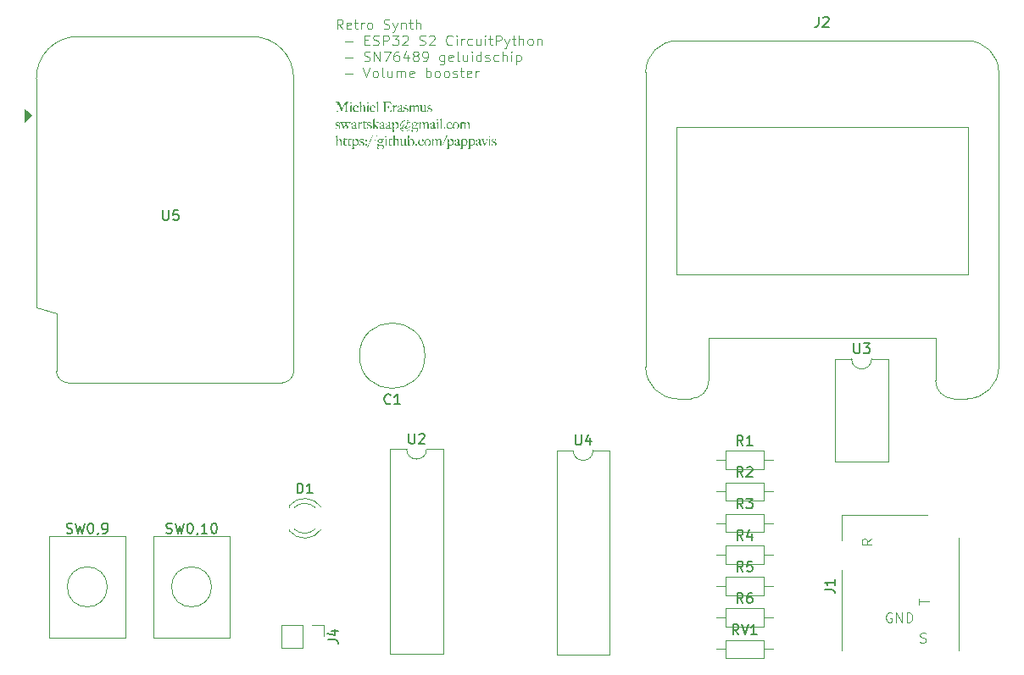
<source format=gbr>
%TF.GenerationSoftware,KiCad,Pcbnew,9.0.1*%
%TF.CreationDate,2026-01-18T13:51:58+01:00*%
%TF.ProjectId,SN76489 synth midi,534e3736-3438-4392-9073-796e7468206d,rev?*%
%TF.SameCoordinates,Original*%
%TF.FileFunction,Legend,Top*%
%TF.FilePolarity,Positive*%
%FSLAX46Y46*%
G04 Gerber Fmt 4.6, Leading zero omitted, Abs format (unit mm)*
G04 Created by KiCad (PCBNEW 9.0.1) date 2026-01-18 13:51:58*
%MOMM*%
%LPD*%
G01*
G04 APERTURE LIST*
%ADD10C,0.100000*%
%ADD11C,0.150000*%
%ADD12C,0.120000*%
G04 APERTURE END LIST*
D10*
X171449419Y-89421687D02*
X170973228Y-89755020D01*
X171449419Y-89993115D02*
X170449419Y-89993115D01*
X170449419Y-89993115D02*
X170449419Y-89612163D01*
X170449419Y-89612163D02*
X170497038Y-89516925D01*
X170497038Y-89516925D02*
X170544657Y-89469306D01*
X170544657Y-89469306D02*
X170639895Y-89421687D01*
X170639895Y-89421687D02*
X170782752Y-89421687D01*
X170782752Y-89421687D02*
X170877990Y-89469306D01*
X170877990Y-89469306D02*
X170925609Y-89516925D01*
X170925609Y-89516925D02*
X170973228Y-89612163D01*
X170973228Y-89612163D02*
X170973228Y-89993115D01*
X176164419Y-95977972D02*
X176164419Y-95406544D01*
X177164419Y-95692258D02*
X176164419Y-95692258D01*
G36*
X119197687Y-46762000D02*
G01*
X119197687Y-46748017D01*
X119165339Y-46744534D01*
X119138885Y-46737514D01*
X119096936Y-46716509D01*
X119071047Y-46694100D01*
X119060544Y-46680789D01*
X119053746Y-46663694D01*
X119048637Y-46638107D01*
X119045157Y-46584130D01*
X119043752Y-46427326D01*
X119043752Y-46276078D01*
X119043752Y-46148645D01*
X119045157Y-46018402D01*
X119049370Y-45919056D01*
X119054077Y-45872017D01*
X119060544Y-45844807D01*
X119076139Y-45816521D01*
X119101821Y-45791562D01*
X119136308Y-45775086D01*
X119189260Y-45767748D01*
X119189260Y-45753765D01*
X118891284Y-45753765D01*
X118856968Y-45835709D01*
X118780031Y-46012846D01*
X118674396Y-46250921D01*
X118554107Y-46515558D01*
X118219738Y-45753765D01*
X117921762Y-45753765D01*
X117921762Y-45767748D01*
X117962306Y-45776907D01*
X117985343Y-45785093D01*
X118007064Y-45797179D01*
X118026352Y-45813474D01*
X118043456Y-45835709D01*
X118055012Y-45862625D01*
X118060248Y-45899395D01*
X118061652Y-45968027D01*
X118061652Y-46022615D01*
X118061652Y-46075860D01*
X118061652Y-46144431D01*
X118060248Y-46320225D01*
X118056034Y-46462314D01*
X118052696Y-46531048D01*
X118046265Y-46583458D01*
X118034962Y-46630638D01*
X118019703Y-46666806D01*
X117998194Y-46696906D01*
X117970733Y-46719318D01*
X117937099Y-46735311D01*
X117890987Y-46748017D01*
X117890987Y-46762000D01*
X118256130Y-46762000D01*
X118256130Y-46748017D01*
X118199715Y-46736177D01*
X118161669Y-46720722D01*
X118131597Y-46698112D01*
X118110623Y-46668882D01*
X118097348Y-46633543D01*
X118089618Y-46587671D01*
X118085466Y-46473549D01*
X118085466Y-46294274D01*
X118086137Y-46147973D01*
X118087481Y-46007961D01*
X118088213Y-45844807D01*
X118114103Y-45903608D01*
X118162402Y-46011441D01*
X118228103Y-46158475D01*
X118306444Y-46335613D01*
X118392479Y-46532350D01*
X118481383Y-46738186D01*
X118489749Y-46738186D01*
X118503732Y-46703870D01*
X118527545Y-46646473D01*
X118552702Y-46584862D01*
X118572303Y-46540715D01*
X118656933Y-46351000D01*
X118733137Y-46182289D01*
X118809401Y-46012846D01*
X118894093Y-45822397D01*
X118894093Y-46218681D01*
X118894093Y-46392338D01*
X118891284Y-46568742D01*
X118885666Y-46624063D01*
X118873088Y-46669554D01*
X118853693Y-46696031D01*
X118818500Y-46721394D01*
X118774740Y-46738474D01*
X118717810Y-46746612D01*
X118717810Y-46762000D01*
X119197687Y-46762000D01*
G37*
G36*
X119490900Y-45866422D02*
G01*
X119485395Y-45837058D01*
X119469224Y-45813666D01*
X119445157Y-45798141D01*
X119415368Y-45792844D01*
X119385579Y-45798141D01*
X119361512Y-45813666D01*
X119345340Y-45837058D01*
X119339836Y-45866422D01*
X119345377Y-45894768D01*
X119362184Y-45919178D01*
X119386767Y-45935836D01*
X119415368Y-45941344D01*
X119445104Y-45935897D01*
X119469224Y-45919850D01*
X119485422Y-45895860D01*
X119490900Y-45866422D01*
G37*
G36*
X119569241Y-46762000D02*
G01*
X119569241Y-46748017D01*
X119540542Y-46744536D01*
X119513309Y-46740995D01*
X119491633Y-46731897D01*
X119484307Y-46724019D01*
X119479726Y-46711624D01*
X119479726Y-46086302D01*
X119471361Y-46086302D01*
X119282500Y-46147851D01*
X119282500Y-46156216D01*
X119319503Y-46171665D01*
X119349606Y-46188395D01*
X119361512Y-46203844D01*
X119363588Y-46223383D01*
X119363588Y-46703259D01*
X119361306Y-46714819D01*
X119354490Y-46724264D01*
X119332142Y-46737514D01*
X119302039Y-46744536D01*
X119268456Y-46748017D01*
X119268456Y-46762000D01*
X119569241Y-46762000D01*
G37*
G36*
X120215874Y-46560499D02*
G01*
X120204700Y-46554882D01*
X120166302Y-46604624D01*
X120120741Y-46639512D01*
X120085924Y-46654577D01*
X120041042Y-46664538D01*
X119983660Y-46668210D01*
X119930978Y-46663009D01*
X119884986Y-46647999D01*
X119844242Y-46623520D01*
X119810187Y-46590724D01*
X119783299Y-46550622D01*
X119762620Y-46501392D01*
X119750166Y-46447341D01*
X119745829Y-46386171D01*
X119749757Y-46330087D01*
X119761216Y-46278643D01*
X119779738Y-46230820D01*
X119803165Y-46190715D01*
X119832520Y-46156535D01*
X119866118Y-46130632D01*
X119904176Y-46113891D01*
X119945863Y-46108284D01*
X119983457Y-46112555D01*
X120011327Y-46124168D01*
X120031898Y-46142478D01*
X120046767Y-46166577D01*
X120055958Y-46194862D01*
X120059192Y-46228390D01*
X120057299Y-46255115D01*
X120052170Y-46275834D01*
X120060977Y-46294861D01*
X120076655Y-46310761D01*
X120096761Y-46321193D01*
X120119337Y-46324683D01*
X120146647Y-46319336D01*
X120170384Y-46303067D01*
X120186747Y-46279372D01*
X120192121Y-46252081D01*
X120186601Y-46213711D01*
X120170445Y-46180885D01*
X120145722Y-46152871D01*
X120113780Y-46129227D01*
X120076959Y-46110972D01*
X120034035Y-46097109D01*
X119988922Y-46088730D01*
X119943055Y-46085935D01*
X119876685Y-46093046D01*
X119816476Y-46113962D01*
X119762227Y-46146621D01*
X119716397Y-46188090D01*
X119679169Y-46237627D01*
X119650635Y-46295129D01*
X119632861Y-46357314D01*
X119626882Y-46423113D01*
X119632740Y-46492896D01*
X119649963Y-46557446D01*
X119677715Y-46616910D01*
X119713588Y-46667294D01*
X119758288Y-46708826D01*
X119811530Y-46740018D01*
X119870878Y-46759332D01*
X119936094Y-46765907D01*
X119987911Y-46761919D01*
X120034707Y-46750337D01*
X120078074Y-46731317D01*
X120116528Y-46705763D01*
X120150252Y-46674532D01*
X120178077Y-46639573D01*
X120200191Y-46601125D01*
X120215874Y-46560499D01*
G37*
G36*
X120922774Y-46762000D02*
G01*
X120922774Y-46749421D01*
X120896151Y-46745941D01*
X120869590Y-46740323D01*
X120848585Y-46729821D01*
X120842250Y-46721988D01*
X120840220Y-46713029D01*
X120840220Y-46300075D01*
X120838224Y-46254863D01*
X120832526Y-46214712D01*
X120821774Y-46177504D01*
X120805904Y-46146813D01*
X120783966Y-46121355D01*
X120755528Y-46102055D01*
X120721728Y-46090246D01*
X120677920Y-46085935D01*
X120631737Y-46090066D01*
X120590481Y-46102055D01*
X120552349Y-46119993D01*
X120519834Y-46140524D01*
X120491148Y-46164122D01*
X120468726Y-46188151D01*
X120438684Y-46232969D01*
X120435876Y-46231565D01*
X120440089Y-45745949D01*
X120428915Y-45745949D01*
X120241458Y-45831312D01*
X120241458Y-45839739D01*
X120278461Y-45860011D01*
X120308564Y-45878939D01*
X120320471Y-45891518D01*
X120322608Y-45908310D01*
X120322608Y-46703198D01*
X120316163Y-46725052D01*
X120296718Y-46737514D01*
X120238650Y-46748017D01*
X120238650Y-46762000D01*
X120517025Y-46762000D01*
X120517025Y-46747956D01*
X120489060Y-46743742D01*
X120463841Y-46738857D01*
X120445645Y-46728294D01*
X120440538Y-46720182D01*
X120438684Y-46708632D01*
X120438684Y-46277544D01*
X120443569Y-46252997D01*
X120451263Y-46235412D01*
X120475565Y-46207837D01*
X120507195Y-46186258D01*
X120544705Y-46172854D01*
X120592557Y-46168001D01*
X120629522Y-46171797D01*
X120656915Y-46182045D01*
X120679463Y-46198868D01*
X120696788Y-46221368D01*
X120708963Y-46248363D01*
X120717060Y-46281757D01*
X120722678Y-46357594D01*
X120722678Y-46708632D01*
X120716657Y-46726760D01*
X120697521Y-46737453D01*
X120634567Y-46746551D01*
X120634567Y-46762000D01*
X120922774Y-46762000D01*
G37*
G36*
X121183991Y-45866422D02*
G01*
X121178487Y-45837058D01*
X121162315Y-45813666D01*
X121138249Y-45798141D01*
X121108459Y-45792844D01*
X121078670Y-45798141D01*
X121054604Y-45813666D01*
X121038432Y-45837058D01*
X121032927Y-45866422D01*
X121038468Y-45894768D01*
X121055275Y-45919178D01*
X121079858Y-45935836D01*
X121108459Y-45941344D01*
X121138196Y-45935897D01*
X121162315Y-45919850D01*
X121178514Y-45895860D01*
X121183991Y-45866422D01*
G37*
G36*
X121262332Y-46762000D02*
G01*
X121262332Y-46748017D01*
X121233634Y-46744536D01*
X121206401Y-46740995D01*
X121184724Y-46731897D01*
X121177398Y-46724019D01*
X121172817Y-46711624D01*
X121172817Y-46086302D01*
X121164452Y-46086302D01*
X120975591Y-46147851D01*
X120975591Y-46156216D01*
X121012594Y-46171665D01*
X121042697Y-46188395D01*
X121054604Y-46203844D01*
X121056680Y-46223383D01*
X121056680Y-46703259D01*
X121054397Y-46714819D01*
X121047582Y-46724264D01*
X121025234Y-46737514D01*
X120995131Y-46744536D01*
X120961547Y-46748017D01*
X120961547Y-46762000D01*
X121262332Y-46762000D01*
G37*
G36*
X121668672Y-46089501D02*
G01*
X121717967Y-46099918D01*
X121763594Y-46117813D01*
X121801926Y-46142539D01*
X121834079Y-46174577D01*
X121859995Y-46214529D01*
X121877538Y-46260465D01*
X121886617Y-46316501D01*
X121437516Y-46316501D01*
X121436111Y-46342329D01*
X121434707Y-46372310D01*
X121438946Y-46429981D01*
X121451498Y-46484662D01*
X121472357Y-46535692D01*
X121500469Y-46579611D01*
X121536643Y-46616253D01*
X121581619Y-46644519D01*
X121633247Y-46662036D01*
X121694948Y-46668210D01*
X121740490Y-46664091D01*
X121780969Y-46652153D01*
X121817374Y-46632551D01*
X121849192Y-46606133D01*
X121871881Y-46577130D01*
X121886617Y-46545112D01*
X121897791Y-46547860D01*
X121889210Y-46579097D01*
X121872573Y-46617163D01*
X121849765Y-46653737D01*
X121819450Y-46687811D01*
X121783030Y-46716871D01*
X121738972Y-46740995D01*
X121690223Y-46756604D01*
X121634803Y-46762000D01*
X121565757Y-46755208D01*
X121504621Y-46735499D01*
X121450149Y-46703461D01*
X121404604Y-46660761D01*
X121368349Y-46608896D01*
X121340918Y-46547615D01*
X121324232Y-46481190D01*
X121318569Y-46409984D01*
X121323744Y-46351833D01*
X121338393Y-46297511D01*
X121440324Y-46297511D01*
X121497660Y-46297511D01*
X121547303Y-46296839D01*
X121598349Y-46295435D01*
X121657151Y-46294702D01*
X121696291Y-46293359D01*
X121728470Y-46286337D01*
X121743185Y-46265393D01*
X121748070Y-46235961D01*
X121744056Y-46202871D01*
X121732290Y-46173583D01*
X121712411Y-46147118D01*
X121686529Y-46126875D01*
X121655131Y-46114451D01*
X121616607Y-46110054D01*
X121579313Y-46115830D01*
X121545898Y-46133135D01*
X121516498Y-46158185D01*
X121491371Y-46186991D01*
X121470637Y-46218436D01*
X121455712Y-46249273D01*
X121440324Y-46297511D01*
X121338393Y-46297511D01*
X121339513Y-46293359D01*
X121364978Y-46238209D01*
X121398986Y-46189311D01*
X121441497Y-46147736D01*
X121492775Y-46114573D01*
X121550439Y-46093229D01*
X121615202Y-46085935D01*
X121668672Y-46089501D01*
G37*
G36*
X122236434Y-46762000D02*
G01*
X122236434Y-46746612D01*
X122190272Y-46743132D01*
X122158093Y-46739590D01*
X122139164Y-46729821D01*
X122134616Y-46721602D01*
X122132875Y-46708816D01*
X122132875Y-45749857D01*
X122123105Y-45749857D01*
X121923070Y-45815620D01*
X121923070Y-45824046D01*
X121965019Y-45845784D01*
X122002816Y-45867460D01*
X122014661Y-45880039D01*
X122016799Y-45896830D01*
X122016799Y-46701794D01*
X122011579Y-46720827D01*
X121995794Y-46733301D01*
X121969314Y-46740292D01*
X121910431Y-46746612D01*
X121910431Y-46762000D01*
X122236434Y-46762000D01*
G37*
G36*
X123521151Y-46494554D02*
G01*
X123505764Y-46490340D01*
X123470159Y-46547899D01*
X123437864Y-46593289D01*
X123403765Y-46633415D01*
X123370026Y-46665401D01*
X123333913Y-46691752D01*
X123297303Y-46710892D01*
X123258281Y-46724243D01*
X123214749Y-46732568D01*
X123137140Y-46739590D01*
X123076263Y-46740995D01*
X123021441Y-46738823D01*
X122972765Y-46732629D01*
X122931023Y-46719988D01*
X122912559Y-46704602D01*
X122902848Y-46682044D01*
X122896500Y-46645068D01*
X122891615Y-46560377D01*
X122890883Y-46526061D01*
X122890211Y-46483318D01*
X122890211Y-46435752D01*
X122890211Y-46393742D01*
X122890211Y-46315279D01*
X122893020Y-46257882D01*
X122929351Y-46257882D01*
X122957378Y-46257882D01*
X122985344Y-46258615D01*
X123020331Y-46260691D01*
X123060666Y-46266173D01*
X123093726Y-46276139D01*
X123123394Y-46290734D01*
X123147643Y-46308318D01*
X123170920Y-46336047D01*
X123195881Y-46379698D01*
X123216280Y-46427422D01*
X123230136Y-46472144D01*
X123246928Y-46472144D01*
X123246928Y-46031042D01*
X123230136Y-46031042D01*
X123211268Y-46101750D01*
X123198809Y-46131730D01*
X123183241Y-46157071D01*
X123163429Y-46178881D01*
X123137812Y-46197676D01*
X123107617Y-46212242D01*
X123067898Y-46224299D01*
X123022407Y-46230588D01*
X122967819Y-46234069D01*
X122919581Y-46235473D01*
X122891615Y-46235473D01*
X122891615Y-46220086D01*
X122890883Y-46184365D01*
X122890211Y-46124831D01*
X122890211Y-46035255D01*
X122892287Y-45872833D01*
X122897172Y-45780387D01*
X122942662Y-45775503D01*
X123003540Y-45773366D01*
X123092397Y-45775667D01*
X123160221Y-45781792D01*
X123219328Y-45792003D01*
X123248332Y-45801392D01*
X123310219Y-45839859D01*
X123380564Y-45901309D01*
X123461006Y-45991841D01*
X123474989Y-45984819D01*
X123379857Y-45753765D01*
X122607622Y-45753765D01*
X122607622Y-45767748D01*
X122669110Y-45779655D01*
X122691592Y-45789575D01*
X122713929Y-45808353D01*
X122720981Y-45818511D01*
X122727179Y-45835709D01*
X122734201Y-45878390D01*
X122737010Y-45928826D01*
X122737681Y-45980606D01*
X122737681Y-46253669D01*
X122737681Y-46334880D01*
X122737010Y-46416823D01*
X122735605Y-46490340D01*
X122734934Y-46543524D01*
X122733529Y-46589076D01*
X122728583Y-46633161D01*
X122720890Y-46670286D01*
X122709715Y-46694772D01*
X122687771Y-46714539D01*
X122660012Y-46729821D01*
X122629069Y-46740565D01*
X122594982Y-46748017D01*
X122594982Y-46762000D01*
X123451237Y-46762000D01*
X123521151Y-46494554D01*
G37*
G36*
X124045663Y-46159636D02*
G01*
X124039549Y-46130449D01*
X124021177Y-46106818D01*
X123994383Y-46091268D01*
X123961704Y-46085935D01*
X123920545Y-46091966D01*
X123884768Y-46109749D01*
X123853584Y-46135834D01*
X123827371Y-46166413D01*
X123788231Y-46231504D01*
X123765822Y-46280475D01*
X123763013Y-46280475D01*
X123765822Y-46085935D01*
X123757456Y-46085935D01*
X123574152Y-46156277D01*
X123574152Y-46164581D01*
X123607735Y-46182106D01*
X123637106Y-46199630D01*
X123649012Y-46212270D01*
X123651150Y-46229062D01*
X123651150Y-46703076D01*
X123645548Y-46722127D01*
X123628008Y-46735377D01*
X123603559Y-46743198D01*
X123572748Y-46747956D01*
X123572748Y-46762000D01*
X123886172Y-46762000D01*
X123886172Y-46747956D01*
X123853260Y-46744475D01*
X123816868Y-46740934D01*
X123785422Y-46731164D01*
X123773693Y-46722532D01*
X123767226Y-46711502D01*
X123767226Y-46307403D01*
X123786826Y-46263195D01*
X123811983Y-46221856D01*
X123842086Y-46191692D01*
X123858697Y-46182584D01*
X123874937Y-46179725D01*
X123893161Y-46181853D01*
X123905712Y-46187479D01*
X123926717Y-46205126D01*
X123949797Y-46222772D01*
X123964506Y-46228395D01*
X123985457Y-46230527D01*
X124007505Y-46225661D01*
X124027467Y-46210377D01*
X124040973Y-46188004D01*
X124045663Y-46159636D01*
G37*
G36*
X124448601Y-46090638D02*
G01*
X124481942Y-46104864D01*
X124510083Y-46126529D01*
X124528103Y-46151698D01*
X124532253Y-46163424D01*
X124535064Y-46185953D01*
X124536469Y-46234252D01*
X124535736Y-46325171D01*
X124535064Y-46403512D01*
X124534332Y-46481181D01*
X124533660Y-46568620D01*
X124536806Y-46610392D01*
X124544585Y-46636495D01*
X124555337Y-46651846D01*
X124578826Y-46667129D01*
X124605040Y-46672118D01*
X124634439Y-46668326D01*
X124652606Y-46658624D01*
X124665453Y-46643277D01*
X124673611Y-46623697D01*
X124681976Y-46623697D01*
X124678156Y-46649800D01*
X124669398Y-46675415D01*
X124656453Y-46699328D01*
X124640028Y-46720784D01*
X124620202Y-46738655D01*
X124597346Y-46751558D01*
X124571965Y-46759326D01*
X124543491Y-46762000D01*
X124498408Y-46754981D01*
X124458800Y-46734095D01*
X124439304Y-46712606D01*
X124426559Y-46681222D01*
X124421736Y-46636275D01*
X124418988Y-46634871D01*
X124388885Y-46675843D01*
X124344128Y-46718219D01*
X124316952Y-46735998D01*
X124286730Y-46750032D01*
X124254192Y-46758921D01*
X124217488Y-46762000D01*
X124171997Y-46755710D01*
X124150062Y-46746967D01*
X124130049Y-46733240D01*
X124113144Y-46715083D01*
X124099274Y-46691780D01*
X124090551Y-46664757D01*
X124087367Y-46630047D01*
X124094822Y-46592420D01*
X124102098Y-46580832D01*
X124197948Y-46580832D01*
X124204139Y-46615225D01*
X124223105Y-46646656D01*
X124241599Y-46662959D01*
X124263186Y-46672664D01*
X124288868Y-46676026D01*
X124324012Y-46673815D01*
X124353165Y-46667661D01*
X124379674Y-46655665D01*
X124404944Y-46635421D01*
X124417489Y-46618040D01*
X124421736Y-46596220D01*
X124421736Y-46380675D01*
X124358782Y-46419205D01*
X124285387Y-46463290D01*
X124251779Y-46488613D01*
X124223838Y-46515742D01*
X124204321Y-46546614D01*
X124197948Y-46580832D01*
X124102098Y-46580832D01*
X124118814Y-46554210D01*
X124153371Y-46519973D01*
X124196483Y-46488203D01*
X124278304Y-46437706D01*
X124340586Y-46401924D01*
X124387420Y-46376645D01*
X124421736Y-46357655D01*
X124421736Y-46213064D01*
X124416851Y-46199752D01*
X124400059Y-46177954D01*
X124367147Y-46157621D01*
X124344417Y-46150989D01*
X124312620Y-46148461D01*
X124268595Y-46156155D01*
X124230127Y-46175756D01*
X124203505Y-46199569D01*
X124195799Y-46211372D01*
X124193735Y-46219841D01*
X124193735Y-46282795D01*
X124189005Y-46300721D01*
X124173402Y-46317783D01*
X124152068Y-46329390D01*
X124129377Y-46333170D01*
X124108578Y-46329171D01*
X124090848Y-46317111D01*
X124078721Y-46299578D01*
X124074789Y-46279986D01*
X124076896Y-46263840D01*
X124083154Y-46249212D01*
X124104159Y-46224055D01*
X124131453Y-46204454D01*
X124157343Y-46189067D01*
X124231471Y-46148767D01*
X124303522Y-46115855D01*
X124366476Y-46094117D01*
X124413370Y-46085935D01*
X124448601Y-46090638D01*
G37*
G36*
X125174920Y-46558423D02*
G01*
X125169836Y-46512452D01*
X125155153Y-46472742D01*
X125130834Y-46437889D01*
X125099139Y-46408743D01*
X125063679Y-46387391D01*
X125023794Y-46373348D01*
X124960841Y-46358632D01*
X124893735Y-46343917D01*
X124851727Y-46329408D01*
X124819546Y-46310272D01*
X124803923Y-46293148D01*
X124793904Y-46269173D01*
X124790176Y-46235961D01*
X124793096Y-46205011D01*
X124801350Y-46179175D01*
X124814321Y-46156418D01*
X124829988Y-46138509D01*
X124848824Y-46124359D01*
X124870593Y-46113962D01*
X124893946Y-46107626D01*
X124917488Y-46105536D01*
X124955068Y-46109194D01*
X124986669Y-46119580D01*
X125014997Y-46136461D01*
X125040525Y-46159575D01*
X125062878Y-46187360D01*
X125083939Y-46221246D01*
X125123140Y-46299037D01*
X125134314Y-46296228D01*
X125117523Y-46122389D01*
X125032160Y-46096438D01*
X124985571Y-46088733D01*
X124928662Y-46085935D01*
X124883481Y-46089326D01*
X124841894Y-46099247D01*
X124803493Y-46115712D01*
X124770576Y-46137837D01*
X124742923Y-46165540D01*
X124721605Y-46198104D01*
X124708066Y-46234794D01*
X124703409Y-46276628D01*
X124707242Y-46317598D01*
X124718265Y-46353233D01*
X124736259Y-46384583D01*
X124760492Y-46411547D01*
X124788991Y-46432442D01*
X124822355Y-46447659D01*
X124885309Y-46465916D01*
X124958032Y-46481303D01*
X125001493Y-46496367D01*
X125032892Y-46519894D01*
X125053198Y-46551854D01*
X125060187Y-46592068D01*
X125055106Y-46643857D01*
X125041416Y-46682260D01*
X125020314Y-46710525D01*
X124991596Y-46731456D01*
X124956512Y-46744436D01*
X124913274Y-46749055D01*
X124869444Y-46743777D01*
X124833529Y-46728782D01*
X124802413Y-46705663D01*
X124776132Y-46676881D01*
X124754195Y-46644051D01*
X124735588Y-46608188D01*
X124707622Y-46537357D01*
X124696448Y-46537357D01*
X124696448Y-46722432D01*
X124744126Y-46740856D01*
X124797137Y-46754733D01*
X124852747Y-46763044D01*
X124913274Y-46765907D01*
X124964254Y-46763064D01*
X125011887Y-46754733D01*
X125056590Y-46739812D01*
X125095174Y-46718280D01*
X125127798Y-46689437D01*
X125153243Y-46653067D01*
X125169248Y-46610497D01*
X125174920Y-46558423D01*
G37*
G36*
X126287079Y-46762000D02*
G01*
X126287079Y-46749421D01*
X126260518Y-46745941D01*
X126234628Y-46740323D01*
X126214295Y-46729821D01*
X126207960Y-46721988D01*
X126205930Y-46713029D01*
X126205930Y-46295923D01*
X126200907Y-46235556D01*
X126186856Y-46185839D01*
X126164653Y-46144737D01*
X126133174Y-46112408D01*
X126093276Y-46092875D01*
X126042226Y-46085935D01*
X126005129Y-46089754D01*
X125968770Y-46101323D01*
X125934626Y-46119035D01*
X125903740Y-46141256D01*
X125875957Y-46166952D01*
X125851961Y-46194440D01*
X125817034Y-46248296D01*
X125812821Y-46248296D01*
X125802260Y-46200475D01*
X125785116Y-46161579D01*
X125761774Y-46130021D01*
X125731782Y-46105767D01*
X125696193Y-46091079D01*
X125653330Y-46085935D01*
X125616359Y-46089626D01*
X125581279Y-46100651D01*
X125548160Y-46117116D01*
X125517592Y-46137043D01*
X125489860Y-46160221D01*
X125465813Y-46186014D01*
X125429482Y-46238526D01*
X125426673Y-46237122D01*
X125426673Y-46085935D01*
X125418308Y-46085935D01*
X125235003Y-46151698D01*
X125235003Y-46162933D01*
X125268587Y-46178992D01*
X125297957Y-46195112D01*
X125309864Y-46207751D01*
X125312001Y-46224482D01*
X125312001Y-46703198D01*
X125306404Y-46722197D01*
X125288859Y-46735438D01*
X125264410Y-46743259D01*
X125233599Y-46748017D01*
X125233599Y-46762000D01*
X125505014Y-46762000D01*
X125505014Y-46748017D01*
X125478452Y-46744597D01*
X125455371Y-46741056D01*
X125437847Y-46732019D01*
X125428077Y-46711747D01*
X125428077Y-46253974D01*
X125464505Y-46218194D01*
X125493840Y-46195356D01*
X125526108Y-46181045D01*
X125569372Y-46175817D01*
X125615369Y-46181678D01*
X125647987Y-46197476D01*
X125670794Y-46222589D01*
X125685853Y-46255047D01*
X125695812Y-46297251D01*
X125699492Y-46351672D01*
X125699492Y-46708938D01*
X125693957Y-46727185D01*
X125677083Y-46737575D01*
X125616938Y-46746673D01*
X125616938Y-46762000D01*
X125892566Y-46762000D01*
X125892566Y-46749421D01*
X125866676Y-46745941D01*
X125842191Y-46740384D01*
X125823995Y-46729943D01*
X125817034Y-46713151D01*
X125817034Y-46262340D01*
X125850981Y-46226952D01*
X125881392Y-46200241D01*
X125915225Y-46182176D01*
X125958329Y-46175817D01*
X126004189Y-46181813D01*
X126036826Y-46198036D01*
X126059750Y-46223994D01*
X126074902Y-46257326D01*
X126084819Y-46299640D01*
X126088449Y-46353076D01*
X126088449Y-46708938D01*
X126083430Y-46727443D01*
X126068848Y-46737575D01*
X126011512Y-46746673D01*
X126011512Y-46762000D01*
X126287079Y-46762000D01*
G37*
G36*
X127011748Y-46726645D02*
G01*
X127011748Y-46718463D01*
X126970532Y-46700328D01*
X126933407Y-46682193D01*
X126921500Y-46669615D01*
X126919424Y-46652884D01*
X126919424Y-46101567D01*
X126684401Y-46101567D01*
X126684401Y-46116893D01*
X126743875Y-46123915D01*
X126789304Y-46135089D01*
X126795987Y-46147878D01*
X126800539Y-46167879D01*
X126803348Y-46203477D01*
X126803348Y-46601227D01*
X126776054Y-46633345D01*
X126743875Y-46660578D01*
X126704674Y-46680117D01*
X126681879Y-46685719D01*
X126653627Y-46687750D01*
X126604524Y-46682039D01*
X126570990Y-46666993D01*
X126548663Y-46643786D01*
X126534376Y-46612997D01*
X126524489Y-46568999D01*
X126520698Y-46507682D01*
X126520698Y-46101567D01*
X126303871Y-46101567D01*
X126303871Y-46116893D01*
X126330433Y-46119030D01*
X126356994Y-46122511D01*
X126380136Y-46130876D01*
X126389252Y-46138020D01*
X126396195Y-46149011D01*
X126399675Y-46162322D01*
X126401812Y-46181862D01*
X126403217Y-46202073D01*
X126403217Y-46217399D01*
X126403217Y-46557935D01*
X126408700Y-46624712D01*
X126423463Y-46675142D01*
X126445898Y-46712907D01*
X126477970Y-46741375D01*
X126520857Y-46759335D01*
X126578095Y-46765907D01*
X126616382Y-46762723D01*
X126651551Y-46753390D01*
X126684353Y-46738486D01*
X126713772Y-46719196D01*
X126764147Y-46671019D01*
X126801943Y-46620766D01*
X126803348Y-46622170D01*
X126803348Y-46762000D01*
X126813117Y-46762000D01*
X127011748Y-46726645D01*
G37*
G36*
X127551891Y-46558423D02*
G01*
X127546807Y-46512452D01*
X127532124Y-46472742D01*
X127507805Y-46437889D01*
X127476110Y-46408743D01*
X127440650Y-46387391D01*
X127400766Y-46373348D01*
X127337812Y-46358632D01*
X127270706Y-46343917D01*
X127228698Y-46329408D01*
X127196518Y-46310272D01*
X127180894Y-46293148D01*
X127170876Y-46269173D01*
X127167147Y-46235961D01*
X127170067Y-46205011D01*
X127178322Y-46179175D01*
X127191292Y-46156418D01*
X127206959Y-46138509D01*
X127225795Y-46124359D01*
X127247564Y-46113962D01*
X127270917Y-46107626D01*
X127294459Y-46105536D01*
X127332040Y-46109194D01*
X127363641Y-46119580D01*
X127391968Y-46136461D01*
X127417496Y-46159575D01*
X127439849Y-46187360D01*
X127460911Y-46221246D01*
X127500112Y-46299037D01*
X127511286Y-46296228D01*
X127494494Y-46122389D01*
X127409131Y-46096438D01*
X127362542Y-46088733D01*
X127305633Y-46085935D01*
X127260453Y-46089326D01*
X127218866Y-46099247D01*
X127180464Y-46115712D01*
X127147547Y-46137837D01*
X127119895Y-46165540D01*
X127098576Y-46198104D01*
X127085038Y-46234794D01*
X127080380Y-46276628D01*
X127084214Y-46317598D01*
X127095236Y-46353233D01*
X127113231Y-46384583D01*
X127137464Y-46411547D01*
X127165962Y-46432442D01*
X127199326Y-46447659D01*
X127262280Y-46465916D01*
X127335003Y-46481303D01*
X127378464Y-46496367D01*
X127409864Y-46519894D01*
X127430170Y-46551854D01*
X127437158Y-46592068D01*
X127432077Y-46643857D01*
X127418387Y-46682260D01*
X127397285Y-46710525D01*
X127368567Y-46731456D01*
X127333484Y-46744436D01*
X127290246Y-46749055D01*
X127246415Y-46743777D01*
X127210501Y-46728782D01*
X127179385Y-46705663D01*
X127153103Y-46676881D01*
X127131166Y-46644051D01*
X127112559Y-46608188D01*
X127084593Y-46537357D01*
X127073419Y-46537357D01*
X127073419Y-46722432D01*
X127121097Y-46740856D01*
X127174108Y-46754733D01*
X127229719Y-46763044D01*
X127290246Y-46765907D01*
X127341225Y-46763064D01*
X127388859Y-46754733D01*
X127433562Y-46739812D01*
X127472146Y-46718280D01*
X127504770Y-46689437D01*
X127530214Y-46653067D01*
X127546219Y-46610497D01*
X127551891Y-46558423D01*
G37*
G36*
X118372268Y-48238423D02*
G01*
X118367184Y-48192452D01*
X118352501Y-48152742D01*
X118328182Y-48117889D01*
X118296487Y-48088743D01*
X118261027Y-48067391D01*
X118221143Y-48053348D01*
X118158189Y-48038632D01*
X118091083Y-48023917D01*
X118049075Y-48009408D01*
X118016894Y-47990272D01*
X118001271Y-47973148D01*
X117991252Y-47949173D01*
X117987524Y-47915961D01*
X117990444Y-47885011D01*
X117998698Y-47859175D01*
X118011669Y-47836418D01*
X118027336Y-47818509D01*
X118046172Y-47804359D01*
X118067941Y-47793962D01*
X118091294Y-47787626D01*
X118114836Y-47785536D01*
X118152416Y-47789194D01*
X118184018Y-47799580D01*
X118212345Y-47816461D01*
X118237873Y-47839575D01*
X118260226Y-47867360D01*
X118281287Y-47901246D01*
X118320488Y-47979037D01*
X118331662Y-47976228D01*
X118314871Y-47802389D01*
X118229508Y-47776438D01*
X118182919Y-47768733D01*
X118126010Y-47765935D01*
X118080830Y-47769326D01*
X118039243Y-47779247D01*
X118000841Y-47795712D01*
X117967924Y-47817837D01*
X117940272Y-47845540D01*
X117918953Y-47878104D01*
X117905415Y-47914794D01*
X117900757Y-47956628D01*
X117904590Y-47997598D01*
X117915613Y-48033233D01*
X117933608Y-48064583D01*
X117957841Y-48091547D01*
X117986339Y-48112442D01*
X118019703Y-48127659D01*
X118082657Y-48145916D01*
X118155380Y-48161303D01*
X118198841Y-48176367D01*
X118230241Y-48199894D01*
X118250547Y-48231854D01*
X118257535Y-48272068D01*
X118252454Y-48323857D01*
X118238764Y-48362260D01*
X118217662Y-48390525D01*
X118188944Y-48411456D01*
X118153861Y-48424436D01*
X118110623Y-48429055D01*
X118066792Y-48423777D01*
X118030877Y-48408782D01*
X117999761Y-48385663D01*
X117973480Y-48356881D01*
X117951543Y-48324051D01*
X117932936Y-48288188D01*
X117904970Y-48217357D01*
X117893796Y-48217357D01*
X117893796Y-48402432D01*
X117941474Y-48420856D01*
X117994485Y-48434733D01*
X118050096Y-48443044D01*
X118110623Y-48445907D01*
X118161602Y-48443064D01*
X118209236Y-48434733D01*
X118253939Y-48419812D01*
X118292523Y-48398280D01*
X118325147Y-48369437D01*
X118350591Y-48333067D01*
X118366596Y-48290497D01*
X118372268Y-48238423D01*
G37*
G36*
X119460675Y-47796954D02*
G01*
X119460675Y-47781567D01*
X119204647Y-47781567D01*
X119204647Y-47796954D01*
X119232613Y-47799763D01*
X119261251Y-47806052D01*
X119283660Y-47821439D01*
X119290275Y-47833534D01*
X119292758Y-47851481D01*
X119282927Y-47896239D01*
X119258442Y-47969695D01*
X119224920Y-48057806D01*
X119188527Y-48148725D01*
X119155677Y-48228409D01*
X119131863Y-48282265D01*
X119103165Y-48204657D01*
X119070314Y-48114470D01*
X119037402Y-48022146D01*
X119008765Y-47938249D01*
X118988493Y-47874562D01*
X118980799Y-47841712D01*
X118983830Y-47828114D01*
X118992645Y-47818631D01*
X119020610Y-47806785D01*
X119053522Y-47800496D01*
X119081549Y-47796954D01*
X119081549Y-47781567D01*
X118762568Y-47781567D01*
X118762568Y-47796954D01*
X118801708Y-47801839D01*
X118823384Y-47810265D01*
X118834558Y-47820035D01*
X118842313Y-47829133D01*
X118867470Y-47880180D01*
X118888475Y-47934035D01*
X118851350Y-48036129D01*
X118814286Y-48135414D01*
X118780703Y-48222181D01*
X118754142Y-48289287D01*
X118695401Y-48148053D01*
X118635195Y-48002607D01*
X118588362Y-47884393D01*
X118566685Y-47823516D01*
X118585553Y-47812341D01*
X118610710Y-47804648D01*
X118637332Y-47799763D01*
X118660413Y-47796954D01*
X118660413Y-47781567D01*
X118345645Y-47781567D01*
X118345645Y-47796893D01*
X118387795Y-47801294D01*
X118407866Y-47808800D01*
X118432352Y-47826202D01*
X118454028Y-47867357D01*
X118472957Y-47909855D01*
X118583477Y-48176202D01*
X118689784Y-48434184D01*
X118696302Y-48443477D01*
X118702362Y-48445907D01*
X118709949Y-48444021D01*
X118716345Y-48438092D01*
X118740159Y-48380695D01*
X118769529Y-48316275D01*
X118902458Y-47968962D01*
X118951368Y-48112455D01*
X118990569Y-48228043D01*
X119025556Y-48330442D01*
X119060544Y-48434184D01*
X119064025Y-48442549D01*
X119073123Y-48445907D01*
X119085701Y-48438092D01*
X119100417Y-48407317D01*
X119113667Y-48378618D01*
X119129054Y-48345035D01*
X119150059Y-48299484D01*
X119194145Y-48193849D01*
X119243116Y-48079726D01*
X119290682Y-47969878D01*
X119330555Y-47878165D01*
X119344649Y-47851060D01*
X119359192Y-47832675D01*
X119392104Y-47808861D01*
X119426359Y-47799763D01*
X119460675Y-47796954D01*
G37*
G36*
X119842181Y-47770638D02*
G01*
X119875521Y-47784864D01*
X119903663Y-47806529D01*
X119921683Y-47831698D01*
X119925833Y-47843424D01*
X119928644Y-47865953D01*
X119930049Y-47914252D01*
X119929316Y-48005171D01*
X119928644Y-48083512D01*
X119927912Y-48161181D01*
X119927240Y-48248620D01*
X119930386Y-48290392D01*
X119938165Y-48316495D01*
X119948916Y-48331846D01*
X119972405Y-48347129D01*
X119998620Y-48352118D01*
X120028018Y-48348326D01*
X120046186Y-48338624D01*
X120059033Y-48323277D01*
X120067191Y-48303697D01*
X120075556Y-48303697D01*
X120071736Y-48329800D01*
X120062978Y-48355415D01*
X120050033Y-48379328D01*
X120033608Y-48400784D01*
X120013782Y-48418655D01*
X119990926Y-48431558D01*
X119965544Y-48439326D01*
X119937071Y-48442000D01*
X119891988Y-48434981D01*
X119852379Y-48414095D01*
X119832884Y-48392606D01*
X119820139Y-48361222D01*
X119815316Y-48316275D01*
X119812568Y-48314871D01*
X119782465Y-48355843D01*
X119737707Y-48398219D01*
X119710532Y-48415998D01*
X119680310Y-48430032D01*
X119647772Y-48438921D01*
X119611068Y-48442000D01*
X119565577Y-48435710D01*
X119543642Y-48426967D01*
X119523629Y-48413240D01*
X119506724Y-48395083D01*
X119492854Y-48371780D01*
X119484130Y-48344757D01*
X119480947Y-48310047D01*
X119488402Y-48272420D01*
X119495678Y-48260832D01*
X119591528Y-48260832D01*
X119597719Y-48295225D01*
X119616685Y-48326656D01*
X119635178Y-48342959D01*
X119656766Y-48352664D01*
X119682448Y-48356026D01*
X119717592Y-48353815D01*
X119746744Y-48347661D01*
X119773254Y-48335665D01*
X119798524Y-48315421D01*
X119811069Y-48298040D01*
X119815316Y-48276220D01*
X119815316Y-48060675D01*
X119752362Y-48099205D01*
X119678967Y-48143290D01*
X119645359Y-48168613D01*
X119617418Y-48195742D01*
X119597901Y-48226614D01*
X119591528Y-48260832D01*
X119495678Y-48260832D01*
X119512393Y-48234210D01*
X119546951Y-48199973D01*
X119590063Y-48168203D01*
X119671884Y-48117706D01*
X119734166Y-48081924D01*
X119781000Y-48056645D01*
X119815316Y-48037655D01*
X119815316Y-47893064D01*
X119810431Y-47879752D01*
X119793639Y-47857954D01*
X119760727Y-47837621D01*
X119737997Y-47830989D01*
X119706200Y-47828461D01*
X119662175Y-47836155D01*
X119623707Y-47855756D01*
X119597085Y-47879569D01*
X119589379Y-47891372D01*
X119587315Y-47899841D01*
X119587315Y-47962795D01*
X119582585Y-47980721D01*
X119566982Y-47997783D01*
X119545648Y-48009390D01*
X119522957Y-48013170D01*
X119502158Y-48009171D01*
X119484428Y-47997111D01*
X119472301Y-47979578D01*
X119468369Y-47959986D01*
X119470476Y-47943840D01*
X119476734Y-47929212D01*
X119497739Y-47904055D01*
X119525033Y-47884454D01*
X119550923Y-47869067D01*
X119625050Y-47828767D01*
X119697102Y-47795855D01*
X119760056Y-47774117D01*
X119806950Y-47765935D01*
X119842181Y-47770638D01*
G37*
G36*
X120565691Y-47839636D02*
G01*
X120559577Y-47810449D01*
X120541205Y-47786818D01*
X120514411Y-47771268D01*
X120481732Y-47765935D01*
X120440573Y-47771966D01*
X120404796Y-47789749D01*
X120373612Y-47815834D01*
X120347399Y-47846413D01*
X120308259Y-47911504D01*
X120285849Y-47960475D01*
X120283041Y-47960475D01*
X120285849Y-47765935D01*
X120277484Y-47765935D01*
X120094180Y-47836277D01*
X120094180Y-47844581D01*
X120127763Y-47862106D01*
X120157133Y-47879630D01*
X120169040Y-47892270D01*
X120171177Y-47909062D01*
X120171177Y-48383076D01*
X120165576Y-48402127D01*
X120148035Y-48415377D01*
X120123587Y-48423198D01*
X120092775Y-48427956D01*
X120092775Y-48442000D01*
X120406200Y-48442000D01*
X120406200Y-48427956D01*
X120373288Y-48424475D01*
X120336896Y-48420934D01*
X120305450Y-48411164D01*
X120293721Y-48402532D01*
X120287254Y-48391502D01*
X120287254Y-47987403D01*
X120306854Y-47943195D01*
X120332011Y-47901856D01*
X120362114Y-47871692D01*
X120378724Y-47862584D01*
X120394965Y-47859725D01*
X120413189Y-47861853D01*
X120425740Y-47867479D01*
X120446744Y-47885126D01*
X120469825Y-47902772D01*
X120484534Y-47908395D01*
X120505485Y-47910527D01*
X120527533Y-47905661D01*
X120547495Y-47890377D01*
X120561001Y-47868004D01*
X120565691Y-47839636D01*
G37*
G36*
X121042514Y-47781567D02*
G01*
X120783677Y-47781567D01*
X120783677Y-47660422D01*
X120772503Y-47660422D01*
X120569660Y-47852153D01*
X120569660Y-47867540D01*
X120671753Y-47867540D01*
X120670349Y-48077833D01*
X120669005Y-48327144D01*
X120672213Y-48348972D01*
X120682256Y-48371169D01*
X120697330Y-48391627D01*
X120716511Y-48410309D01*
X120738936Y-48425597D01*
X120764810Y-48436870D01*
X120792550Y-48443637D01*
X120821474Y-48445907D01*
X120864577Y-48443148D01*
X120899082Y-48435588D01*
X120930295Y-48423002D01*
X120956479Y-48406706D01*
X120978797Y-48386736D01*
X120995619Y-48365185D01*
X121018761Y-48321282D01*
X121010335Y-48317069D01*
X120988593Y-48341728D01*
X120964173Y-48358346D01*
X120935454Y-48368055D01*
X120897006Y-48371658D01*
X120865737Y-48367919D01*
X120839546Y-48357208D01*
X120817261Y-48339479D01*
X120801255Y-48315965D01*
X120790546Y-48282524D01*
X120786486Y-48235797D01*
X120786486Y-47867540D01*
X120999161Y-47867540D01*
X121042514Y-47781567D01*
G37*
G36*
X121521047Y-48238423D02*
G01*
X121515963Y-48192452D01*
X121501280Y-48152742D01*
X121476961Y-48117889D01*
X121445266Y-48088743D01*
X121409806Y-48067391D01*
X121369921Y-48053348D01*
X121306968Y-48038632D01*
X121239862Y-48023917D01*
X121197854Y-48009408D01*
X121165673Y-47990272D01*
X121150050Y-47973148D01*
X121140031Y-47949173D01*
X121136303Y-47915961D01*
X121139223Y-47885011D01*
X121147477Y-47859175D01*
X121160448Y-47836418D01*
X121176115Y-47818509D01*
X121194951Y-47804359D01*
X121216720Y-47793962D01*
X121240073Y-47787626D01*
X121263615Y-47785536D01*
X121301195Y-47789194D01*
X121332796Y-47799580D01*
X121361124Y-47816461D01*
X121386652Y-47839575D01*
X121409005Y-47867360D01*
X121430066Y-47901246D01*
X121469267Y-47979037D01*
X121480441Y-47976228D01*
X121463650Y-47802389D01*
X121378287Y-47776438D01*
X121331698Y-47768733D01*
X121274789Y-47765935D01*
X121229609Y-47769326D01*
X121188021Y-47779247D01*
X121149620Y-47795712D01*
X121116703Y-47817837D01*
X121089050Y-47845540D01*
X121067732Y-47878104D01*
X121054193Y-47914794D01*
X121049536Y-47956628D01*
X121053369Y-47997598D01*
X121064392Y-48033233D01*
X121082386Y-48064583D01*
X121106619Y-48091547D01*
X121135118Y-48112442D01*
X121168482Y-48127659D01*
X121231436Y-48145916D01*
X121304159Y-48161303D01*
X121347620Y-48176367D01*
X121379019Y-48199894D01*
X121399325Y-48231854D01*
X121406314Y-48272068D01*
X121401233Y-48323857D01*
X121387543Y-48362260D01*
X121366441Y-48390525D01*
X121337723Y-48411456D01*
X121302639Y-48424436D01*
X121259401Y-48429055D01*
X121215571Y-48423777D01*
X121179656Y-48408782D01*
X121148540Y-48385663D01*
X121122259Y-48356881D01*
X121100322Y-48324051D01*
X121081715Y-48288188D01*
X121053749Y-48217357D01*
X121042575Y-48217357D01*
X121042575Y-48402432D01*
X121090253Y-48420856D01*
X121143264Y-48434733D01*
X121198874Y-48443044D01*
X121259401Y-48445907D01*
X121310381Y-48443064D01*
X121358015Y-48434733D01*
X121402717Y-48419812D01*
X121441301Y-48398280D01*
X121473925Y-48369437D01*
X121499370Y-48333067D01*
X121515375Y-48290497D01*
X121521047Y-48238423D01*
G37*
G36*
X122277894Y-48442000D02*
G01*
X122277894Y-48428017D01*
X122227458Y-48425208D01*
X122192531Y-48419590D01*
X122158563Y-48388303D01*
X122109977Y-48330014D01*
X122014845Y-48194948D01*
X121898707Y-48019276D01*
X121979857Y-47944416D01*
X122068028Y-47866747D01*
X122098790Y-47844279D01*
X122131654Y-47827607D01*
X122196012Y-47805930D01*
X122248463Y-47796099D01*
X122275085Y-47794023D01*
X122275085Y-47780040D01*
X121932290Y-47780040D01*
X121932290Y-47794023D01*
X121968683Y-47796832D01*
X122005075Y-47803793D01*
X122033041Y-47814295D01*
X122041628Y-47821759D01*
X122044215Y-47830354D01*
X122039769Y-47841792D01*
X122017653Y-47870288D01*
X121950487Y-47940203D01*
X121862376Y-48022757D01*
X121774204Y-48099021D01*
X121774204Y-47429857D01*
X121763030Y-47429857D01*
X121576978Y-47515220D01*
X121576978Y-47523646D01*
X121615385Y-47543919D01*
X121645488Y-47561443D01*
X121656724Y-47574754D01*
X121658128Y-47592218D01*
X121658128Y-48383198D01*
X121651683Y-48405052D01*
X121632238Y-48417514D01*
X121574169Y-48428017D01*
X121574169Y-48442000D01*
X121852545Y-48442000D01*
X121852545Y-48428017D01*
X121824579Y-48423803D01*
X121799361Y-48418919D01*
X121781165Y-48408477D01*
X121776058Y-48400365D01*
X121774204Y-48388816D01*
X121774204Y-48114653D01*
X121784707Y-48111173D01*
X121796614Y-48110440D01*
X121813786Y-48116641D01*
X121837158Y-48141214D01*
X121886800Y-48210457D01*
X121941389Y-48290935D01*
X121986146Y-48360178D01*
X122001897Y-48388112D01*
X122005075Y-48398646D01*
X122000332Y-48414368D01*
X121986146Y-48422399D01*
X121939312Y-48428017D01*
X121939312Y-48442000D01*
X122277894Y-48442000D01*
G37*
G36*
X122639250Y-47770638D02*
G01*
X122672591Y-47784864D01*
X122700732Y-47806529D01*
X122718752Y-47831698D01*
X122722902Y-47843424D01*
X122725713Y-47865953D01*
X122727118Y-47914252D01*
X122726385Y-48005171D01*
X122725713Y-48083512D01*
X122724981Y-48161181D01*
X122724309Y-48248620D01*
X122727455Y-48290392D01*
X122735234Y-48316495D01*
X122745986Y-48331846D01*
X122769474Y-48347129D01*
X122795689Y-48352118D01*
X122825088Y-48348326D01*
X122843255Y-48338624D01*
X122856102Y-48323277D01*
X122864260Y-48303697D01*
X122872625Y-48303697D01*
X122868805Y-48329800D01*
X122860047Y-48355415D01*
X122847102Y-48379328D01*
X122830677Y-48400784D01*
X122810851Y-48418655D01*
X122787995Y-48431558D01*
X122762614Y-48439326D01*
X122734140Y-48442000D01*
X122689057Y-48434981D01*
X122649449Y-48414095D01*
X122629953Y-48392606D01*
X122617208Y-48361222D01*
X122612385Y-48316275D01*
X122609637Y-48314871D01*
X122579534Y-48355843D01*
X122534777Y-48398219D01*
X122507601Y-48415998D01*
X122477379Y-48430032D01*
X122444841Y-48438921D01*
X122408137Y-48442000D01*
X122362646Y-48435710D01*
X122340711Y-48426967D01*
X122320698Y-48413240D01*
X122303793Y-48395083D01*
X122289923Y-48371780D01*
X122281199Y-48344757D01*
X122278016Y-48310047D01*
X122285471Y-48272420D01*
X122292747Y-48260832D01*
X122388597Y-48260832D01*
X122394788Y-48295225D01*
X122413754Y-48326656D01*
X122432248Y-48342959D01*
X122453835Y-48352664D01*
X122479517Y-48356026D01*
X122514661Y-48353815D01*
X122543814Y-48347661D01*
X122570323Y-48335665D01*
X122595593Y-48315421D01*
X122608138Y-48298040D01*
X122612385Y-48276220D01*
X122612385Y-48060675D01*
X122549431Y-48099205D01*
X122476036Y-48143290D01*
X122442428Y-48168613D01*
X122414487Y-48195742D01*
X122394970Y-48226614D01*
X122388597Y-48260832D01*
X122292747Y-48260832D01*
X122309463Y-48234210D01*
X122344020Y-48199973D01*
X122387132Y-48168203D01*
X122468953Y-48117706D01*
X122531235Y-48081924D01*
X122578069Y-48056645D01*
X122612385Y-48037655D01*
X122612385Y-47893064D01*
X122607500Y-47879752D01*
X122590708Y-47857954D01*
X122557796Y-47837621D01*
X122535066Y-47830989D01*
X122503269Y-47828461D01*
X122459244Y-47836155D01*
X122420776Y-47855756D01*
X122394154Y-47879569D01*
X122386448Y-47891372D01*
X122384384Y-47899841D01*
X122384384Y-47962795D01*
X122379654Y-47980721D01*
X122364051Y-47997783D01*
X122342717Y-48009390D01*
X122320026Y-48013170D01*
X122299227Y-48009171D01*
X122281497Y-47997111D01*
X122269370Y-47979578D01*
X122265438Y-47959986D01*
X122267545Y-47943840D01*
X122273803Y-47929212D01*
X122294808Y-47904055D01*
X122322102Y-47884454D01*
X122347992Y-47869067D01*
X122422120Y-47828767D01*
X122494171Y-47795855D01*
X122557125Y-47774117D01*
X122604019Y-47765935D01*
X122639250Y-47770638D01*
G37*
G36*
X123266466Y-47770638D02*
G01*
X123299806Y-47784864D01*
X123327948Y-47806529D01*
X123345968Y-47831698D01*
X123350118Y-47843424D01*
X123352929Y-47865953D01*
X123354333Y-47914252D01*
X123353601Y-48005171D01*
X123352929Y-48083512D01*
X123352196Y-48161181D01*
X123351525Y-48248620D01*
X123354671Y-48290392D01*
X123362450Y-48316495D01*
X123373201Y-48331846D01*
X123396690Y-48347129D01*
X123422905Y-48352118D01*
X123452303Y-48348326D01*
X123470471Y-48338624D01*
X123483318Y-48323277D01*
X123491476Y-48303697D01*
X123499841Y-48303697D01*
X123496020Y-48329800D01*
X123487263Y-48355415D01*
X123474318Y-48379328D01*
X123457892Y-48400784D01*
X123438066Y-48418655D01*
X123415211Y-48431558D01*
X123389829Y-48439326D01*
X123361355Y-48442000D01*
X123316272Y-48434981D01*
X123276664Y-48414095D01*
X123257169Y-48392606D01*
X123244423Y-48361222D01*
X123239600Y-48316275D01*
X123236853Y-48314871D01*
X123206750Y-48355843D01*
X123161992Y-48398219D01*
X123134817Y-48415998D01*
X123104595Y-48430032D01*
X123072057Y-48438921D01*
X123035352Y-48442000D01*
X122989862Y-48435710D01*
X122967926Y-48426967D01*
X122947913Y-48413240D01*
X122931008Y-48395083D01*
X122917139Y-48371780D01*
X122908415Y-48344757D01*
X122905232Y-48310047D01*
X122912687Y-48272420D01*
X122919963Y-48260832D01*
X123015813Y-48260832D01*
X123022003Y-48295225D01*
X123040970Y-48326656D01*
X123059463Y-48342959D01*
X123081050Y-48352664D01*
X123106732Y-48356026D01*
X123141877Y-48353815D01*
X123171029Y-48347661D01*
X123197539Y-48335665D01*
X123222809Y-48315421D01*
X123235354Y-48298040D01*
X123239600Y-48276220D01*
X123239600Y-48060675D01*
X123176647Y-48099205D01*
X123103252Y-48143290D01*
X123069644Y-48168613D01*
X123041703Y-48195742D01*
X123022186Y-48226614D01*
X123015813Y-48260832D01*
X122919963Y-48260832D01*
X122936678Y-48234210D01*
X122971236Y-48199973D01*
X123014347Y-48168203D01*
X123096169Y-48117706D01*
X123158451Y-48081924D01*
X123205284Y-48056645D01*
X123239600Y-48037655D01*
X123239600Y-47893064D01*
X123234715Y-47879752D01*
X123217924Y-47857954D01*
X123185012Y-47837621D01*
X123162282Y-47830989D01*
X123130485Y-47828461D01*
X123086460Y-47836155D01*
X123047992Y-47855756D01*
X123021369Y-47879569D01*
X123013664Y-47891372D01*
X123011600Y-47899841D01*
X123011600Y-47962795D01*
X123006870Y-47980721D01*
X122991266Y-47997783D01*
X122969933Y-48009390D01*
X122947242Y-48013170D01*
X122926443Y-48009171D01*
X122908712Y-47997111D01*
X122896586Y-47979578D01*
X122892653Y-47959986D01*
X122894760Y-47943840D01*
X122901019Y-47929212D01*
X122922024Y-47904055D01*
X122949318Y-47884454D01*
X122975207Y-47869067D01*
X123049335Y-47828767D01*
X123121387Y-47795855D01*
X123184340Y-47774117D01*
X123231235Y-47765935D01*
X123266466Y-47770638D01*
G37*
G36*
X123703173Y-47922495D02*
G01*
X123704578Y-47925243D01*
X123747931Y-47870777D01*
X123801115Y-47819791D01*
X123831686Y-47798645D01*
X123864740Y-47781323D01*
X123900269Y-47769853D01*
X123939600Y-47765935D01*
X124002249Y-47772875D01*
X124053601Y-47792497D01*
X124097826Y-47823379D01*
X124133346Y-47862411D01*
X124160662Y-47908177D01*
X124180241Y-47960230D01*
X124191792Y-48015141D01*
X124195628Y-48070628D01*
X124188675Y-48146801D01*
X124168334Y-48216014D01*
X124135094Y-48278617D01*
X124090665Y-48331296D01*
X124035562Y-48373743D01*
X123967566Y-48406767D01*
X123891903Y-48426922D01*
X123803923Y-48434001D01*
X123754220Y-48432596D01*
X123703173Y-48425635D01*
X123703845Y-48482910D01*
X123705249Y-48562594D01*
X123705982Y-48645026D01*
X123705982Y-48710728D01*
X123711098Y-48721623D01*
X123721308Y-48729595D01*
X123751411Y-48739365D01*
X123787803Y-48744250D01*
X123820654Y-48747059D01*
X123820654Y-48762446D01*
X123476516Y-48762446D01*
X123476516Y-48747059D01*
X123510099Y-48742113D01*
X123547163Y-48733015D01*
X123576533Y-48719032D01*
X123585673Y-48709613D01*
X123588440Y-48699493D01*
X123588440Y-48076856D01*
X123703173Y-48076856D01*
X123703173Y-48166371D01*
X123704578Y-48230729D01*
X123714347Y-48291607D01*
X123723874Y-48321814D01*
X123738161Y-48348943D01*
X123757864Y-48372177D01*
X123784323Y-48390953D01*
X123816325Y-48402656D01*
X123859855Y-48407012D01*
X123899369Y-48401531D01*
X123938196Y-48384663D01*
X123973441Y-48358478D01*
X124005363Y-48323114D01*
X124031298Y-48280995D01*
X124052196Y-48229386D01*
X124065214Y-48173203D01*
X124069721Y-48110440D01*
X124066494Y-48058364D01*
X124057142Y-48011094D01*
X124040980Y-47967375D01*
X124018674Y-47930677D01*
X123989448Y-47900005D01*
X123952912Y-47876089D01*
X123910718Y-47861107D01*
X123859855Y-47855817D01*
X123824874Y-47859260D01*
X123794825Y-47869128D01*
X123767723Y-47883768D01*
X123745855Y-47899903D01*
X123727548Y-47918105D01*
X123715080Y-47935562D01*
X123704578Y-47962123D01*
X123703845Y-48021596D01*
X123703173Y-48076856D01*
X123588440Y-48076856D01*
X123588440Y-47924388D01*
X123586303Y-47907596D01*
X123574457Y-47894957D01*
X123533852Y-47874745D01*
X123489094Y-47854412D01*
X123489094Y-47846108D01*
X123694747Y-47765935D01*
X123703173Y-47765935D01*
X123703173Y-47922495D01*
G37*
G36*
X125019143Y-47577867D02*
G01*
X125103112Y-47599301D01*
X125156042Y-47621420D01*
X125203429Y-47648507D01*
X125245811Y-47680572D01*
X125283509Y-47717939D01*
X125315613Y-47760087D01*
X125342348Y-47807457D01*
X125362001Y-47858035D01*
X125373974Y-47912437D01*
X125378069Y-47971405D01*
X125374455Y-48030582D01*
X125363727Y-48087441D01*
X125345890Y-48142436D01*
X125321414Y-48194770D01*
X125291593Y-48242042D01*
X125256314Y-48284707D01*
X125215894Y-48322432D01*
X125170575Y-48354845D01*
X125119904Y-48382099D01*
X125066162Y-48402141D01*
X125008363Y-48414369D01*
X124945759Y-48418552D01*
X124888409Y-48412071D01*
X124840856Y-48393639D01*
X124940202Y-48164234D01*
X124931776Y-48161426D01*
X124853435Y-48248864D01*
X124808886Y-48292316D01*
X124763187Y-48330686D01*
X124715417Y-48364294D01*
X124668055Y-48390892D01*
X124619617Y-48408976D01*
X124575059Y-48414644D01*
X124539335Y-48408694D01*
X124520471Y-48393700D01*
X124510074Y-48371270D01*
X124506488Y-48344730D01*
X124511990Y-48296553D01*
X124619817Y-48296553D01*
X124623003Y-48316228D01*
X124632395Y-48332884D01*
X124647573Y-48344134D01*
X124670192Y-48348210D01*
X124694618Y-48343569D01*
X124728932Y-48326595D01*
X124763727Y-48302386D01*
X124803060Y-48269320D01*
X124841564Y-48231805D01*
X124881401Y-48187621D01*
X124918606Y-48140328D01*
X124951376Y-48091267D01*
X124979674Y-48040554D01*
X125001751Y-47991433D01*
X125016707Y-47942198D01*
X125021352Y-47898559D01*
X125017568Y-47872951D01*
X125005965Y-47848306D01*
X124986993Y-47830628D01*
X124959803Y-47824554D01*
X124934241Y-47829833D01*
X124899597Y-47848978D01*
X124865169Y-47876178D01*
X124826874Y-47913214D01*
X124789939Y-47954997D01*
X124752013Y-48004011D01*
X124685579Y-48107326D01*
X124658609Y-48159858D01*
X124638013Y-48209297D01*
X124623974Y-48257786D01*
X124619817Y-48296553D01*
X124511990Y-48296553D01*
X124512172Y-48294962D01*
X124530973Y-48235675D01*
X124558990Y-48176263D01*
X124596003Y-48114714D01*
X124639084Y-48055110D01*
X124688327Y-47996501D01*
X124741285Y-47941672D01*
X124793962Y-47894407D01*
X124848607Y-47853338D01*
X124899597Y-47823088D01*
X124950749Y-47802557D01*
X124991982Y-47796527D01*
X125014636Y-47799708D01*
X125034602Y-47809105D01*
X125067514Y-47838475D01*
X125102502Y-47789505D01*
X125185056Y-47789505D01*
X124947224Y-48359934D01*
X124967496Y-48362560D01*
X124987769Y-48363842D01*
X125042933Y-48359952D01*
X125092786Y-48348675D01*
X125138161Y-48330319D01*
X125199840Y-48291111D01*
X125251429Y-48240988D01*
X125292738Y-48181551D01*
X125323480Y-48113920D01*
X125342368Y-48041469D01*
X125348698Y-47965909D01*
X125345225Y-47912595D01*
X125335108Y-47863722D01*
X125318595Y-47818631D01*
X125282661Y-47756889D01*
X125235370Y-47704875D01*
X125177949Y-47663149D01*
X125109463Y-47631541D01*
X125034735Y-47612303D01*
X124952781Y-47605712D01*
X124870163Y-47611875D01*
X124792856Y-47630031D01*
X124719834Y-47660117D01*
X124651448Y-47700323D01*
X124590079Y-47747655D01*
X124535187Y-47802389D01*
X124487332Y-47863482D01*
X124446796Y-47930267D01*
X124413431Y-48003278D01*
X124388842Y-48079568D01*
X124374257Y-48156096D01*
X124369407Y-48233416D01*
X124373349Y-48299712D01*
X124384706Y-48359161D01*
X124402990Y-48412690D01*
X124428626Y-48463047D01*
X124460027Y-48507729D01*
X124497390Y-48547268D01*
X124540015Y-48581298D01*
X124587858Y-48609877D01*
X124641493Y-48633058D01*
X124697702Y-48649541D01*
X124757904Y-48659643D01*
X124822660Y-48663100D01*
X124903033Y-48658329D01*
X124974689Y-48644623D01*
X125038815Y-48622617D01*
X125100038Y-48592611D01*
X125161291Y-48554698D01*
X125222791Y-48508250D01*
X125233965Y-48520829D01*
X125160836Y-48580918D01*
X125081784Y-48627284D01*
X124995943Y-48660659D01*
X124902131Y-48681144D01*
X124798908Y-48688196D01*
X124724961Y-48684063D01*
X124657116Y-48672047D01*
X124594599Y-48652537D01*
X124535208Y-48625270D01*
X124482741Y-48592232D01*
X124436512Y-48553374D01*
X124396175Y-48508529D01*
X124362438Y-48458416D01*
X124335091Y-48402493D01*
X124315567Y-48343313D01*
X124303560Y-48279073D01*
X124299431Y-48208992D01*
X124305007Y-48123389D01*
X124321551Y-48041451D01*
X124349073Y-47962429D01*
X124386499Y-47887404D01*
X124431441Y-47819863D01*
X124484079Y-47759158D01*
X124543978Y-47705507D01*
X124610242Y-47659709D01*
X124683442Y-47621527D01*
X124760868Y-47593313D01*
X124841961Y-47576298D01*
X124927563Y-47570541D01*
X125019143Y-47577867D01*
G37*
G36*
X125838226Y-47768540D02*
G01*
X125881087Y-47775766D01*
X125922250Y-47788679D01*
X125967121Y-47809411D01*
X125995759Y-47816371D01*
X126024457Y-47817776D01*
X126054499Y-47812891D01*
X126078984Y-47801717D01*
X126102798Y-47790482D01*
X126132168Y-47785536D01*
X126153984Y-47789796D01*
X126171369Y-47802389D01*
X126182866Y-47820820D01*
X126186757Y-47842994D01*
X126183116Y-47862634D01*
X126172041Y-47880058D01*
X126155719Y-47892138D01*
X126136382Y-47896117D01*
X126111225Y-47889156D01*
X126074100Y-47872364D01*
X126032823Y-47850688D01*
X125995087Y-47829011D01*
X125989469Y-47834629D01*
X126025129Y-47894834D01*
X126035825Y-47925417D01*
X126039845Y-47967680D01*
X126034590Y-48021703D01*
X126019804Y-48066162D01*
X125996096Y-48103030D01*
X125962908Y-48133582D01*
X125923668Y-48156450D01*
X125876233Y-48173743D01*
X125819039Y-48184896D01*
X125750234Y-48188903D01*
X125710361Y-48186155D01*
X125662123Y-48183346D01*
X125620386Y-48190426D01*
X125590743Y-48204351D01*
X125570572Y-48225430D01*
X125564182Y-48250513D01*
X125567767Y-48271235D01*
X125578165Y-48287638D01*
X125593669Y-48300626D01*
X125613152Y-48310780D01*
X125659314Y-48321954D01*
X125708285Y-48324763D01*
X125932133Y-48324763D01*
X125979478Y-48328772D01*
X126020244Y-48340211D01*
X126056990Y-48358691D01*
X126087411Y-48382343D01*
X126112185Y-48411080D01*
X126130092Y-48443404D01*
X126141020Y-48479157D01*
X126144808Y-48519913D01*
X126138046Y-48573213D01*
X126117514Y-48624510D01*
X126085196Y-48670934D01*
X126041249Y-48712254D01*
X125988815Y-48745675D01*
X125925844Y-48771911D01*
X125857273Y-48788080D01*
X125779665Y-48793709D01*
X125678321Y-48787741D01*
X125600882Y-48771750D01*
X125542505Y-48747975D01*
X125503699Y-48721409D01*
X125477973Y-48692029D01*
X125462972Y-48659343D01*
X125457875Y-48622068D01*
X125461915Y-48593835D01*
X125468239Y-48580546D01*
X125562777Y-48580546D01*
X125569018Y-48623230D01*
X125587263Y-48659498D01*
X125614590Y-48690572D01*
X125648079Y-48716590D01*
X125685736Y-48736881D01*
X125725748Y-48751150D01*
X125766441Y-48759767D01*
X125802013Y-48762446D01*
X125874004Y-48758172D01*
X125927920Y-48745532D01*
X125973478Y-48720131D01*
X126013955Y-48682090D01*
X126034461Y-48651226D01*
X126046782Y-48616775D01*
X126051019Y-48577676D01*
X126046626Y-48538830D01*
X126034227Y-48507212D01*
X126015022Y-48481505D01*
X125993683Y-48466302D01*
X125960567Y-48453519D01*
X125916685Y-48444442D01*
X125866130Y-48439905D01*
X125789435Y-48438092D01*
X125729229Y-48440900D01*
X125678915Y-48446579D01*
X125636832Y-48461308D01*
X125607477Y-48479301D01*
X125587934Y-48500129D01*
X125569039Y-48538670D01*
X125562777Y-48580546D01*
X125468239Y-48580546D01*
X125473934Y-48568578D01*
X125491818Y-48545592D01*
X125514539Y-48522905D01*
X125569066Y-48482116D01*
X125628540Y-48444808D01*
X125628540Y-48442000D01*
X125581970Y-48433056D01*
X125546051Y-48419323D01*
X125518691Y-48401516D01*
X125497367Y-48377849D01*
X125484646Y-48349913D01*
X125480223Y-48316337D01*
X125483357Y-48290567D01*
X125492802Y-48266084D01*
X125507622Y-48243652D01*
X125527789Y-48222792D01*
X125551788Y-48205024D01*
X125580241Y-48190002D01*
X125611292Y-48179084D01*
X125645331Y-48172539D01*
X125645331Y-48168325D01*
X125606432Y-48149418D01*
X125574801Y-48126077D01*
X125549466Y-48098228D01*
X125530942Y-48065769D01*
X125519333Y-48027013D01*
X125515324Y-47981724D01*
X125627135Y-47981724D01*
X125632309Y-48036198D01*
X125646780Y-48080496D01*
X125669817Y-48116729D01*
X125701050Y-48145560D01*
X125735347Y-48162176D01*
X125774047Y-48167776D01*
X125810047Y-48163445D01*
X125840481Y-48150984D01*
X125866815Y-48131469D01*
X125888719Y-48106227D01*
X125905720Y-48076645D01*
X125918090Y-48042601D01*
X125925430Y-48006274D01*
X125927920Y-47967741D01*
X125925415Y-47932075D01*
X125918090Y-47899170D01*
X125905898Y-47868623D01*
X125889452Y-47842505D01*
X125868247Y-47820577D01*
X125841886Y-47803366D01*
X125811578Y-47792474D01*
X125775452Y-47788650D01*
X125741897Y-47792759D01*
X125712437Y-47804770D01*
X125686827Y-47823562D01*
X125665603Y-47848123D01*
X125649155Y-47876994D01*
X125636905Y-47910405D01*
X125629580Y-47945683D01*
X125627135Y-47981724D01*
X125515324Y-47981724D01*
X125515211Y-47980442D01*
X125520300Y-47936895D01*
X125535483Y-47896361D01*
X125559618Y-47859926D01*
X125592147Y-47828339D01*
X125631205Y-47802915D01*
X125678182Y-47782788D01*
X125729393Y-47770266D01*
X125786626Y-47765935D01*
X125838226Y-47768540D01*
G37*
G36*
X127266982Y-48442000D02*
G01*
X127266982Y-48429421D01*
X127240420Y-48425941D01*
X127214531Y-48420323D01*
X127194197Y-48409821D01*
X127187862Y-48401988D01*
X127185832Y-48393029D01*
X127185832Y-47975923D01*
X127180809Y-47915556D01*
X127166758Y-47865839D01*
X127144555Y-47824737D01*
X127113076Y-47792408D01*
X127073178Y-47772875D01*
X127022128Y-47765935D01*
X126985031Y-47769754D01*
X126948672Y-47781323D01*
X126914528Y-47799035D01*
X126883643Y-47821256D01*
X126855860Y-47846952D01*
X126831863Y-47874440D01*
X126796936Y-47928296D01*
X126792723Y-47928296D01*
X126782163Y-47880475D01*
X126765018Y-47841579D01*
X126741676Y-47810021D01*
X126711684Y-47785767D01*
X126676096Y-47771079D01*
X126633233Y-47765935D01*
X126596261Y-47769626D01*
X126561181Y-47780651D01*
X126528063Y-47797116D01*
X126497495Y-47817043D01*
X126469762Y-47840221D01*
X126445715Y-47866014D01*
X126409384Y-47918526D01*
X126406575Y-47917122D01*
X126406575Y-47765935D01*
X126398210Y-47765935D01*
X126214906Y-47831698D01*
X126214906Y-47842933D01*
X126248489Y-47858992D01*
X126277859Y-47875112D01*
X126289766Y-47887751D01*
X126291903Y-47904482D01*
X126291903Y-48383198D01*
X126286306Y-48402197D01*
X126268761Y-48415438D01*
X126244313Y-48423259D01*
X126213501Y-48428017D01*
X126213501Y-48442000D01*
X126484916Y-48442000D01*
X126484916Y-48428017D01*
X126458355Y-48424597D01*
X126435274Y-48421056D01*
X126417749Y-48412019D01*
X126407980Y-48391747D01*
X126407980Y-47933974D01*
X126444407Y-47898194D01*
X126473742Y-47875356D01*
X126506011Y-47861045D01*
X126549274Y-47855817D01*
X126595272Y-47861678D01*
X126627890Y-47877476D01*
X126650696Y-47902589D01*
X126665755Y-47935047D01*
X126675714Y-47977251D01*
X126679394Y-48031672D01*
X126679394Y-48388938D01*
X126673860Y-48407185D01*
X126656985Y-48417575D01*
X126596840Y-48426673D01*
X126596840Y-48442000D01*
X126872468Y-48442000D01*
X126872468Y-48429421D01*
X126846579Y-48425941D01*
X126822093Y-48420384D01*
X126803897Y-48409943D01*
X126796936Y-48393151D01*
X126796936Y-47942340D01*
X126830884Y-47906952D01*
X126861294Y-47880241D01*
X126895127Y-47862176D01*
X126938231Y-47855817D01*
X126984091Y-47861813D01*
X127016728Y-47878036D01*
X127039653Y-47903994D01*
X127054804Y-47937326D01*
X127064721Y-47979640D01*
X127068351Y-48033076D01*
X127068351Y-48388938D01*
X127063332Y-48407443D01*
X127048751Y-48417575D01*
X126991415Y-48426673D01*
X126991415Y-48442000D01*
X127266982Y-48442000D01*
G37*
G36*
X127700939Y-47770638D02*
G01*
X127734279Y-47784864D01*
X127762421Y-47806529D01*
X127780441Y-47831698D01*
X127784591Y-47843424D01*
X127787402Y-47865953D01*
X127788807Y-47914252D01*
X127788074Y-48005171D01*
X127787402Y-48083512D01*
X127786669Y-48161181D01*
X127785998Y-48248620D01*
X127789144Y-48290392D01*
X127796923Y-48316495D01*
X127807674Y-48331846D01*
X127831163Y-48347129D01*
X127857378Y-48352118D01*
X127886776Y-48348326D01*
X127904944Y-48338624D01*
X127917791Y-48323277D01*
X127925949Y-48303697D01*
X127934314Y-48303697D01*
X127930493Y-48329800D01*
X127921736Y-48355415D01*
X127908791Y-48379328D01*
X127892366Y-48400784D01*
X127872539Y-48418655D01*
X127849684Y-48431558D01*
X127824302Y-48439326D01*
X127795829Y-48442000D01*
X127750746Y-48434981D01*
X127711137Y-48414095D01*
X127691642Y-48392606D01*
X127678897Y-48361222D01*
X127674073Y-48316275D01*
X127671326Y-48314871D01*
X127641223Y-48355843D01*
X127596465Y-48398219D01*
X127569290Y-48415998D01*
X127539068Y-48430032D01*
X127506530Y-48438921D01*
X127469825Y-48442000D01*
X127424335Y-48435710D01*
X127402400Y-48426967D01*
X127382386Y-48413240D01*
X127365481Y-48395083D01*
X127351612Y-48371780D01*
X127342888Y-48344757D01*
X127339705Y-48310047D01*
X127347160Y-48272420D01*
X127354436Y-48260832D01*
X127450286Y-48260832D01*
X127456477Y-48295225D01*
X127475443Y-48326656D01*
X127493936Y-48342959D01*
X127515523Y-48352664D01*
X127541205Y-48356026D01*
X127576350Y-48353815D01*
X127605502Y-48347661D01*
X127632012Y-48335665D01*
X127657282Y-48315421D01*
X127669827Y-48298040D01*
X127674073Y-48276220D01*
X127674073Y-48060675D01*
X127611120Y-48099205D01*
X127537725Y-48143290D01*
X127504117Y-48168613D01*
X127476176Y-48195742D01*
X127456659Y-48226614D01*
X127450286Y-48260832D01*
X127354436Y-48260832D01*
X127371151Y-48234210D01*
X127405709Y-48199973D01*
X127448821Y-48168203D01*
X127530642Y-48117706D01*
X127592924Y-48081924D01*
X127639757Y-48056645D01*
X127674073Y-48037655D01*
X127674073Y-47893064D01*
X127669189Y-47879752D01*
X127652397Y-47857954D01*
X127619485Y-47837621D01*
X127596755Y-47830989D01*
X127564958Y-47828461D01*
X127520933Y-47836155D01*
X127482465Y-47855756D01*
X127455842Y-47879569D01*
X127448137Y-47891372D01*
X127446073Y-47899841D01*
X127446073Y-47962795D01*
X127441343Y-47980721D01*
X127425740Y-47997783D01*
X127404406Y-48009390D01*
X127381715Y-48013170D01*
X127360916Y-48009171D01*
X127343185Y-47997111D01*
X127331059Y-47979578D01*
X127327127Y-47959986D01*
X127329233Y-47943840D01*
X127335492Y-47929212D01*
X127356497Y-47904055D01*
X127383791Y-47884454D01*
X127409681Y-47869067D01*
X127483808Y-47828767D01*
X127555860Y-47795855D01*
X127618814Y-47774117D01*
X127665708Y-47765935D01*
X127700939Y-47770638D01*
G37*
G36*
X128158590Y-47546422D02*
G01*
X128153086Y-47517058D01*
X128136914Y-47493666D01*
X128112848Y-47478141D01*
X128083058Y-47472844D01*
X128053269Y-47478141D01*
X128029203Y-47493666D01*
X128013031Y-47517058D01*
X128007526Y-47546422D01*
X128013067Y-47574768D01*
X128029874Y-47599178D01*
X128054457Y-47615836D01*
X128083058Y-47621344D01*
X128112795Y-47615897D01*
X128136914Y-47599850D01*
X128153112Y-47575860D01*
X128158590Y-47546422D01*
G37*
G36*
X128236931Y-48442000D02*
G01*
X128236931Y-48428017D01*
X128208233Y-48424536D01*
X128181000Y-48420995D01*
X128159323Y-48411897D01*
X128151997Y-48404019D01*
X128147416Y-48391624D01*
X128147416Y-47766302D01*
X128139051Y-47766302D01*
X127950190Y-47827851D01*
X127950190Y-47836216D01*
X127987193Y-47851665D01*
X128017296Y-47868395D01*
X128029203Y-47883844D01*
X128031279Y-47903383D01*
X128031279Y-48383259D01*
X128028996Y-48394819D01*
X128022181Y-48404264D01*
X127999832Y-48417514D01*
X127969729Y-48424536D01*
X127936146Y-48428017D01*
X127936146Y-48442000D01*
X128236931Y-48442000D01*
G37*
G36*
X128602379Y-48442000D02*
G01*
X128602379Y-48426612D01*
X128556218Y-48423132D01*
X128524039Y-48419590D01*
X128505110Y-48409821D01*
X128500561Y-48401602D01*
X128498821Y-48388816D01*
X128498821Y-47429857D01*
X128489051Y-47429857D01*
X128289016Y-47495620D01*
X128289016Y-47504046D01*
X128330965Y-47525784D01*
X128368761Y-47547460D01*
X128380607Y-47560039D01*
X128382744Y-47576830D01*
X128382744Y-48381794D01*
X128377525Y-48400827D01*
X128361739Y-48413301D01*
X128335259Y-48420292D01*
X128276376Y-48426612D01*
X128276376Y-48442000D01*
X128602379Y-48442000D01*
G37*
G36*
X128865124Y-48365490D02*
G01*
X128859438Y-48331724D01*
X128842714Y-48303636D01*
X128817105Y-48284420D01*
X128783974Y-48277868D01*
X128750470Y-48284064D01*
X128723768Y-48302232D01*
X128706051Y-48329263D01*
X128700016Y-48362743D01*
X128706141Y-48395693D01*
X128723768Y-48420445D01*
X128750245Y-48436437D01*
X128783974Y-48442000D01*
X128817574Y-48436712D01*
X128842714Y-48421849D01*
X128859252Y-48398320D01*
X128865124Y-48365490D01*
G37*
G36*
X129567444Y-48240499D02*
G01*
X129556270Y-48234882D01*
X129517872Y-48284624D01*
X129472311Y-48319512D01*
X129437494Y-48334577D01*
X129392612Y-48344538D01*
X129335230Y-48348210D01*
X129282548Y-48343009D01*
X129236556Y-48327999D01*
X129195812Y-48303520D01*
X129161757Y-48270724D01*
X129134869Y-48230622D01*
X129114190Y-48181392D01*
X129101736Y-48127341D01*
X129097399Y-48066171D01*
X129101327Y-48010087D01*
X129112786Y-47958643D01*
X129131309Y-47910820D01*
X129154735Y-47870715D01*
X129184090Y-47836535D01*
X129217688Y-47810632D01*
X129255747Y-47793891D01*
X129297434Y-47788284D01*
X129335027Y-47792555D01*
X129362897Y-47804168D01*
X129383468Y-47822478D01*
X129398337Y-47846577D01*
X129407528Y-47874862D01*
X129410762Y-47908390D01*
X129408869Y-47935115D01*
X129403740Y-47955834D01*
X129412547Y-47974861D01*
X129428226Y-47990761D01*
X129448331Y-48001193D01*
X129470907Y-48004683D01*
X129498217Y-47999336D01*
X129521954Y-47983067D01*
X129538317Y-47959372D01*
X129543691Y-47932081D01*
X129538171Y-47893711D01*
X129522015Y-47860885D01*
X129497292Y-47832871D01*
X129465351Y-47809227D01*
X129428529Y-47790972D01*
X129385605Y-47777109D01*
X129340492Y-47768730D01*
X129294625Y-47765935D01*
X129228255Y-47773046D01*
X129168046Y-47793962D01*
X129113797Y-47826621D01*
X129067967Y-47868090D01*
X129030739Y-47917627D01*
X129002205Y-47975129D01*
X128984431Y-48037314D01*
X128978452Y-48103113D01*
X128984311Y-48172896D01*
X129001533Y-48237446D01*
X129029285Y-48296910D01*
X129065159Y-48347294D01*
X129109858Y-48388826D01*
X129163100Y-48420018D01*
X129222448Y-48439332D01*
X129287664Y-48445907D01*
X129339481Y-48441919D01*
X129386277Y-48430337D01*
X129429644Y-48411317D01*
X129468098Y-48385763D01*
X129501822Y-48354532D01*
X129529647Y-48319573D01*
X129551761Y-48281125D01*
X129567444Y-48240499D01*
G37*
G36*
X129974699Y-47771076D02*
G01*
X130032299Y-47786940D01*
X130086920Y-47812886D01*
X130136530Y-47849161D01*
X130178731Y-47895045D01*
X130213466Y-47952720D01*
X130229780Y-47995237D01*
X130239991Y-48043621D01*
X130243569Y-48098899D01*
X130236859Y-48168631D01*
X130216947Y-48233966D01*
X130185602Y-48293941D01*
X130145628Y-48345157D01*
X130097177Y-48387498D01*
X130041397Y-48419346D01*
X129980425Y-48439252D01*
X129916162Y-48445907D01*
X129861465Y-48441162D01*
X129802833Y-48426307D01*
X129746719Y-48401162D01*
X129694389Y-48364086D01*
X129649862Y-48316246D01*
X129613240Y-48254971D01*
X129596209Y-48209617D01*
X129585536Y-48157955D01*
X129582346Y-48107631D01*
X129711914Y-48107631D01*
X129714774Y-48170974D01*
X129723088Y-48229386D01*
X129738123Y-48284296D01*
X129759480Y-48330808D01*
X129788450Y-48370626D01*
X129823838Y-48400722D01*
X129865994Y-48419895D01*
X129917566Y-48426612D01*
X129952706Y-48422804D01*
X129982895Y-48411841D01*
X130009218Y-48393762D01*
X130042419Y-48357170D01*
X130069363Y-48311207D01*
X130089174Y-48259996D01*
X130102946Y-48204168D01*
X130110941Y-48147715D01*
X130113449Y-48097861D01*
X130110927Y-48049574D01*
X130102946Y-47995768D01*
X130088975Y-47942872D01*
X130068630Y-47895018D01*
X130040820Y-47852603D01*
X130005677Y-47818753D01*
X129978201Y-47802315D01*
X129946401Y-47792193D01*
X129909201Y-47788650D01*
X129865456Y-47795665D01*
X129826647Y-47816677D01*
X129793387Y-47848428D01*
X129764365Y-47890133D01*
X129741879Y-47937697D01*
X129725164Y-47992226D01*
X129715234Y-48049345D01*
X129711914Y-48107631D01*
X129582346Y-48107631D01*
X129581793Y-48098899D01*
X129587901Y-48035662D01*
X129606279Y-47974397D01*
X129635735Y-47917637D01*
X129674850Y-47868090D01*
X129723040Y-47826777D01*
X129781157Y-47793962D01*
X129845899Y-47773116D01*
X129918971Y-47765935D01*
X129974699Y-47771076D01*
G37*
G36*
X131364400Y-48442000D02*
G01*
X131364400Y-48429421D01*
X131337838Y-48425941D01*
X131311949Y-48420323D01*
X131291615Y-48409821D01*
X131285280Y-48401988D01*
X131283250Y-48393029D01*
X131283250Y-47975923D01*
X131278227Y-47915556D01*
X131264176Y-47865839D01*
X131241973Y-47824737D01*
X131210494Y-47792408D01*
X131170596Y-47772875D01*
X131119546Y-47765935D01*
X131082449Y-47769754D01*
X131046090Y-47781323D01*
X131011946Y-47799035D01*
X130981061Y-47821256D01*
X130953278Y-47846952D01*
X130929281Y-47874440D01*
X130894354Y-47928296D01*
X130890141Y-47928296D01*
X130879581Y-47880475D01*
X130862436Y-47841579D01*
X130839094Y-47810021D01*
X130809102Y-47785767D01*
X130773514Y-47771079D01*
X130730651Y-47765935D01*
X130693680Y-47769626D01*
X130658599Y-47780651D01*
X130625481Y-47797116D01*
X130594913Y-47817043D01*
X130567180Y-47840221D01*
X130543133Y-47866014D01*
X130506802Y-47918526D01*
X130503993Y-47917122D01*
X130503993Y-47765935D01*
X130495628Y-47765935D01*
X130312324Y-47831698D01*
X130312324Y-47842933D01*
X130345907Y-47858992D01*
X130375277Y-47875112D01*
X130387184Y-47887751D01*
X130389321Y-47904482D01*
X130389321Y-48383198D01*
X130383724Y-48402197D01*
X130366179Y-48415438D01*
X130341731Y-48423259D01*
X130310919Y-48428017D01*
X130310919Y-48442000D01*
X130582334Y-48442000D01*
X130582334Y-48428017D01*
X130555773Y-48424597D01*
X130532692Y-48421056D01*
X130515167Y-48412019D01*
X130505398Y-48391747D01*
X130505398Y-47933974D01*
X130541825Y-47898194D01*
X130571160Y-47875356D01*
X130603429Y-47861045D01*
X130646692Y-47855817D01*
X130692690Y-47861678D01*
X130725308Y-47877476D01*
X130748114Y-47902589D01*
X130763173Y-47935047D01*
X130773132Y-47977251D01*
X130776812Y-48031672D01*
X130776812Y-48388938D01*
X130771278Y-48407185D01*
X130754403Y-48417575D01*
X130694258Y-48426673D01*
X130694258Y-48442000D01*
X130969886Y-48442000D01*
X130969886Y-48429421D01*
X130943997Y-48425941D01*
X130919511Y-48420384D01*
X130901315Y-48409943D01*
X130894354Y-48393151D01*
X130894354Y-47942340D01*
X130928302Y-47906952D01*
X130958712Y-47880241D01*
X130992545Y-47862176D01*
X131035649Y-47855817D01*
X131081509Y-47861813D01*
X131114146Y-47878036D01*
X131137071Y-47903994D01*
X131152222Y-47937326D01*
X131162139Y-47979640D01*
X131165769Y-48033076D01*
X131165769Y-48388938D01*
X131160750Y-48407443D01*
X131146169Y-48417575D01*
X131088833Y-48426673D01*
X131088833Y-48442000D01*
X131364400Y-48442000D01*
G37*
G36*
X118575112Y-50122000D02*
G01*
X118575112Y-50109421D01*
X118548489Y-50105941D01*
X118521928Y-50100323D01*
X118500923Y-50089821D01*
X118494588Y-50081988D01*
X118492557Y-50073029D01*
X118492557Y-49660075D01*
X118490562Y-49614863D01*
X118484864Y-49574712D01*
X118474112Y-49537504D01*
X118458241Y-49506813D01*
X118436304Y-49481355D01*
X118407866Y-49462055D01*
X118374066Y-49450246D01*
X118330258Y-49445935D01*
X118284075Y-49450066D01*
X118242819Y-49462055D01*
X118204687Y-49479993D01*
X118172172Y-49500524D01*
X118143486Y-49524122D01*
X118121064Y-49548151D01*
X118091022Y-49592969D01*
X118088213Y-49591565D01*
X118092427Y-49105949D01*
X118081252Y-49105949D01*
X117893796Y-49191312D01*
X117893796Y-49199739D01*
X117930799Y-49220011D01*
X117960902Y-49238939D01*
X117972809Y-49251518D01*
X117974946Y-49268310D01*
X117974946Y-50063198D01*
X117968501Y-50085052D01*
X117949056Y-50097514D01*
X117890987Y-50108017D01*
X117890987Y-50122000D01*
X118169363Y-50122000D01*
X118169363Y-50107956D01*
X118141397Y-50103742D01*
X118116179Y-50098857D01*
X118097983Y-50088294D01*
X118092876Y-50080182D01*
X118091022Y-50068632D01*
X118091022Y-49637544D01*
X118095907Y-49612997D01*
X118103601Y-49595412D01*
X118127903Y-49567837D01*
X118159532Y-49546258D01*
X118197043Y-49532854D01*
X118244895Y-49528001D01*
X118281860Y-49531797D01*
X118309253Y-49542045D01*
X118331800Y-49558868D01*
X118349126Y-49581368D01*
X118361301Y-49608363D01*
X118369398Y-49641757D01*
X118375016Y-49717594D01*
X118375016Y-50068632D01*
X118368995Y-50086760D01*
X118349859Y-50097453D01*
X118286905Y-50106551D01*
X118286905Y-50122000D01*
X118575112Y-50122000D01*
G37*
G36*
X119079778Y-49461567D02*
G01*
X118820942Y-49461567D01*
X118820942Y-49340422D01*
X118809768Y-49340422D01*
X118606924Y-49532153D01*
X118606924Y-49547540D01*
X118709018Y-49547540D01*
X118707613Y-49757833D01*
X118706270Y-50007144D01*
X118709477Y-50028972D01*
X118719520Y-50051169D01*
X118734595Y-50071627D01*
X118753775Y-50090309D01*
X118776200Y-50105597D01*
X118802074Y-50116870D01*
X118829815Y-50123637D01*
X118858739Y-50125907D01*
X118901841Y-50123148D01*
X118936347Y-50115588D01*
X118967560Y-50103002D01*
X118993744Y-50086706D01*
X119016062Y-50066736D01*
X119032884Y-50045185D01*
X119056026Y-50001282D01*
X119047599Y-49997069D01*
X119025858Y-50021728D01*
X119001437Y-50038346D01*
X118972718Y-50048055D01*
X118934271Y-50051658D01*
X118903001Y-50047919D01*
X118876811Y-50037208D01*
X118854525Y-50019479D01*
X118838519Y-49995965D01*
X118827811Y-49962524D01*
X118823751Y-49915797D01*
X118823751Y-49547540D01*
X119036425Y-49547540D01*
X119079778Y-49461567D01*
G37*
G36*
X119533093Y-49461567D02*
G01*
X119274257Y-49461567D01*
X119274257Y-49340422D01*
X119263083Y-49340422D01*
X119060239Y-49532153D01*
X119060239Y-49547540D01*
X119162332Y-49547540D01*
X119160928Y-49757833D01*
X119159585Y-50007144D01*
X119162792Y-50028972D01*
X119172835Y-50051169D01*
X119187910Y-50071627D01*
X119207090Y-50090309D01*
X119229515Y-50105597D01*
X119255389Y-50116870D01*
X119283129Y-50123637D01*
X119312053Y-50125907D01*
X119355156Y-50123148D01*
X119389661Y-50115588D01*
X119420875Y-50103002D01*
X119447058Y-50086706D01*
X119469376Y-50066736D01*
X119486198Y-50045185D01*
X119509340Y-50001282D01*
X119500914Y-49997069D01*
X119479173Y-50021728D01*
X119454752Y-50038346D01*
X119426033Y-50048055D01*
X119387585Y-50051658D01*
X119356316Y-50047919D01*
X119330125Y-50037208D01*
X119307840Y-50019479D01*
X119291834Y-49995965D01*
X119281126Y-49962524D01*
X119277065Y-49915797D01*
X119277065Y-49547540D01*
X119489740Y-49547540D01*
X119533093Y-49461567D01*
G37*
G36*
X119722015Y-49602495D02*
G01*
X119723419Y-49605243D01*
X119766772Y-49550777D01*
X119819956Y-49499791D01*
X119850528Y-49478645D01*
X119883581Y-49461323D01*
X119919111Y-49449853D01*
X119958442Y-49445935D01*
X120021091Y-49452875D01*
X120072442Y-49472497D01*
X120116668Y-49503379D01*
X120152188Y-49542411D01*
X120179504Y-49588177D01*
X120199082Y-49640230D01*
X120210634Y-49695141D01*
X120214469Y-49750628D01*
X120207516Y-49826801D01*
X120187175Y-49896014D01*
X120153935Y-49958617D01*
X120109506Y-50011296D01*
X120054404Y-50053743D01*
X119986408Y-50086767D01*
X119910744Y-50106922D01*
X119822765Y-50114001D01*
X119773062Y-50112596D01*
X119722015Y-50105635D01*
X119722687Y-50162910D01*
X119724091Y-50242594D01*
X119724824Y-50325026D01*
X119724824Y-50390728D01*
X119729940Y-50401623D01*
X119740150Y-50409595D01*
X119770253Y-50419365D01*
X119806645Y-50424250D01*
X119839496Y-50427059D01*
X119839496Y-50442446D01*
X119495357Y-50442446D01*
X119495357Y-50427059D01*
X119528941Y-50422113D01*
X119566005Y-50413015D01*
X119595375Y-50399032D01*
X119604515Y-50389613D01*
X119607282Y-50379493D01*
X119607282Y-49756856D01*
X119722015Y-49756856D01*
X119722015Y-49846371D01*
X119723419Y-49910729D01*
X119733189Y-49971607D01*
X119742716Y-50001814D01*
X119757003Y-50028943D01*
X119776705Y-50052177D01*
X119803165Y-50070953D01*
X119835167Y-50082656D01*
X119878697Y-50087012D01*
X119918211Y-50081531D01*
X119957038Y-50064663D01*
X119992283Y-50038478D01*
X120024204Y-50003114D01*
X120050140Y-49960995D01*
X120071038Y-49909386D01*
X120084055Y-49853203D01*
X120088562Y-49790440D01*
X120085335Y-49738364D01*
X120075984Y-49691094D01*
X120059821Y-49647375D01*
X120037516Y-49610677D01*
X120008290Y-49580005D01*
X119971753Y-49556089D01*
X119929560Y-49541107D01*
X119878697Y-49535817D01*
X119843716Y-49539260D01*
X119813667Y-49549128D01*
X119786565Y-49563768D01*
X119764696Y-49579903D01*
X119746390Y-49598105D01*
X119733922Y-49615562D01*
X119723419Y-49642123D01*
X119722687Y-49701596D01*
X119722015Y-49756856D01*
X119607282Y-49756856D01*
X119607282Y-49604388D01*
X119605145Y-49587596D01*
X119593299Y-49574957D01*
X119552693Y-49554745D01*
X119507936Y-49534412D01*
X119507936Y-49526108D01*
X119713588Y-49445935D01*
X119722015Y-49445935D01*
X119722015Y-49602495D01*
G37*
G36*
X120759009Y-49918423D02*
G01*
X120753925Y-49872452D01*
X120739242Y-49832742D01*
X120714923Y-49797889D01*
X120683228Y-49768743D01*
X120647768Y-49747391D01*
X120607884Y-49733348D01*
X120544930Y-49718632D01*
X120477824Y-49703917D01*
X120435816Y-49689408D01*
X120403636Y-49670272D01*
X120388012Y-49653148D01*
X120377994Y-49629173D01*
X120374265Y-49595961D01*
X120377185Y-49565011D01*
X120385439Y-49539175D01*
X120398410Y-49516418D01*
X120414077Y-49498509D01*
X120432913Y-49484359D01*
X120454682Y-49473962D01*
X120478035Y-49467626D01*
X120501577Y-49465536D01*
X120539157Y-49469194D01*
X120570759Y-49479580D01*
X120599086Y-49496461D01*
X120624614Y-49519575D01*
X120646967Y-49547360D01*
X120668028Y-49581246D01*
X120707229Y-49659037D01*
X120718404Y-49656228D01*
X120701612Y-49482389D01*
X120616249Y-49456438D01*
X120569660Y-49448733D01*
X120512751Y-49445935D01*
X120467571Y-49449326D01*
X120425984Y-49459247D01*
X120387582Y-49475712D01*
X120354665Y-49497837D01*
X120327013Y-49525540D01*
X120305694Y-49558104D01*
X120292156Y-49594794D01*
X120287498Y-49636628D01*
X120291332Y-49677598D01*
X120302354Y-49713233D01*
X120320349Y-49744583D01*
X120344582Y-49771547D01*
X120373080Y-49792442D01*
X120406444Y-49807659D01*
X120469398Y-49825916D01*
X120542121Y-49841303D01*
X120585582Y-49856367D01*
X120616982Y-49879894D01*
X120637288Y-49911854D01*
X120644276Y-49952068D01*
X120639195Y-50003857D01*
X120625505Y-50042260D01*
X120604403Y-50070525D01*
X120575685Y-50091456D01*
X120540602Y-50104436D01*
X120497364Y-50109055D01*
X120453533Y-50103777D01*
X120417618Y-50088782D01*
X120386503Y-50065663D01*
X120360221Y-50036881D01*
X120338284Y-50004051D01*
X120319677Y-49968188D01*
X120291711Y-49897357D01*
X120280537Y-49897357D01*
X120280537Y-50082432D01*
X120328215Y-50100856D01*
X120381226Y-50114733D01*
X120436837Y-50123044D01*
X120497364Y-50125907D01*
X120548343Y-50123064D01*
X120595977Y-50114733D01*
X120640680Y-50099812D01*
X120679264Y-50078280D01*
X120711888Y-50049437D01*
X120737332Y-50013067D01*
X120753337Y-49970497D01*
X120759009Y-49918423D01*
G37*
G36*
X121045750Y-49612020D02*
G01*
X121039719Y-49582034D01*
X121021265Y-49555845D01*
X120994629Y-49537797D01*
X120964600Y-49531909D01*
X120934290Y-49537310D01*
X120907203Y-49553707D01*
X120888489Y-49578831D01*
X120882046Y-49612020D01*
X120888489Y-49645209D01*
X120907203Y-49670333D01*
X120934290Y-49686731D01*
X120964600Y-49692132D01*
X120994739Y-49686561D01*
X121021265Y-49669662D01*
X121039543Y-49644187D01*
X121045750Y-49612020D01*
G37*
G36*
X121045750Y-50045246D02*
G01*
X121039722Y-50015448D01*
X121021265Y-49989437D01*
X120994643Y-49971533D01*
X120964600Y-49965684D01*
X120934281Y-49971058D01*
X120907203Y-49987361D01*
X120888484Y-50012300D01*
X120882046Y-50045246D01*
X120888620Y-50079025D01*
X120907203Y-50102460D01*
X120934130Y-50117104D01*
X120964600Y-50122000D01*
X120994851Y-50116765D01*
X121021265Y-50101056D01*
X121039501Y-50076920D01*
X121045750Y-50045246D01*
G37*
G36*
X121638344Y-49077251D02*
G01*
X121592182Y-49059055D01*
X121074510Y-50304510D01*
X121120672Y-50321302D01*
X121638344Y-49077251D01*
G37*
G36*
X122073096Y-49077251D02*
G01*
X122026935Y-49059055D01*
X121509262Y-50304510D01*
X121555424Y-50321302D01*
X122073096Y-49077251D01*
G37*
G36*
X122413941Y-49448540D02*
G01*
X122456802Y-49455766D01*
X122497966Y-49468679D01*
X122542837Y-49489411D01*
X122571474Y-49496371D01*
X122600173Y-49497776D01*
X122630214Y-49492891D01*
X122654700Y-49481717D01*
X122678513Y-49470482D01*
X122707884Y-49465536D01*
X122729699Y-49469796D01*
X122747085Y-49482389D01*
X122758581Y-49500820D01*
X122762472Y-49522994D01*
X122758832Y-49542634D01*
X122747756Y-49560058D01*
X122731434Y-49572138D01*
X122712097Y-49576117D01*
X122686940Y-49569156D01*
X122649815Y-49552364D01*
X122608538Y-49530688D01*
X122570802Y-49509011D01*
X122565185Y-49514629D01*
X122600844Y-49574834D01*
X122611540Y-49605417D01*
X122615560Y-49647680D01*
X122610305Y-49701703D01*
X122595519Y-49746162D01*
X122571812Y-49783030D01*
X122538623Y-49813582D01*
X122499383Y-49836450D01*
X122451949Y-49853743D01*
X122394754Y-49864896D01*
X122325949Y-49868903D01*
X122286076Y-49866155D01*
X122237838Y-49863346D01*
X122196101Y-49870426D01*
X122166458Y-49884351D01*
X122146287Y-49905430D01*
X122139897Y-49930513D01*
X122143482Y-49951235D01*
X122153880Y-49967638D01*
X122169384Y-49980626D01*
X122188868Y-49990780D01*
X122235030Y-50001954D01*
X122284000Y-50004763D01*
X122507849Y-50004763D01*
X122555193Y-50008772D01*
X122595959Y-50020211D01*
X122632705Y-50038691D01*
X122663126Y-50062343D01*
X122687900Y-50091080D01*
X122705808Y-50123404D01*
X122716735Y-50159157D01*
X122720523Y-50199913D01*
X122713761Y-50253213D01*
X122693229Y-50304510D01*
X122660911Y-50350934D01*
X122616964Y-50392254D01*
X122564530Y-50425675D01*
X122501560Y-50451911D01*
X122432989Y-50468080D01*
X122355380Y-50473709D01*
X122254036Y-50467741D01*
X122176598Y-50451750D01*
X122118220Y-50427975D01*
X122079414Y-50401409D01*
X122053689Y-50372029D01*
X122038687Y-50339343D01*
X122033590Y-50302068D01*
X122037630Y-50273835D01*
X122043954Y-50260546D01*
X122138493Y-50260546D01*
X122144733Y-50303230D01*
X122162978Y-50339498D01*
X122190305Y-50370572D01*
X122223794Y-50396590D01*
X122261451Y-50416881D01*
X122301464Y-50431150D01*
X122342156Y-50439767D01*
X122377728Y-50442446D01*
X122449719Y-50438172D01*
X122503636Y-50425532D01*
X122549194Y-50400131D01*
X122589670Y-50362090D01*
X122610177Y-50331226D01*
X122622498Y-50296775D01*
X122626734Y-50257676D01*
X122622341Y-50218830D01*
X122609942Y-50187212D01*
X122590737Y-50161505D01*
X122569398Y-50146302D01*
X122536283Y-50133519D01*
X122492400Y-50124442D01*
X122441845Y-50119905D01*
X122365150Y-50118092D01*
X122304944Y-50120900D01*
X122254630Y-50126579D01*
X122212547Y-50141308D01*
X122183192Y-50159301D01*
X122163650Y-50180129D01*
X122144754Y-50218670D01*
X122138493Y-50260546D01*
X122043954Y-50260546D01*
X122049649Y-50248578D01*
X122067533Y-50225592D01*
X122090255Y-50202905D01*
X122144782Y-50162116D01*
X122204255Y-50124808D01*
X122204255Y-50122000D01*
X122157685Y-50113056D01*
X122121767Y-50099323D01*
X122094407Y-50081516D01*
X122073083Y-50057849D01*
X122060361Y-50029913D01*
X122055938Y-49996337D01*
X122059072Y-49970567D01*
X122068517Y-49946084D01*
X122083337Y-49923652D01*
X122103505Y-49902792D01*
X122127503Y-49885024D01*
X122155956Y-49870002D01*
X122187007Y-49859084D01*
X122221047Y-49852539D01*
X122221047Y-49848325D01*
X122182148Y-49829418D01*
X122150516Y-49806077D01*
X122125181Y-49778228D01*
X122106657Y-49745769D01*
X122095048Y-49707013D01*
X122091039Y-49661724D01*
X122202851Y-49661724D01*
X122208024Y-49716198D01*
X122222496Y-49760496D01*
X122245532Y-49796729D01*
X122276765Y-49825560D01*
X122311062Y-49842176D01*
X122349763Y-49847776D01*
X122385762Y-49843445D01*
X122416197Y-49830984D01*
X122442530Y-49811469D01*
X122464435Y-49786227D01*
X122481435Y-49756645D01*
X122493805Y-49722601D01*
X122501145Y-49686274D01*
X122503636Y-49647741D01*
X122501131Y-49612075D01*
X122493805Y-49579170D01*
X122481613Y-49548623D01*
X122465167Y-49522505D01*
X122443962Y-49500577D01*
X122417601Y-49483366D01*
X122387293Y-49472474D01*
X122351167Y-49468650D01*
X122317612Y-49472759D01*
X122288152Y-49484770D01*
X122262542Y-49503562D01*
X122241319Y-49528123D01*
X122224870Y-49556994D01*
X122212620Y-49590405D01*
X122205295Y-49625683D01*
X122202851Y-49661724D01*
X122091039Y-49661724D01*
X122090926Y-49660442D01*
X122096015Y-49616895D01*
X122111198Y-49576361D01*
X122135333Y-49539926D01*
X122167863Y-49508339D01*
X122206920Y-49482915D01*
X122253897Y-49462788D01*
X122305109Y-49450266D01*
X122362341Y-49445935D01*
X122413941Y-49448540D01*
G37*
G36*
X122996273Y-49226422D02*
G01*
X122990769Y-49197058D01*
X122974597Y-49173666D01*
X122950531Y-49158141D01*
X122920741Y-49152844D01*
X122890952Y-49158141D01*
X122866886Y-49173666D01*
X122850714Y-49197058D01*
X122845209Y-49226422D01*
X122850750Y-49254768D01*
X122867557Y-49279178D01*
X122892140Y-49295836D01*
X122920741Y-49301344D01*
X122950478Y-49295897D01*
X122974597Y-49279850D01*
X122990796Y-49255860D01*
X122996273Y-49226422D01*
G37*
G36*
X123074614Y-50122000D02*
G01*
X123074614Y-50108017D01*
X123045916Y-50104536D01*
X123018683Y-50100995D01*
X122997006Y-50091897D01*
X122989680Y-50084019D01*
X122985099Y-50071624D01*
X122985099Y-49446302D01*
X122976734Y-49446302D01*
X122787873Y-49507851D01*
X122787873Y-49516216D01*
X122824876Y-49531665D01*
X122854979Y-49548395D01*
X122866886Y-49563844D01*
X122868962Y-49583383D01*
X122868962Y-50063259D01*
X122866679Y-50074819D01*
X122859864Y-50084264D01*
X122837516Y-50097514D01*
X122807413Y-50104536D01*
X122773829Y-50108017D01*
X122773829Y-50122000D01*
X123074614Y-50122000D01*
G37*
G36*
X123595340Y-49461567D02*
G01*
X123336504Y-49461567D01*
X123336504Y-49340422D01*
X123325330Y-49340422D01*
X123122486Y-49532153D01*
X123122486Y-49547540D01*
X123224579Y-49547540D01*
X123223175Y-49757833D01*
X123221832Y-50007144D01*
X123225039Y-50028972D01*
X123235082Y-50051169D01*
X123250157Y-50071627D01*
X123269337Y-50090309D01*
X123291762Y-50105597D01*
X123317636Y-50116870D01*
X123345376Y-50123637D01*
X123374300Y-50125907D01*
X123417403Y-50123148D01*
X123451908Y-50115588D01*
X123483122Y-50103002D01*
X123509306Y-50086706D01*
X123531623Y-50066736D01*
X123548445Y-50045185D01*
X123571587Y-50001282D01*
X123563161Y-49997069D01*
X123541420Y-50021728D01*
X123516999Y-50038346D01*
X123488280Y-50048055D01*
X123449832Y-50051658D01*
X123418563Y-50047919D01*
X123392372Y-50037208D01*
X123370087Y-50019479D01*
X123354081Y-49995965D01*
X123343373Y-49962524D01*
X123339312Y-49915797D01*
X123339312Y-49547540D01*
X123551987Y-49547540D01*
X123595340Y-49461567D01*
G37*
G36*
X124276717Y-50122000D02*
G01*
X124276717Y-50109421D01*
X124250094Y-50105941D01*
X124223533Y-50100323D01*
X124202528Y-50089821D01*
X124196193Y-50081988D01*
X124194162Y-50073029D01*
X124194162Y-49660075D01*
X124192167Y-49614863D01*
X124186469Y-49574712D01*
X124175717Y-49537504D01*
X124159846Y-49506813D01*
X124137909Y-49481355D01*
X124109471Y-49462055D01*
X124075671Y-49450246D01*
X124031863Y-49445935D01*
X123985680Y-49450066D01*
X123944424Y-49462055D01*
X123906292Y-49479993D01*
X123873777Y-49500524D01*
X123845091Y-49524122D01*
X123822669Y-49548151D01*
X123792627Y-49592969D01*
X123789818Y-49591565D01*
X123794032Y-49105949D01*
X123782857Y-49105949D01*
X123595401Y-49191312D01*
X123595401Y-49199739D01*
X123632404Y-49220011D01*
X123662507Y-49238939D01*
X123674414Y-49251518D01*
X123676551Y-49268310D01*
X123676551Y-50063198D01*
X123670106Y-50085052D01*
X123650661Y-50097514D01*
X123592592Y-50108017D01*
X123592592Y-50122000D01*
X123870968Y-50122000D01*
X123870968Y-50107956D01*
X123843002Y-50103742D01*
X123817784Y-50098857D01*
X123799588Y-50088294D01*
X123794481Y-50080182D01*
X123792627Y-50068632D01*
X123792627Y-49637544D01*
X123797512Y-49612997D01*
X123805206Y-49595412D01*
X123829508Y-49567837D01*
X123861137Y-49546258D01*
X123898648Y-49532854D01*
X123946500Y-49528001D01*
X123983465Y-49531797D01*
X124010858Y-49542045D01*
X124033405Y-49558868D01*
X124050731Y-49581368D01*
X124062906Y-49608363D01*
X124071003Y-49641757D01*
X124076621Y-49717594D01*
X124076621Y-50068632D01*
X124070600Y-50086760D01*
X124051464Y-50097453D01*
X123988510Y-50106551D01*
X123988510Y-50122000D01*
X124276717Y-50122000D01*
G37*
G36*
X124998210Y-50086645D02*
G01*
X124998210Y-50078463D01*
X124956994Y-50060328D01*
X124919869Y-50042193D01*
X124907962Y-50029615D01*
X124905886Y-50012884D01*
X124905886Y-49461567D01*
X124670863Y-49461567D01*
X124670863Y-49476893D01*
X124730337Y-49483915D01*
X124775766Y-49495089D01*
X124782449Y-49507878D01*
X124787001Y-49527879D01*
X124789810Y-49563477D01*
X124789810Y-49961227D01*
X124762516Y-49993345D01*
X124730337Y-50020578D01*
X124691136Y-50040117D01*
X124668341Y-50045719D01*
X124640089Y-50047750D01*
X124590986Y-50042039D01*
X124557452Y-50026993D01*
X124535125Y-50003786D01*
X124520838Y-49972997D01*
X124510950Y-49928999D01*
X124507160Y-49867682D01*
X124507160Y-49461567D01*
X124290333Y-49461567D01*
X124290333Y-49476893D01*
X124316894Y-49479030D01*
X124343456Y-49482511D01*
X124366598Y-49490876D01*
X124375714Y-49498020D01*
X124382657Y-49509011D01*
X124386137Y-49522322D01*
X124388274Y-49541862D01*
X124389679Y-49562073D01*
X124389679Y-49577399D01*
X124389679Y-49917935D01*
X124395162Y-49984712D01*
X124409925Y-50035142D01*
X124432360Y-50072907D01*
X124464432Y-50101375D01*
X124507319Y-50119335D01*
X124564557Y-50125907D01*
X124602844Y-50122723D01*
X124638013Y-50113390D01*
X124670815Y-50098486D01*
X124700234Y-50079196D01*
X124750609Y-50031019D01*
X124788405Y-49980766D01*
X124789810Y-49982170D01*
X124789810Y-50122000D01*
X124799579Y-50122000D01*
X124998210Y-50086645D01*
G37*
G36*
X125226333Y-49603472D02*
G01*
X125229142Y-49604815D01*
X125244477Y-49576507D01*
X125266877Y-49547724D01*
X125293780Y-49521251D01*
X125324946Y-49496860D01*
X125359268Y-49476189D01*
X125396997Y-49459918D01*
X125436475Y-49449379D01*
X125475338Y-49445935D01*
X125538208Y-49453159D01*
X125591476Y-49473901D01*
X125637914Y-49506473D01*
X125676778Y-49548639D01*
X125707300Y-49598368D01*
X125729961Y-49656167D01*
X125743571Y-49717883D01*
X125748158Y-49782563D01*
X125741940Y-49852069D01*
X125723672Y-49915981D01*
X125694094Y-49974430D01*
X125655101Y-50024241D01*
X125607204Y-50065155D01*
X125550870Y-50096171D01*
X125488622Y-50115406D01*
X125419407Y-50122000D01*
X125341841Y-50116604D01*
X125273899Y-50101178D01*
X125212263Y-50075513D01*
X125163379Y-50042560D01*
X125156357Y-50042560D01*
X125122774Y-50118092D01*
X125113004Y-50118092D01*
X125113004Y-49693903D01*
X125227737Y-49693903D01*
X125227737Y-49744278D01*
X125227737Y-49800210D01*
X125229142Y-49853393D01*
X125232978Y-49899310D01*
X125241720Y-49945046D01*
X125256071Y-49988521D01*
X125275975Y-50026195D01*
X125302432Y-50058376D01*
X125335448Y-50083531D01*
X125374571Y-50099510D01*
X125423620Y-50105208D01*
X125466410Y-50099535D01*
X125504037Y-50082860D01*
X125536746Y-50056434D01*
X125565586Y-50019906D01*
X125588075Y-49976652D01*
X125605459Y-49924041D01*
X125615839Y-49867410D01*
X125619442Y-49804423D01*
X125616065Y-49752102D01*
X125606130Y-49703001D01*
X125589160Y-49657071D01*
X125565586Y-49617638D01*
X125534764Y-49584369D01*
X125496343Y-49558226D01*
X125451705Y-49541687D01*
X125396997Y-49535817D01*
X125355517Y-49539519D01*
X125322137Y-49549800D01*
X125292707Y-49565322D01*
X125270419Y-49581979D01*
X125252072Y-49600789D01*
X125239644Y-49618371D01*
X125229142Y-49644932D01*
X125227737Y-49693903D01*
X125113004Y-49693903D01*
X125113004Y-49245839D01*
X125078016Y-49224834D01*
X125031854Y-49199616D01*
X125031854Y-49191251D01*
X125219372Y-49105949D01*
X125230546Y-49105949D01*
X125226333Y-49603472D01*
G37*
G36*
X126028976Y-50045490D02*
G01*
X126023290Y-50011724D01*
X126006566Y-49983636D01*
X125980957Y-49964420D01*
X125947826Y-49957868D01*
X125914322Y-49964064D01*
X125887620Y-49982232D01*
X125869903Y-50009263D01*
X125863868Y-50042743D01*
X125869993Y-50075693D01*
X125887620Y-50100445D01*
X125914097Y-50116437D01*
X125947826Y-50122000D01*
X125981426Y-50116712D01*
X126006566Y-50101849D01*
X126023104Y-50078320D01*
X126028976Y-50045490D01*
G37*
G36*
X126731296Y-49920499D02*
G01*
X126720122Y-49914882D01*
X126681724Y-49964624D01*
X126636163Y-49999512D01*
X126601346Y-50014577D01*
X126556464Y-50024538D01*
X126499082Y-50028210D01*
X126446400Y-50023009D01*
X126400408Y-50007999D01*
X126359664Y-49983520D01*
X126325609Y-49950724D01*
X126298721Y-49910622D01*
X126278042Y-49861392D01*
X126265588Y-49807341D01*
X126261251Y-49746171D01*
X126265179Y-49690087D01*
X126276638Y-49638643D01*
X126295161Y-49590820D01*
X126318587Y-49550715D01*
X126347942Y-49516535D01*
X126381540Y-49490632D01*
X126419599Y-49473891D01*
X126461286Y-49468284D01*
X126498879Y-49472555D01*
X126526749Y-49484168D01*
X126547320Y-49502478D01*
X126562189Y-49526577D01*
X126571381Y-49554862D01*
X126574614Y-49588390D01*
X126572721Y-49615115D01*
X126567592Y-49635834D01*
X126576399Y-49654861D01*
X126592078Y-49670761D01*
X126612184Y-49681193D01*
X126634759Y-49684683D01*
X126662069Y-49679336D01*
X126685806Y-49663067D01*
X126702169Y-49639372D01*
X126707543Y-49612081D01*
X126702023Y-49573711D01*
X126685867Y-49540885D01*
X126661144Y-49512871D01*
X126629203Y-49489227D01*
X126592381Y-49470972D01*
X126549457Y-49457109D01*
X126504344Y-49448730D01*
X126458477Y-49445935D01*
X126392108Y-49453046D01*
X126331898Y-49473962D01*
X126277649Y-49506621D01*
X126231819Y-49548090D01*
X126194591Y-49597627D01*
X126166057Y-49655129D01*
X126148283Y-49717314D01*
X126142304Y-49783113D01*
X126148163Y-49852896D01*
X126165385Y-49917446D01*
X126193137Y-49976910D01*
X126229011Y-50027294D01*
X126273710Y-50068826D01*
X126326952Y-50100018D01*
X126386301Y-50119332D01*
X126451516Y-50125907D01*
X126503333Y-50121919D01*
X126550129Y-50110337D01*
X126593496Y-50091317D01*
X126631950Y-50065763D01*
X126665674Y-50034532D01*
X126693500Y-49999573D01*
X126715613Y-49961125D01*
X126731296Y-49920499D01*
G37*
G36*
X127138552Y-49451076D02*
G01*
X127196151Y-49466940D01*
X127250772Y-49492886D01*
X127300382Y-49529161D01*
X127342583Y-49575045D01*
X127377318Y-49632720D01*
X127393632Y-49675237D01*
X127403843Y-49723621D01*
X127407421Y-49778899D01*
X127400711Y-49848631D01*
X127380799Y-49913966D01*
X127349454Y-49973941D01*
X127309480Y-50025157D01*
X127261029Y-50067498D01*
X127205249Y-50099346D01*
X127144277Y-50119252D01*
X127080014Y-50125907D01*
X127025317Y-50121162D01*
X126966685Y-50106307D01*
X126910571Y-50081162D01*
X126858241Y-50044086D01*
X126813714Y-49996246D01*
X126777092Y-49934971D01*
X126760061Y-49889617D01*
X126749388Y-49837955D01*
X126746198Y-49787631D01*
X126875766Y-49787631D01*
X126878626Y-49850974D01*
X126886940Y-49909386D01*
X126901975Y-49964296D01*
X126923332Y-50010808D01*
X126952302Y-50050626D01*
X126987690Y-50080722D01*
X127029846Y-50099895D01*
X127081418Y-50106612D01*
X127116558Y-50102804D01*
X127146747Y-50091841D01*
X127173070Y-50073762D01*
X127206271Y-50037170D01*
X127233215Y-49991207D01*
X127253026Y-49939996D01*
X127266799Y-49884168D01*
X127274793Y-49827715D01*
X127277301Y-49777861D01*
X127274779Y-49729574D01*
X127266799Y-49675768D01*
X127252827Y-49622872D01*
X127232482Y-49575018D01*
X127204672Y-49532603D01*
X127169529Y-49498753D01*
X127142053Y-49482315D01*
X127110253Y-49472193D01*
X127073053Y-49468650D01*
X127029308Y-49475665D01*
X126990499Y-49496677D01*
X126957239Y-49528428D01*
X126928217Y-49570133D01*
X126905731Y-49617697D01*
X126889016Y-49672226D01*
X126879086Y-49729345D01*
X126875766Y-49787631D01*
X126746198Y-49787631D01*
X126745645Y-49778899D01*
X126751753Y-49715662D01*
X126770131Y-49654397D01*
X126799587Y-49597637D01*
X126838702Y-49548090D01*
X126886892Y-49506777D01*
X126945009Y-49473962D01*
X127009751Y-49453116D01*
X127082823Y-49445935D01*
X127138552Y-49451076D01*
G37*
G36*
X128528252Y-50122000D02*
G01*
X128528252Y-50109421D01*
X128501690Y-50105941D01*
X128475801Y-50100323D01*
X128455467Y-50089821D01*
X128449132Y-50081988D01*
X128447102Y-50073029D01*
X128447102Y-49655923D01*
X128442079Y-49595556D01*
X128428028Y-49545839D01*
X128405825Y-49504737D01*
X128374346Y-49472408D01*
X128334448Y-49452875D01*
X128283398Y-49445935D01*
X128246301Y-49449754D01*
X128209942Y-49461323D01*
X128175798Y-49479035D01*
X128144913Y-49501256D01*
X128117130Y-49526952D01*
X128093133Y-49554440D01*
X128058206Y-49608296D01*
X128053993Y-49608296D01*
X128043433Y-49560475D01*
X128026288Y-49521579D01*
X128002946Y-49490021D01*
X127972954Y-49465767D01*
X127937366Y-49451079D01*
X127894503Y-49445935D01*
X127857532Y-49449626D01*
X127822451Y-49460651D01*
X127789333Y-49477116D01*
X127758765Y-49497043D01*
X127731032Y-49520221D01*
X127706985Y-49546014D01*
X127670654Y-49598526D01*
X127667845Y-49597122D01*
X127667845Y-49445935D01*
X127659480Y-49445935D01*
X127476176Y-49511698D01*
X127476176Y-49522933D01*
X127509759Y-49538992D01*
X127539129Y-49555112D01*
X127551036Y-49567751D01*
X127553173Y-49584482D01*
X127553173Y-50063198D01*
X127547576Y-50082197D01*
X127530031Y-50095438D01*
X127505583Y-50103259D01*
X127474771Y-50108017D01*
X127474771Y-50122000D01*
X127746186Y-50122000D01*
X127746186Y-50108017D01*
X127719625Y-50104597D01*
X127696544Y-50101056D01*
X127679019Y-50092019D01*
X127669250Y-50071747D01*
X127669250Y-49613974D01*
X127705677Y-49578194D01*
X127735012Y-49555356D01*
X127767281Y-49541045D01*
X127810544Y-49535817D01*
X127856542Y-49541678D01*
X127889160Y-49557476D01*
X127911966Y-49582589D01*
X127927025Y-49615047D01*
X127936985Y-49657251D01*
X127940665Y-49711672D01*
X127940665Y-50068938D01*
X127935130Y-50087185D01*
X127918255Y-50097575D01*
X127858110Y-50106673D01*
X127858110Y-50122000D01*
X128133739Y-50122000D01*
X128133739Y-50109421D01*
X128107849Y-50105941D01*
X128083363Y-50100384D01*
X128065167Y-50089943D01*
X128058206Y-50073151D01*
X128058206Y-49622340D01*
X128092154Y-49586952D01*
X128122564Y-49560241D01*
X128156397Y-49542176D01*
X128199501Y-49535817D01*
X128245361Y-49541813D01*
X128277998Y-49558036D01*
X128300923Y-49583994D01*
X128316074Y-49617326D01*
X128325991Y-49659640D01*
X128329621Y-49713076D01*
X128329621Y-50068938D01*
X128324602Y-50087443D01*
X128310021Y-50097575D01*
X128252685Y-50106673D01*
X128252685Y-50122000D01*
X128528252Y-50122000D01*
G37*
G36*
X129038903Y-49077251D02*
G01*
X128992741Y-49059055D01*
X128475068Y-50304510D01*
X128521230Y-50321302D01*
X129038903Y-49077251D01*
G37*
G36*
X129206453Y-49602495D02*
G01*
X129207857Y-49605243D01*
X129251211Y-49550777D01*
X129304394Y-49499791D01*
X129334966Y-49478645D01*
X129368020Y-49461323D01*
X129403549Y-49449853D01*
X129442880Y-49445935D01*
X129505529Y-49452875D01*
X129556881Y-49472497D01*
X129601106Y-49503379D01*
X129636626Y-49542411D01*
X129663942Y-49588177D01*
X129683520Y-49640230D01*
X129695072Y-49695141D01*
X129698908Y-49750628D01*
X129691955Y-49826801D01*
X129671614Y-49896014D01*
X129638373Y-49958617D01*
X129593944Y-50011296D01*
X129538842Y-50053743D01*
X129470846Y-50086767D01*
X129395183Y-50106922D01*
X129307203Y-50114001D01*
X129257500Y-50112596D01*
X129206453Y-50105635D01*
X129207125Y-50162910D01*
X129208529Y-50242594D01*
X129209262Y-50325026D01*
X129209262Y-50390728D01*
X129214378Y-50401623D01*
X129224588Y-50409595D01*
X129254691Y-50419365D01*
X129291083Y-50424250D01*
X129323934Y-50427059D01*
X129323934Y-50442446D01*
X128979796Y-50442446D01*
X128979796Y-50427059D01*
X129013379Y-50422113D01*
X129050443Y-50413015D01*
X129079813Y-50399032D01*
X129088953Y-50389613D01*
X129091720Y-50379493D01*
X129091720Y-49756856D01*
X129206453Y-49756856D01*
X129206453Y-49846371D01*
X129207857Y-49910729D01*
X129217627Y-49971607D01*
X129227154Y-50001814D01*
X129241441Y-50028943D01*
X129261144Y-50052177D01*
X129287603Y-50070953D01*
X129319605Y-50082656D01*
X129363135Y-50087012D01*
X129402649Y-50081531D01*
X129441476Y-50064663D01*
X129476721Y-50038478D01*
X129508643Y-50003114D01*
X129534578Y-49960995D01*
X129555476Y-49909386D01*
X129568494Y-49853203D01*
X129573001Y-49790440D01*
X129569773Y-49738364D01*
X129560422Y-49691094D01*
X129544259Y-49647375D01*
X129521954Y-49610677D01*
X129492728Y-49580005D01*
X129456191Y-49556089D01*
X129413998Y-49541107D01*
X129363135Y-49535817D01*
X129328154Y-49539260D01*
X129298105Y-49549128D01*
X129271003Y-49563768D01*
X129249135Y-49579903D01*
X129230828Y-49598105D01*
X129218360Y-49615562D01*
X129207857Y-49642123D01*
X129207125Y-49701596D01*
X129206453Y-49756856D01*
X129091720Y-49756856D01*
X129091720Y-49604388D01*
X129089583Y-49587596D01*
X129077737Y-49574957D01*
X129037132Y-49554745D01*
X128992374Y-49534412D01*
X128992374Y-49526108D01*
X129198027Y-49445935D01*
X129206453Y-49445935D01*
X129206453Y-49602495D01*
G37*
G36*
X130144345Y-49450638D02*
G01*
X130177685Y-49464864D01*
X130205827Y-49486529D01*
X130223847Y-49511698D01*
X130227996Y-49523424D01*
X130230808Y-49545953D01*
X130232212Y-49594252D01*
X130231479Y-49685171D01*
X130230808Y-49763512D01*
X130230075Y-49841181D01*
X130229403Y-49928620D01*
X130232549Y-49970392D01*
X130240329Y-49996495D01*
X130251080Y-50011846D01*
X130274569Y-50027129D01*
X130300783Y-50032118D01*
X130330182Y-50028326D01*
X130348349Y-50018624D01*
X130361196Y-50003277D01*
X130369354Y-49983697D01*
X130377720Y-49983697D01*
X130373899Y-50009800D01*
X130365141Y-50035415D01*
X130352197Y-50059328D01*
X130335771Y-50080784D01*
X130315945Y-50098655D01*
X130293090Y-50111558D01*
X130267708Y-50119326D01*
X130239234Y-50122000D01*
X130194151Y-50114981D01*
X130154543Y-50094095D01*
X130135047Y-50072606D01*
X130122302Y-50041222D01*
X130117479Y-49996275D01*
X130114731Y-49994871D01*
X130084628Y-50035843D01*
X130039871Y-50078219D01*
X130012696Y-50095998D01*
X129982474Y-50110032D01*
X129949935Y-50118921D01*
X129913231Y-50122000D01*
X129867741Y-50115710D01*
X129845805Y-50106967D01*
X129825792Y-50093240D01*
X129808887Y-50075083D01*
X129795017Y-50051780D01*
X129786294Y-50024757D01*
X129783110Y-49990047D01*
X129790566Y-49952420D01*
X129797842Y-49940832D01*
X129893691Y-49940832D01*
X129899882Y-49975225D01*
X129918848Y-50006656D01*
X129937342Y-50022959D01*
X129958929Y-50032664D01*
X129984611Y-50036026D01*
X130019756Y-50033815D01*
X130048908Y-50027661D01*
X130075417Y-50015665D01*
X130100687Y-49995421D01*
X130113232Y-49978040D01*
X130117479Y-49956220D01*
X130117479Y-49740675D01*
X130054525Y-49779205D01*
X129981130Y-49823290D01*
X129947522Y-49848613D01*
X129919581Y-49875742D01*
X129900065Y-49906614D01*
X129893691Y-49940832D01*
X129797842Y-49940832D01*
X129814557Y-49914210D01*
X129849115Y-49879973D01*
X129892226Y-49848203D01*
X129974047Y-49797706D01*
X130036329Y-49761924D01*
X130083163Y-49736645D01*
X130117479Y-49717655D01*
X130117479Y-49573064D01*
X130112594Y-49559752D01*
X130095802Y-49537954D01*
X130062891Y-49517621D01*
X130040160Y-49510989D01*
X130008363Y-49508461D01*
X129964339Y-49516155D01*
X129925870Y-49535756D01*
X129899248Y-49559569D01*
X129891542Y-49571372D01*
X129889478Y-49579841D01*
X129889478Y-49642795D01*
X129884749Y-49660721D01*
X129869145Y-49677783D01*
X129847811Y-49689390D01*
X129825120Y-49693170D01*
X129804321Y-49689171D01*
X129786591Y-49677111D01*
X129774464Y-49659578D01*
X129770532Y-49639986D01*
X129772639Y-49623840D01*
X129778897Y-49609212D01*
X129799902Y-49584055D01*
X129827196Y-49564454D01*
X129853086Y-49549067D01*
X129927214Y-49508767D01*
X129999265Y-49475855D01*
X130062219Y-49454117D01*
X130109114Y-49445935D01*
X130144345Y-49450638D01*
G37*
G36*
X130581052Y-49602495D02*
G01*
X130582456Y-49605243D01*
X130625809Y-49550777D01*
X130678993Y-49499791D01*
X130709565Y-49478645D01*
X130742618Y-49461323D01*
X130778148Y-49449853D01*
X130817479Y-49445935D01*
X130880128Y-49452875D01*
X130931479Y-49472497D01*
X130975705Y-49503379D01*
X131011225Y-49542411D01*
X131038541Y-49588177D01*
X131058119Y-49640230D01*
X131069671Y-49695141D01*
X131073506Y-49750628D01*
X131066553Y-49826801D01*
X131046212Y-49896014D01*
X131012972Y-49958617D01*
X130968543Y-50011296D01*
X130913441Y-50053743D01*
X130845445Y-50086767D01*
X130769781Y-50106922D01*
X130681802Y-50114001D01*
X130632099Y-50112596D01*
X130581052Y-50105635D01*
X130581724Y-50162910D01*
X130583128Y-50242594D01*
X130583861Y-50325026D01*
X130583861Y-50390728D01*
X130588977Y-50401623D01*
X130599187Y-50409595D01*
X130629290Y-50419365D01*
X130665682Y-50424250D01*
X130698533Y-50427059D01*
X130698533Y-50442446D01*
X130354394Y-50442446D01*
X130354394Y-50427059D01*
X130387978Y-50422113D01*
X130425042Y-50413015D01*
X130454412Y-50399032D01*
X130463552Y-50389613D01*
X130466319Y-50379493D01*
X130466319Y-49756856D01*
X130581052Y-49756856D01*
X130581052Y-49846371D01*
X130582456Y-49910729D01*
X130592226Y-49971607D01*
X130601753Y-50001814D01*
X130616040Y-50028943D01*
X130635742Y-50052177D01*
X130662202Y-50070953D01*
X130694204Y-50082656D01*
X130737734Y-50087012D01*
X130777248Y-50081531D01*
X130816075Y-50064663D01*
X130851320Y-50038478D01*
X130883241Y-50003114D01*
X130909177Y-49960995D01*
X130930075Y-49909386D01*
X130943092Y-49853203D01*
X130947599Y-49790440D01*
X130944372Y-49738364D01*
X130935021Y-49691094D01*
X130918858Y-49647375D01*
X130896553Y-49610677D01*
X130867327Y-49580005D01*
X130830790Y-49556089D01*
X130788597Y-49541107D01*
X130737734Y-49535817D01*
X130702753Y-49539260D01*
X130672704Y-49549128D01*
X130645602Y-49563768D01*
X130623733Y-49579903D01*
X130605427Y-49598105D01*
X130592959Y-49615562D01*
X130582456Y-49642123D01*
X130581724Y-49701596D01*
X130581052Y-49756856D01*
X130466319Y-49756856D01*
X130466319Y-49604388D01*
X130464182Y-49587596D01*
X130452336Y-49574957D01*
X130411730Y-49554745D01*
X130366973Y-49534412D01*
X130366973Y-49526108D01*
X130572625Y-49445935D01*
X130581052Y-49445935D01*
X130581052Y-49602495D01*
G37*
G36*
X131328435Y-49602495D02*
G01*
X131329839Y-49605243D01*
X131373192Y-49550777D01*
X131426376Y-49499791D01*
X131456948Y-49478645D01*
X131490002Y-49461323D01*
X131525531Y-49449853D01*
X131564862Y-49445935D01*
X131627511Y-49452875D01*
X131678862Y-49472497D01*
X131723088Y-49503379D01*
X131758608Y-49542411D01*
X131785924Y-49588177D01*
X131805502Y-49640230D01*
X131817054Y-49695141D01*
X131820890Y-49750628D01*
X131813936Y-49826801D01*
X131793595Y-49896014D01*
X131760355Y-49958617D01*
X131715926Y-50011296D01*
X131660824Y-50053743D01*
X131592828Y-50086767D01*
X131517165Y-50106922D01*
X131429185Y-50114001D01*
X131379482Y-50112596D01*
X131328435Y-50105635D01*
X131329107Y-50162910D01*
X131330511Y-50242594D01*
X131331244Y-50325026D01*
X131331244Y-50390728D01*
X131336360Y-50401623D01*
X131346570Y-50409595D01*
X131376673Y-50419365D01*
X131413065Y-50424250D01*
X131445916Y-50427059D01*
X131445916Y-50442446D01*
X131101778Y-50442446D01*
X131101778Y-50427059D01*
X131135361Y-50422113D01*
X131172425Y-50413015D01*
X131201795Y-50399032D01*
X131210935Y-50389613D01*
X131213702Y-50379493D01*
X131213702Y-49756856D01*
X131328435Y-49756856D01*
X131328435Y-49846371D01*
X131329839Y-49910729D01*
X131339609Y-49971607D01*
X131349136Y-50001814D01*
X131363423Y-50028943D01*
X131383125Y-50052177D01*
X131409585Y-50070953D01*
X131441587Y-50082656D01*
X131485117Y-50087012D01*
X131524631Y-50081531D01*
X131563458Y-50064663D01*
X131598703Y-50038478D01*
X131630624Y-50003114D01*
X131656560Y-49960995D01*
X131677458Y-49909386D01*
X131690476Y-49853203D01*
X131694982Y-49790440D01*
X131691755Y-49738364D01*
X131682404Y-49691094D01*
X131666241Y-49647375D01*
X131643936Y-49610677D01*
X131614710Y-49580005D01*
X131578173Y-49556089D01*
X131535980Y-49541107D01*
X131485117Y-49535817D01*
X131450136Y-49539260D01*
X131420087Y-49549128D01*
X131392985Y-49563768D01*
X131371116Y-49579903D01*
X131352810Y-49598105D01*
X131340342Y-49615562D01*
X131329839Y-49642123D01*
X131329107Y-49701596D01*
X131328435Y-49756856D01*
X131213702Y-49756856D01*
X131213702Y-49604388D01*
X131211565Y-49587596D01*
X131199719Y-49574957D01*
X131159114Y-49554745D01*
X131114356Y-49534412D01*
X131114356Y-49526108D01*
X131320009Y-49445935D01*
X131328435Y-49445935D01*
X131328435Y-49602495D01*
G37*
G36*
X132266326Y-49450638D02*
G01*
X132299667Y-49464864D01*
X132327808Y-49486529D01*
X132345829Y-49511698D01*
X132349978Y-49523424D01*
X132352789Y-49545953D01*
X132354194Y-49594252D01*
X132353461Y-49685171D01*
X132352789Y-49763512D01*
X132352057Y-49841181D01*
X132351385Y-49928620D01*
X132354531Y-49970392D01*
X132362310Y-49996495D01*
X132373062Y-50011846D01*
X132396551Y-50027129D01*
X132422765Y-50032118D01*
X132452164Y-50028326D01*
X132470331Y-50018624D01*
X132483178Y-50003277D01*
X132491336Y-49983697D01*
X132499702Y-49983697D01*
X132495881Y-50009800D01*
X132487123Y-50035415D01*
X132474179Y-50059328D01*
X132457753Y-50080784D01*
X132437927Y-50098655D01*
X132415071Y-50111558D01*
X132389690Y-50119326D01*
X132361216Y-50122000D01*
X132316133Y-50114981D01*
X132276525Y-50094095D01*
X132257029Y-50072606D01*
X132244284Y-50041222D01*
X132239461Y-49996275D01*
X132236713Y-49994871D01*
X132206610Y-50035843D01*
X132161853Y-50078219D01*
X132134677Y-50095998D01*
X132104456Y-50110032D01*
X132071917Y-50118921D01*
X132035213Y-50122000D01*
X131989722Y-50115710D01*
X131967787Y-50106967D01*
X131947774Y-50093240D01*
X131930869Y-50075083D01*
X131916999Y-50051780D01*
X131908276Y-50024757D01*
X131905092Y-49990047D01*
X131912548Y-49952420D01*
X131919824Y-49940832D01*
X132015673Y-49940832D01*
X132021864Y-49975225D01*
X132040830Y-50006656D01*
X132059324Y-50022959D01*
X132080911Y-50032664D01*
X132106593Y-50036026D01*
X132141737Y-50033815D01*
X132170890Y-50027661D01*
X132197399Y-50015665D01*
X132222669Y-49995421D01*
X132235214Y-49978040D01*
X132239461Y-49956220D01*
X132239461Y-49740675D01*
X132176507Y-49779205D01*
X132103112Y-49823290D01*
X132069504Y-49848613D01*
X132041563Y-49875742D01*
X132022046Y-49906614D01*
X132015673Y-49940832D01*
X131919824Y-49940832D01*
X131936539Y-49914210D01*
X131971097Y-49879973D01*
X132014208Y-49848203D01*
X132096029Y-49797706D01*
X132158311Y-49761924D01*
X132205145Y-49736645D01*
X132239461Y-49717655D01*
X132239461Y-49573064D01*
X132234576Y-49559752D01*
X132217784Y-49537954D01*
X132184872Y-49517621D01*
X132162142Y-49510989D01*
X132130345Y-49508461D01*
X132086321Y-49516155D01*
X132047852Y-49535756D01*
X132021230Y-49559569D01*
X132013524Y-49571372D01*
X132011460Y-49579841D01*
X132011460Y-49642795D01*
X132006730Y-49660721D01*
X131991127Y-49677783D01*
X131969793Y-49689390D01*
X131947102Y-49693170D01*
X131926303Y-49689171D01*
X131908573Y-49677111D01*
X131896446Y-49659578D01*
X131892514Y-49639986D01*
X131894621Y-49623840D01*
X131900879Y-49609212D01*
X131921884Y-49584055D01*
X131949178Y-49564454D01*
X131975068Y-49549067D01*
X132049196Y-49508767D01*
X132121247Y-49475855D01*
X132184201Y-49454117D01*
X132231095Y-49445935D01*
X132266326Y-49450638D01*
G37*
G36*
X133166118Y-49476893D02*
G01*
X133166118Y-49461567D01*
X132894703Y-49461567D01*
X132894703Y-49475489D01*
X132924073Y-49476893D01*
X132956252Y-49481106D01*
X132970536Y-49486897D01*
X132982142Y-49495700D01*
X132989827Y-49507865D01*
X132992645Y-49525620D01*
X132975120Y-49589672D01*
X132932439Y-49709473D01*
X132879255Y-49848753D01*
X132830345Y-49971302D01*
X132799571Y-49893327D01*
X132762446Y-49801431D01*
X132725382Y-49706726D01*
X132692470Y-49620386D01*
X132668718Y-49554929D01*
X132659620Y-49521467D01*
X132662662Y-49507939D01*
X132671526Y-49498509D01*
X132700225Y-49486663D01*
X132735884Y-49480374D01*
X132767392Y-49476893D01*
X132767392Y-49461567D01*
X132430214Y-49461567D01*
X132430214Y-49476954D01*
X132472553Y-49482379D01*
X132493840Y-49490204D01*
X132519729Y-49509072D01*
X132535117Y-49541190D01*
X132551908Y-49581734D01*
X132568028Y-49621546D01*
X132579874Y-49651527D01*
X132633058Y-49789829D01*
X132677816Y-49905112D01*
X132718421Y-50009831D01*
X132760370Y-50118092D01*
X132764583Y-50123099D01*
X132772948Y-50125907D01*
X132781461Y-50123896D01*
X132786931Y-50118092D01*
X132801647Y-50086035D01*
X132814897Y-50056787D01*
X132829613Y-50023997D01*
X132848541Y-49981499D01*
X132891162Y-49874154D01*
X132937995Y-49757101D01*
X132983486Y-49645604D01*
X133022015Y-49553585D01*
X133035208Y-49530571D01*
X133051385Y-49513163D01*
X133070421Y-49499656D01*
X133090525Y-49490143D01*
X133131802Y-49479702D01*
X133166118Y-49476893D01*
G37*
G36*
X133343377Y-49226422D02*
G01*
X133337873Y-49197058D01*
X133321701Y-49173666D01*
X133297635Y-49158141D01*
X133267845Y-49152844D01*
X133238056Y-49158141D01*
X133213990Y-49173666D01*
X133197818Y-49197058D01*
X133192313Y-49226422D01*
X133197854Y-49254768D01*
X133214661Y-49279178D01*
X133239244Y-49295836D01*
X133267845Y-49301344D01*
X133297582Y-49295897D01*
X133321701Y-49279850D01*
X133337900Y-49255860D01*
X133343377Y-49226422D01*
G37*
G36*
X133421718Y-50122000D02*
G01*
X133421718Y-50108017D01*
X133393020Y-50104536D01*
X133365787Y-50100995D01*
X133344110Y-50091897D01*
X133336784Y-50084019D01*
X133332203Y-50071624D01*
X133332203Y-49446302D01*
X133323838Y-49446302D01*
X133134977Y-49507851D01*
X133134977Y-49516216D01*
X133171980Y-49531665D01*
X133202083Y-49548395D01*
X133213990Y-49563844D01*
X133216066Y-49583383D01*
X133216066Y-50063259D01*
X133213783Y-50074819D01*
X133206968Y-50084264D01*
X133184620Y-50097514D01*
X133154517Y-50104536D01*
X133120933Y-50108017D01*
X133120933Y-50122000D01*
X133421718Y-50122000D01*
G37*
G36*
X133967662Y-49918423D02*
G01*
X133962578Y-49872452D01*
X133947896Y-49832742D01*
X133923576Y-49797889D01*
X133891881Y-49768743D01*
X133856421Y-49747391D01*
X133816537Y-49733348D01*
X133753583Y-49718632D01*
X133686478Y-49703917D01*
X133644469Y-49689408D01*
X133612289Y-49670272D01*
X133596665Y-49653148D01*
X133586647Y-49629173D01*
X133582919Y-49595961D01*
X133585838Y-49565011D01*
X133594093Y-49539175D01*
X133607063Y-49516418D01*
X133622730Y-49498509D01*
X133641566Y-49484359D01*
X133663336Y-49473962D01*
X133686688Y-49467626D01*
X133710230Y-49465536D01*
X133747811Y-49469194D01*
X133779412Y-49479580D01*
X133807739Y-49496461D01*
X133833267Y-49519575D01*
X133855620Y-49547360D01*
X133876682Y-49581246D01*
X133915883Y-49659037D01*
X133927057Y-49656228D01*
X133910265Y-49482389D01*
X133824902Y-49456438D01*
X133778313Y-49448733D01*
X133721404Y-49445935D01*
X133676224Y-49449326D01*
X133634637Y-49459247D01*
X133596236Y-49475712D01*
X133563318Y-49497837D01*
X133535666Y-49525540D01*
X133514347Y-49558104D01*
X133500809Y-49594794D01*
X133496151Y-49636628D01*
X133499985Y-49677598D01*
X133511007Y-49713233D01*
X133529002Y-49744583D01*
X133553235Y-49771547D01*
X133581733Y-49792442D01*
X133615098Y-49807659D01*
X133678051Y-49825916D01*
X133750774Y-49841303D01*
X133794235Y-49856367D01*
X133825635Y-49879894D01*
X133845941Y-49911854D01*
X133852929Y-49952068D01*
X133847848Y-50003857D01*
X133834158Y-50042260D01*
X133813056Y-50070525D01*
X133784338Y-50091456D01*
X133749255Y-50104436D01*
X133706017Y-50109055D01*
X133662186Y-50103777D01*
X133626272Y-50088782D01*
X133595156Y-50065663D01*
X133568875Y-50036881D01*
X133546937Y-50004051D01*
X133528330Y-49968188D01*
X133500364Y-49897357D01*
X133489190Y-49897357D01*
X133489190Y-50082432D01*
X133536869Y-50100856D01*
X133589879Y-50114733D01*
X133645490Y-50123044D01*
X133706017Y-50125907D01*
X133756996Y-50123064D01*
X133804630Y-50114733D01*
X133849333Y-50099812D01*
X133887917Y-50078280D01*
X133920541Y-50049437D01*
X133945986Y-50013067D01*
X133961990Y-49970497D01*
X133967662Y-49918423D01*
G37*
X173420693Y-96837038D02*
X173325455Y-96789419D01*
X173325455Y-96789419D02*
X173182598Y-96789419D01*
X173182598Y-96789419D02*
X173039741Y-96837038D01*
X173039741Y-96837038D02*
X172944503Y-96932276D01*
X172944503Y-96932276D02*
X172896884Y-97027514D01*
X172896884Y-97027514D02*
X172849265Y-97217990D01*
X172849265Y-97217990D02*
X172849265Y-97360847D01*
X172849265Y-97360847D02*
X172896884Y-97551323D01*
X172896884Y-97551323D02*
X172944503Y-97646561D01*
X172944503Y-97646561D02*
X173039741Y-97741800D01*
X173039741Y-97741800D02*
X173182598Y-97789419D01*
X173182598Y-97789419D02*
X173277836Y-97789419D01*
X173277836Y-97789419D02*
X173420693Y-97741800D01*
X173420693Y-97741800D02*
X173468312Y-97694180D01*
X173468312Y-97694180D02*
X173468312Y-97360847D01*
X173468312Y-97360847D02*
X173277836Y-97360847D01*
X173896884Y-97789419D02*
X173896884Y-96789419D01*
X173896884Y-96789419D02*
X174468312Y-97789419D01*
X174468312Y-97789419D02*
X174468312Y-96789419D01*
X174944503Y-97789419D02*
X174944503Y-96789419D01*
X174944503Y-96789419D02*
X175182598Y-96789419D01*
X175182598Y-96789419D02*
X175325455Y-96837038D01*
X175325455Y-96837038D02*
X175420693Y-96932276D01*
X175420693Y-96932276D02*
X175468312Y-97027514D01*
X175468312Y-97027514D02*
X175515931Y-97217990D01*
X175515931Y-97217990D02*
X175515931Y-97360847D01*
X175515931Y-97360847D02*
X175468312Y-97551323D01*
X175468312Y-97551323D02*
X175420693Y-97646561D01*
X175420693Y-97646561D02*
X175325455Y-97741800D01*
X175325455Y-97741800D02*
X175182598Y-97789419D01*
X175182598Y-97789419D02*
X174944503Y-97789419D01*
X176278265Y-99773800D02*
X176421122Y-99821419D01*
X176421122Y-99821419D02*
X176659217Y-99821419D01*
X176659217Y-99821419D02*
X176754455Y-99773800D01*
X176754455Y-99773800D02*
X176802074Y-99726180D01*
X176802074Y-99726180D02*
X176849693Y-99630942D01*
X176849693Y-99630942D02*
X176849693Y-99535704D01*
X176849693Y-99535704D02*
X176802074Y-99440466D01*
X176802074Y-99440466D02*
X176754455Y-99392847D01*
X176754455Y-99392847D02*
X176659217Y-99345228D01*
X176659217Y-99345228D02*
X176468741Y-99297609D01*
X176468741Y-99297609D02*
X176373503Y-99249990D01*
X176373503Y-99249990D02*
X176325884Y-99202371D01*
X176325884Y-99202371D02*
X176278265Y-99107133D01*
X176278265Y-99107133D02*
X176278265Y-99011895D01*
X176278265Y-99011895D02*
X176325884Y-98916657D01*
X176325884Y-98916657D02*
X176373503Y-98869038D01*
X176373503Y-98869038D02*
X176468741Y-98821419D01*
X176468741Y-98821419D02*
X176706836Y-98821419D01*
X176706836Y-98821419D02*
X176849693Y-98869038D01*
X118604312Y-38476587D02*
X118270979Y-38000396D01*
X118032884Y-38476587D02*
X118032884Y-37476587D01*
X118032884Y-37476587D02*
X118413836Y-37476587D01*
X118413836Y-37476587D02*
X118509074Y-37524206D01*
X118509074Y-37524206D02*
X118556693Y-37571825D01*
X118556693Y-37571825D02*
X118604312Y-37667063D01*
X118604312Y-37667063D02*
X118604312Y-37809920D01*
X118604312Y-37809920D02*
X118556693Y-37905158D01*
X118556693Y-37905158D02*
X118509074Y-37952777D01*
X118509074Y-37952777D02*
X118413836Y-38000396D01*
X118413836Y-38000396D02*
X118032884Y-38000396D01*
X119413836Y-38428968D02*
X119318598Y-38476587D01*
X119318598Y-38476587D02*
X119128122Y-38476587D01*
X119128122Y-38476587D02*
X119032884Y-38428968D01*
X119032884Y-38428968D02*
X118985265Y-38333729D01*
X118985265Y-38333729D02*
X118985265Y-37952777D01*
X118985265Y-37952777D02*
X119032884Y-37857539D01*
X119032884Y-37857539D02*
X119128122Y-37809920D01*
X119128122Y-37809920D02*
X119318598Y-37809920D01*
X119318598Y-37809920D02*
X119413836Y-37857539D01*
X119413836Y-37857539D02*
X119461455Y-37952777D01*
X119461455Y-37952777D02*
X119461455Y-38048015D01*
X119461455Y-38048015D02*
X118985265Y-38143253D01*
X119747170Y-37809920D02*
X120128122Y-37809920D01*
X119890027Y-37476587D02*
X119890027Y-38333729D01*
X119890027Y-38333729D02*
X119937646Y-38428968D01*
X119937646Y-38428968D02*
X120032884Y-38476587D01*
X120032884Y-38476587D02*
X120128122Y-38476587D01*
X120461456Y-38476587D02*
X120461456Y-37809920D01*
X120461456Y-38000396D02*
X120509075Y-37905158D01*
X120509075Y-37905158D02*
X120556694Y-37857539D01*
X120556694Y-37857539D02*
X120651932Y-37809920D01*
X120651932Y-37809920D02*
X120747170Y-37809920D01*
X121223361Y-38476587D02*
X121128123Y-38428968D01*
X121128123Y-38428968D02*
X121080504Y-38381348D01*
X121080504Y-38381348D02*
X121032885Y-38286110D01*
X121032885Y-38286110D02*
X121032885Y-38000396D01*
X121032885Y-38000396D02*
X121080504Y-37905158D01*
X121080504Y-37905158D02*
X121128123Y-37857539D01*
X121128123Y-37857539D02*
X121223361Y-37809920D01*
X121223361Y-37809920D02*
X121366218Y-37809920D01*
X121366218Y-37809920D02*
X121461456Y-37857539D01*
X121461456Y-37857539D02*
X121509075Y-37905158D01*
X121509075Y-37905158D02*
X121556694Y-38000396D01*
X121556694Y-38000396D02*
X121556694Y-38286110D01*
X121556694Y-38286110D02*
X121509075Y-38381348D01*
X121509075Y-38381348D02*
X121461456Y-38428968D01*
X121461456Y-38428968D02*
X121366218Y-38476587D01*
X121366218Y-38476587D02*
X121223361Y-38476587D01*
X122699552Y-38428968D02*
X122842409Y-38476587D01*
X122842409Y-38476587D02*
X123080504Y-38476587D01*
X123080504Y-38476587D02*
X123175742Y-38428968D01*
X123175742Y-38428968D02*
X123223361Y-38381348D01*
X123223361Y-38381348D02*
X123270980Y-38286110D01*
X123270980Y-38286110D02*
X123270980Y-38190872D01*
X123270980Y-38190872D02*
X123223361Y-38095634D01*
X123223361Y-38095634D02*
X123175742Y-38048015D01*
X123175742Y-38048015D02*
X123080504Y-38000396D01*
X123080504Y-38000396D02*
X122890028Y-37952777D01*
X122890028Y-37952777D02*
X122794790Y-37905158D01*
X122794790Y-37905158D02*
X122747171Y-37857539D01*
X122747171Y-37857539D02*
X122699552Y-37762301D01*
X122699552Y-37762301D02*
X122699552Y-37667063D01*
X122699552Y-37667063D02*
X122747171Y-37571825D01*
X122747171Y-37571825D02*
X122794790Y-37524206D01*
X122794790Y-37524206D02*
X122890028Y-37476587D01*
X122890028Y-37476587D02*
X123128123Y-37476587D01*
X123128123Y-37476587D02*
X123270980Y-37524206D01*
X123604314Y-37809920D02*
X123842409Y-38476587D01*
X124080504Y-37809920D02*
X123842409Y-38476587D01*
X123842409Y-38476587D02*
X123747171Y-38714682D01*
X123747171Y-38714682D02*
X123699552Y-38762301D01*
X123699552Y-38762301D02*
X123604314Y-38809920D01*
X124461457Y-37809920D02*
X124461457Y-38476587D01*
X124461457Y-37905158D02*
X124509076Y-37857539D01*
X124509076Y-37857539D02*
X124604314Y-37809920D01*
X124604314Y-37809920D02*
X124747171Y-37809920D01*
X124747171Y-37809920D02*
X124842409Y-37857539D01*
X124842409Y-37857539D02*
X124890028Y-37952777D01*
X124890028Y-37952777D02*
X124890028Y-38476587D01*
X125223362Y-37809920D02*
X125604314Y-37809920D01*
X125366219Y-37476587D02*
X125366219Y-38333729D01*
X125366219Y-38333729D02*
X125413838Y-38428968D01*
X125413838Y-38428968D02*
X125509076Y-38476587D01*
X125509076Y-38476587D02*
X125604314Y-38476587D01*
X125937648Y-38476587D02*
X125937648Y-37476587D01*
X126366219Y-38476587D02*
X126366219Y-37952777D01*
X126366219Y-37952777D02*
X126318600Y-37857539D01*
X126318600Y-37857539D02*
X126223362Y-37809920D01*
X126223362Y-37809920D02*
X126080505Y-37809920D01*
X126080505Y-37809920D02*
X125985267Y-37857539D01*
X125985267Y-37857539D02*
X125937648Y-37905158D01*
X118794789Y-39705578D02*
X119556694Y-39705578D01*
X120794789Y-39562721D02*
X121128122Y-39562721D01*
X121270979Y-40086531D02*
X120794789Y-40086531D01*
X120794789Y-40086531D02*
X120794789Y-39086531D01*
X120794789Y-39086531D02*
X121270979Y-39086531D01*
X121651932Y-40038912D02*
X121794789Y-40086531D01*
X121794789Y-40086531D02*
X122032884Y-40086531D01*
X122032884Y-40086531D02*
X122128122Y-40038912D01*
X122128122Y-40038912D02*
X122175741Y-39991292D01*
X122175741Y-39991292D02*
X122223360Y-39896054D01*
X122223360Y-39896054D02*
X122223360Y-39800816D01*
X122223360Y-39800816D02*
X122175741Y-39705578D01*
X122175741Y-39705578D02*
X122128122Y-39657959D01*
X122128122Y-39657959D02*
X122032884Y-39610340D01*
X122032884Y-39610340D02*
X121842408Y-39562721D01*
X121842408Y-39562721D02*
X121747170Y-39515102D01*
X121747170Y-39515102D02*
X121699551Y-39467483D01*
X121699551Y-39467483D02*
X121651932Y-39372245D01*
X121651932Y-39372245D02*
X121651932Y-39277007D01*
X121651932Y-39277007D02*
X121699551Y-39181769D01*
X121699551Y-39181769D02*
X121747170Y-39134150D01*
X121747170Y-39134150D02*
X121842408Y-39086531D01*
X121842408Y-39086531D02*
X122080503Y-39086531D01*
X122080503Y-39086531D02*
X122223360Y-39134150D01*
X122651932Y-40086531D02*
X122651932Y-39086531D01*
X122651932Y-39086531D02*
X123032884Y-39086531D01*
X123032884Y-39086531D02*
X123128122Y-39134150D01*
X123128122Y-39134150D02*
X123175741Y-39181769D01*
X123175741Y-39181769D02*
X123223360Y-39277007D01*
X123223360Y-39277007D02*
X123223360Y-39419864D01*
X123223360Y-39419864D02*
X123175741Y-39515102D01*
X123175741Y-39515102D02*
X123128122Y-39562721D01*
X123128122Y-39562721D02*
X123032884Y-39610340D01*
X123032884Y-39610340D02*
X122651932Y-39610340D01*
X123556694Y-39086531D02*
X124175741Y-39086531D01*
X124175741Y-39086531D02*
X123842408Y-39467483D01*
X123842408Y-39467483D02*
X123985265Y-39467483D01*
X123985265Y-39467483D02*
X124080503Y-39515102D01*
X124080503Y-39515102D02*
X124128122Y-39562721D01*
X124128122Y-39562721D02*
X124175741Y-39657959D01*
X124175741Y-39657959D02*
X124175741Y-39896054D01*
X124175741Y-39896054D02*
X124128122Y-39991292D01*
X124128122Y-39991292D02*
X124080503Y-40038912D01*
X124080503Y-40038912D02*
X123985265Y-40086531D01*
X123985265Y-40086531D02*
X123699551Y-40086531D01*
X123699551Y-40086531D02*
X123604313Y-40038912D01*
X123604313Y-40038912D02*
X123556694Y-39991292D01*
X124556694Y-39181769D02*
X124604313Y-39134150D01*
X124604313Y-39134150D02*
X124699551Y-39086531D01*
X124699551Y-39086531D02*
X124937646Y-39086531D01*
X124937646Y-39086531D02*
X125032884Y-39134150D01*
X125032884Y-39134150D02*
X125080503Y-39181769D01*
X125080503Y-39181769D02*
X125128122Y-39277007D01*
X125128122Y-39277007D02*
X125128122Y-39372245D01*
X125128122Y-39372245D02*
X125080503Y-39515102D01*
X125080503Y-39515102D02*
X124509075Y-40086531D01*
X124509075Y-40086531D02*
X125128122Y-40086531D01*
X126270980Y-40038912D02*
X126413837Y-40086531D01*
X126413837Y-40086531D02*
X126651932Y-40086531D01*
X126651932Y-40086531D02*
X126747170Y-40038912D01*
X126747170Y-40038912D02*
X126794789Y-39991292D01*
X126794789Y-39991292D02*
X126842408Y-39896054D01*
X126842408Y-39896054D02*
X126842408Y-39800816D01*
X126842408Y-39800816D02*
X126794789Y-39705578D01*
X126794789Y-39705578D02*
X126747170Y-39657959D01*
X126747170Y-39657959D02*
X126651932Y-39610340D01*
X126651932Y-39610340D02*
X126461456Y-39562721D01*
X126461456Y-39562721D02*
X126366218Y-39515102D01*
X126366218Y-39515102D02*
X126318599Y-39467483D01*
X126318599Y-39467483D02*
X126270980Y-39372245D01*
X126270980Y-39372245D02*
X126270980Y-39277007D01*
X126270980Y-39277007D02*
X126318599Y-39181769D01*
X126318599Y-39181769D02*
X126366218Y-39134150D01*
X126366218Y-39134150D02*
X126461456Y-39086531D01*
X126461456Y-39086531D02*
X126699551Y-39086531D01*
X126699551Y-39086531D02*
X126842408Y-39134150D01*
X127223361Y-39181769D02*
X127270980Y-39134150D01*
X127270980Y-39134150D02*
X127366218Y-39086531D01*
X127366218Y-39086531D02*
X127604313Y-39086531D01*
X127604313Y-39086531D02*
X127699551Y-39134150D01*
X127699551Y-39134150D02*
X127747170Y-39181769D01*
X127747170Y-39181769D02*
X127794789Y-39277007D01*
X127794789Y-39277007D02*
X127794789Y-39372245D01*
X127794789Y-39372245D02*
X127747170Y-39515102D01*
X127747170Y-39515102D02*
X127175742Y-40086531D01*
X127175742Y-40086531D02*
X127794789Y-40086531D01*
X129556694Y-39991292D02*
X129509075Y-40038912D01*
X129509075Y-40038912D02*
X129366218Y-40086531D01*
X129366218Y-40086531D02*
X129270980Y-40086531D01*
X129270980Y-40086531D02*
X129128123Y-40038912D01*
X129128123Y-40038912D02*
X129032885Y-39943673D01*
X129032885Y-39943673D02*
X128985266Y-39848435D01*
X128985266Y-39848435D02*
X128937647Y-39657959D01*
X128937647Y-39657959D02*
X128937647Y-39515102D01*
X128937647Y-39515102D02*
X128985266Y-39324626D01*
X128985266Y-39324626D02*
X129032885Y-39229388D01*
X129032885Y-39229388D02*
X129128123Y-39134150D01*
X129128123Y-39134150D02*
X129270980Y-39086531D01*
X129270980Y-39086531D02*
X129366218Y-39086531D01*
X129366218Y-39086531D02*
X129509075Y-39134150D01*
X129509075Y-39134150D02*
X129556694Y-39181769D01*
X129985266Y-40086531D02*
X129985266Y-39419864D01*
X129985266Y-39086531D02*
X129937647Y-39134150D01*
X129937647Y-39134150D02*
X129985266Y-39181769D01*
X129985266Y-39181769D02*
X130032885Y-39134150D01*
X130032885Y-39134150D02*
X129985266Y-39086531D01*
X129985266Y-39086531D02*
X129985266Y-39181769D01*
X130461456Y-40086531D02*
X130461456Y-39419864D01*
X130461456Y-39610340D02*
X130509075Y-39515102D01*
X130509075Y-39515102D02*
X130556694Y-39467483D01*
X130556694Y-39467483D02*
X130651932Y-39419864D01*
X130651932Y-39419864D02*
X130747170Y-39419864D01*
X131509075Y-40038912D02*
X131413837Y-40086531D01*
X131413837Y-40086531D02*
X131223361Y-40086531D01*
X131223361Y-40086531D02*
X131128123Y-40038912D01*
X131128123Y-40038912D02*
X131080504Y-39991292D01*
X131080504Y-39991292D02*
X131032885Y-39896054D01*
X131032885Y-39896054D02*
X131032885Y-39610340D01*
X131032885Y-39610340D02*
X131080504Y-39515102D01*
X131080504Y-39515102D02*
X131128123Y-39467483D01*
X131128123Y-39467483D02*
X131223361Y-39419864D01*
X131223361Y-39419864D02*
X131413837Y-39419864D01*
X131413837Y-39419864D02*
X131509075Y-39467483D01*
X132366218Y-39419864D02*
X132366218Y-40086531D01*
X131937647Y-39419864D02*
X131937647Y-39943673D01*
X131937647Y-39943673D02*
X131985266Y-40038912D01*
X131985266Y-40038912D02*
X132080504Y-40086531D01*
X132080504Y-40086531D02*
X132223361Y-40086531D01*
X132223361Y-40086531D02*
X132318599Y-40038912D01*
X132318599Y-40038912D02*
X132366218Y-39991292D01*
X132842409Y-40086531D02*
X132842409Y-39419864D01*
X132842409Y-39086531D02*
X132794790Y-39134150D01*
X132794790Y-39134150D02*
X132842409Y-39181769D01*
X132842409Y-39181769D02*
X132890028Y-39134150D01*
X132890028Y-39134150D02*
X132842409Y-39086531D01*
X132842409Y-39086531D02*
X132842409Y-39181769D01*
X133175742Y-39419864D02*
X133556694Y-39419864D01*
X133318599Y-39086531D02*
X133318599Y-39943673D01*
X133318599Y-39943673D02*
X133366218Y-40038912D01*
X133366218Y-40038912D02*
X133461456Y-40086531D01*
X133461456Y-40086531D02*
X133556694Y-40086531D01*
X133890028Y-40086531D02*
X133890028Y-39086531D01*
X133890028Y-39086531D02*
X134270980Y-39086531D01*
X134270980Y-39086531D02*
X134366218Y-39134150D01*
X134366218Y-39134150D02*
X134413837Y-39181769D01*
X134413837Y-39181769D02*
X134461456Y-39277007D01*
X134461456Y-39277007D02*
X134461456Y-39419864D01*
X134461456Y-39419864D02*
X134413837Y-39515102D01*
X134413837Y-39515102D02*
X134366218Y-39562721D01*
X134366218Y-39562721D02*
X134270980Y-39610340D01*
X134270980Y-39610340D02*
X133890028Y-39610340D01*
X134794790Y-39419864D02*
X135032885Y-40086531D01*
X135270980Y-39419864D02*
X135032885Y-40086531D01*
X135032885Y-40086531D02*
X134937647Y-40324626D01*
X134937647Y-40324626D02*
X134890028Y-40372245D01*
X134890028Y-40372245D02*
X134794790Y-40419864D01*
X135509076Y-39419864D02*
X135890028Y-39419864D01*
X135651933Y-39086531D02*
X135651933Y-39943673D01*
X135651933Y-39943673D02*
X135699552Y-40038912D01*
X135699552Y-40038912D02*
X135794790Y-40086531D01*
X135794790Y-40086531D02*
X135890028Y-40086531D01*
X136223362Y-40086531D02*
X136223362Y-39086531D01*
X136651933Y-40086531D02*
X136651933Y-39562721D01*
X136651933Y-39562721D02*
X136604314Y-39467483D01*
X136604314Y-39467483D02*
X136509076Y-39419864D01*
X136509076Y-39419864D02*
X136366219Y-39419864D01*
X136366219Y-39419864D02*
X136270981Y-39467483D01*
X136270981Y-39467483D02*
X136223362Y-39515102D01*
X137270981Y-40086531D02*
X137175743Y-40038912D01*
X137175743Y-40038912D02*
X137128124Y-39991292D01*
X137128124Y-39991292D02*
X137080505Y-39896054D01*
X137080505Y-39896054D02*
X137080505Y-39610340D01*
X137080505Y-39610340D02*
X137128124Y-39515102D01*
X137128124Y-39515102D02*
X137175743Y-39467483D01*
X137175743Y-39467483D02*
X137270981Y-39419864D01*
X137270981Y-39419864D02*
X137413838Y-39419864D01*
X137413838Y-39419864D02*
X137509076Y-39467483D01*
X137509076Y-39467483D02*
X137556695Y-39515102D01*
X137556695Y-39515102D02*
X137604314Y-39610340D01*
X137604314Y-39610340D02*
X137604314Y-39896054D01*
X137604314Y-39896054D02*
X137556695Y-39991292D01*
X137556695Y-39991292D02*
X137509076Y-40038912D01*
X137509076Y-40038912D02*
X137413838Y-40086531D01*
X137413838Y-40086531D02*
X137270981Y-40086531D01*
X138032886Y-39419864D02*
X138032886Y-40086531D01*
X138032886Y-39515102D02*
X138080505Y-39467483D01*
X138080505Y-39467483D02*
X138175743Y-39419864D01*
X138175743Y-39419864D02*
X138318600Y-39419864D01*
X138318600Y-39419864D02*
X138413838Y-39467483D01*
X138413838Y-39467483D02*
X138461457Y-39562721D01*
X138461457Y-39562721D02*
X138461457Y-40086531D01*
X118794789Y-41315522D02*
X119556694Y-41315522D01*
X120747170Y-41648856D02*
X120890027Y-41696475D01*
X120890027Y-41696475D02*
X121128122Y-41696475D01*
X121128122Y-41696475D02*
X121223360Y-41648856D01*
X121223360Y-41648856D02*
X121270979Y-41601236D01*
X121270979Y-41601236D02*
X121318598Y-41505998D01*
X121318598Y-41505998D02*
X121318598Y-41410760D01*
X121318598Y-41410760D02*
X121270979Y-41315522D01*
X121270979Y-41315522D02*
X121223360Y-41267903D01*
X121223360Y-41267903D02*
X121128122Y-41220284D01*
X121128122Y-41220284D02*
X120937646Y-41172665D01*
X120937646Y-41172665D02*
X120842408Y-41125046D01*
X120842408Y-41125046D02*
X120794789Y-41077427D01*
X120794789Y-41077427D02*
X120747170Y-40982189D01*
X120747170Y-40982189D02*
X120747170Y-40886951D01*
X120747170Y-40886951D02*
X120794789Y-40791713D01*
X120794789Y-40791713D02*
X120842408Y-40744094D01*
X120842408Y-40744094D02*
X120937646Y-40696475D01*
X120937646Y-40696475D02*
X121175741Y-40696475D01*
X121175741Y-40696475D02*
X121318598Y-40744094D01*
X121747170Y-41696475D02*
X121747170Y-40696475D01*
X121747170Y-40696475D02*
X122318598Y-41696475D01*
X122318598Y-41696475D02*
X122318598Y-40696475D01*
X122699551Y-40696475D02*
X123366217Y-40696475D01*
X123366217Y-40696475D02*
X122937646Y-41696475D01*
X124175741Y-40696475D02*
X123985265Y-40696475D01*
X123985265Y-40696475D02*
X123890027Y-40744094D01*
X123890027Y-40744094D02*
X123842408Y-40791713D01*
X123842408Y-40791713D02*
X123747170Y-40934570D01*
X123747170Y-40934570D02*
X123699551Y-41125046D01*
X123699551Y-41125046D02*
X123699551Y-41505998D01*
X123699551Y-41505998D02*
X123747170Y-41601236D01*
X123747170Y-41601236D02*
X123794789Y-41648856D01*
X123794789Y-41648856D02*
X123890027Y-41696475D01*
X123890027Y-41696475D02*
X124080503Y-41696475D01*
X124080503Y-41696475D02*
X124175741Y-41648856D01*
X124175741Y-41648856D02*
X124223360Y-41601236D01*
X124223360Y-41601236D02*
X124270979Y-41505998D01*
X124270979Y-41505998D02*
X124270979Y-41267903D01*
X124270979Y-41267903D02*
X124223360Y-41172665D01*
X124223360Y-41172665D02*
X124175741Y-41125046D01*
X124175741Y-41125046D02*
X124080503Y-41077427D01*
X124080503Y-41077427D02*
X123890027Y-41077427D01*
X123890027Y-41077427D02*
X123794789Y-41125046D01*
X123794789Y-41125046D02*
X123747170Y-41172665D01*
X123747170Y-41172665D02*
X123699551Y-41267903D01*
X125128122Y-41029808D02*
X125128122Y-41696475D01*
X124890027Y-40648856D02*
X124651932Y-41363141D01*
X124651932Y-41363141D02*
X125270979Y-41363141D01*
X125794789Y-41125046D02*
X125699551Y-41077427D01*
X125699551Y-41077427D02*
X125651932Y-41029808D01*
X125651932Y-41029808D02*
X125604313Y-40934570D01*
X125604313Y-40934570D02*
X125604313Y-40886951D01*
X125604313Y-40886951D02*
X125651932Y-40791713D01*
X125651932Y-40791713D02*
X125699551Y-40744094D01*
X125699551Y-40744094D02*
X125794789Y-40696475D01*
X125794789Y-40696475D02*
X125985265Y-40696475D01*
X125985265Y-40696475D02*
X126080503Y-40744094D01*
X126080503Y-40744094D02*
X126128122Y-40791713D01*
X126128122Y-40791713D02*
X126175741Y-40886951D01*
X126175741Y-40886951D02*
X126175741Y-40934570D01*
X126175741Y-40934570D02*
X126128122Y-41029808D01*
X126128122Y-41029808D02*
X126080503Y-41077427D01*
X126080503Y-41077427D02*
X125985265Y-41125046D01*
X125985265Y-41125046D02*
X125794789Y-41125046D01*
X125794789Y-41125046D02*
X125699551Y-41172665D01*
X125699551Y-41172665D02*
X125651932Y-41220284D01*
X125651932Y-41220284D02*
X125604313Y-41315522D01*
X125604313Y-41315522D02*
X125604313Y-41505998D01*
X125604313Y-41505998D02*
X125651932Y-41601236D01*
X125651932Y-41601236D02*
X125699551Y-41648856D01*
X125699551Y-41648856D02*
X125794789Y-41696475D01*
X125794789Y-41696475D02*
X125985265Y-41696475D01*
X125985265Y-41696475D02*
X126080503Y-41648856D01*
X126080503Y-41648856D02*
X126128122Y-41601236D01*
X126128122Y-41601236D02*
X126175741Y-41505998D01*
X126175741Y-41505998D02*
X126175741Y-41315522D01*
X126175741Y-41315522D02*
X126128122Y-41220284D01*
X126128122Y-41220284D02*
X126080503Y-41172665D01*
X126080503Y-41172665D02*
X125985265Y-41125046D01*
X126651932Y-41696475D02*
X126842408Y-41696475D01*
X126842408Y-41696475D02*
X126937646Y-41648856D01*
X126937646Y-41648856D02*
X126985265Y-41601236D01*
X126985265Y-41601236D02*
X127080503Y-41458379D01*
X127080503Y-41458379D02*
X127128122Y-41267903D01*
X127128122Y-41267903D02*
X127128122Y-40886951D01*
X127128122Y-40886951D02*
X127080503Y-40791713D01*
X127080503Y-40791713D02*
X127032884Y-40744094D01*
X127032884Y-40744094D02*
X126937646Y-40696475D01*
X126937646Y-40696475D02*
X126747170Y-40696475D01*
X126747170Y-40696475D02*
X126651932Y-40744094D01*
X126651932Y-40744094D02*
X126604313Y-40791713D01*
X126604313Y-40791713D02*
X126556694Y-40886951D01*
X126556694Y-40886951D02*
X126556694Y-41125046D01*
X126556694Y-41125046D02*
X126604313Y-41220284D01*
X126604313Y-41220284D02*
X126651932Y-41267903D01*
X126651932Y-41267903D02*
X126747170Y-41315522D01*
X126747170Y-41315522D02*
X126937646Y-41315522D01*
X126937646Y-41315522D02*
X127032884Y-41267903D01*
X127032884Y-41267903D02*
X127080503Y-41220284D01*
X127080503Y-41220284D02*
X127128122Y-41125046D01*
X128747170Y-41029808D02*
X128747170Y-41839332D01*
X128747170Y-41839332D02*
X128699551Y-41934570D01*
X128699551Y-41934570D02*
X128651932Y-41982189D01*
X128651932Y-41982189D02*
X128556694Y-42029808D01*
X128556694Y-42029808D02*
X128413837Y-42029808D01*
X128413837Y-42029808D02*
X128318599Y-41982189D01*
X128747170Y-41648856D02*
X128651932Y-41696475D01*
X128651932Y-41696475D02*
X128461456Y-41696475D01*
X128461456Y-41696475D02*
X128366218Y-41648856D01*
X128366218Y-41648856D02*
X128318599Y-41601236D01*
X128318599Y-41601236D02*
X128270980Y-41505998D01*
X128270980Y-41505998D02*
X128270980Y-41220284D01*
X128270980Y-41220284D02*
X128318599Y-41125046D01*
X128318599Y-41125046D02*
X128366218Y-41077427D01*
X128366218Y-41077427D02*
X128461456Y-41029808D01*
X128461456Y-41029808D02*
X128651932Y-41029808D01*
X128651932Y-41029808D02*
X128747170Y-41077427D01*
X129604313Y-41648856D02*
X129509075Y-41696475D01*
X129509075Y-41696475D02*
X129318599Y-41696475D01*
X129318599Y-41696475D02*
X129223361Y-41648856D01*
X129223361Y-41648856D02*
X129175742Y-41553617D01*
X129175742Y-41553617D02*
X129175742Y-41172665D01*
X129175742Y-41172665D02*
X129223361Y-41077427D01*
X129223361Y-41077427D02*
X129318599Y-41029808D01*
X129318599Y-41029808D02*
X129509075Y-41029808D01*
X129509075Y-41029808D02*
X129604313Y-41077427D01*
X129604313Y-41077427D02*
X129651932Y-41172665D01*
X129651932Y-41172665D02*
X129651932Y-41267903D01*
X129651932Y-41267903D02*
X129175742Y-41363141D01*
X130223361Y-41696475D02*
X130128123Y-41648856D01*
X130128123Y-41648856D02*
X130080504Y-41553617D01*
X130080504Y-41553617D02*
X130080504Y-40696475D01*
X131032885Y-41029808D02*
X131032885Y-41696475D01*
X130604314Y-41029808D02*
X130604314Y-41553617D01*
X130604314Y-41553617D02*
X130651933Y-41648856D01*
X130651933Y-41648856D02*
X130747171Y-41696475D01*
X130747171Y-41696475D02*
X130890028Y-41696475D01*
X130890028Y-41696475D02*
X130985266Y-41648856D01*
X130985266Y-41648856D02*
X131032885Y-41601236D01*
X131509076Y-41696475D02*
X131509076Y-41029808D01*
X131509076Y-40696475D02*
X131461457Y-40744094D01*
X131461457Y-40744094D02*
X131509076Y-40791713D01*
X131509076Y-40791713D02*
X131556695Y-40744094D01*
X131556695Y-40744094D02*
X131509076Y-40696475D01*
X131509076Y-40696475D02*
X131509076Y-40791713D01*
X132413837Y-41696475D02*
X132413837Y-40696475D01*
X132413837Y-41648856D02*
X132318599Y-41696475D01*
X132318599Y-41696475D02*
X132128123Y-41696475D01*
X132128123Y-41696475D02*
X132032885Y-41648856D01*
X132032885Y-41648856D02*
X131985266Y-41601236D01*
X131985266Y-41601236D02*
X131937647Y-41505998D01*
X131937647Y-41505998D02*
X131937647Y-41220284D01*
X131937647Y-41220284D02*
X131985266Y-41125046D01*
X131985266Y-41125046D02*
X132032885Y-41077427D01*
X132032885Y-41077427D02*
X132128123Y-41029808D01*
X132128123Y-41029808D02*
X132318599Y-41029808D01*
X132318599Y-41029808D02*
X132413837Y-41077427D01*
X132842409Y-41648856D02*
X132937647Y-41696475D01*
X132937647Y-41696475D02*
X133128123Y-41696475D01*
X133128123Y-41696475D02*
X133223361Y-41648856D01*
X133223361Y-41648856D02*
X133270980Y-41553617D01*
X133270980Y-41553617D02*
X133270980Y-41505998D01*
X133270980Y-41505998D02*
X133223361Y-41410760D01*
X133223361Y-41410760D02*
X133128123Y-41363141D01*
X133128123Y-41363141D02*
X132985266Y-41363141D01*
X132985266Y-41363141D02*
X132890028Y-41315522D01*
X132890028Y-41315522D02*
X132842409Y-41220284D01*
X132842409Y-41220284D02*
X132842409Y-41172665D01*
X132842409Y-41172665D02*
X132890028Y-41077427D01*
X132890028Y-41077427D02*
X132985266Y-41029808D01*
X132985266Y-41029808D02*
X133128123Y-41029808D01*
X133128123Y-41029808D02*
X133223361Y-41077427D01*
X134128123Y-41648856D02*
X134032885Y-41696475D01*
X134032885Y-41696475D02*
X133842409Y-41696475D01*
X133842409Y-41696475D02*
X133747171Y-41648856D01*
X133747171Y-41648856D02*
X133699552Y-41601236D01*
X133699552Y-41601236D02*
X133651933Y-41505998D01*
X133651933Y-41505998D02*
X133651933Y-41220284D01*
X133651933Y-41220284D02*
X133699552Y-41125046D01*
X133699552Y-41125046D02*
X133747171Y-41077427D01*
X133747171Y-41077427D02*
X133842409Y-41029808D01*
X133842409Y-41029808D02*
X134032885Y-41029808D01*
X134032885Y-41029808D02*
X134128123Y-41077427D01*
X134556695Y-41696475D02*
X134556695Y-40696475D01*
X134985266Y-41696475D02*
X134985266Y-41172665D01*
X134985266Y-41172665D02*
X134937647Y-41077427D01*
X134937647Y-41077427D02*
X134842409Y-41029808D01*
X134842409Y-41029808D02*
X134699552Y-41029808D01*
X134699552Y-41029808D02*
X134604314Y-41077427D01*
X134604314Y-41077427D02*
X134556695Y-41125046D01*
X135461457Y-41696475D02*
X135461457Y-41029808D01*
X135461457Y-40696475D02*
X135413838Y-40744094D01*
X135413838Y-40744094D02*
X135461457Y-40791713D01*
X135461457Y-40791713D02*
X135509076Y-40744094D01*
X135509076Y-40744094D02*
X135461457Y-40696475D01*
X135461457Y-40696475D02*
X135461457Y-40791713D01*
X135937647Y-41029808D02*
X135937647Y-42029808D01*
X135937647Y-41077427D02*
X136032885Y-41029808D01*
X136032885Y-41029808D02*
X136223361Y-41029808D01*
X136223361Y-41029808D02*
X136318599Y-41077427D01*
X136318599Y-41077427D02*
X136366218Y-41125046D01*
X136366218Y-41125046D02*
X136413837Y-41220284D01*
X136413837Y-41220284D02*
X136413837Y-41505998D01*
X136413837Y-41505998D02*
X136366218Y-41601236D01*
X136366218Y-41601236D02*
X136318599Y-41648856D01*
X136318599Y-41648856D02*
X136223361Y-41696475D01*
X136223361Y-41696475D02*
X136032885Y-41696475D01*
X136032885Y-41696475D02*
X135937647Y-41648856D01*
X118794789Y-42925466D02*
X119556694Y-42925466D01*
X120651932Y-42306419D02*
X120985265Y-43306419D01*
X120985265Y-43306419D02*
X121318598Y-42306419D01*
X121794789Y-43306419D02*
X121699551Y-43258800D01*
X121699551Y-43258800D02*
X121651932Y-43211180D01*
X121651932Y-43211180D02*
X121604313Y-43115942D01*
X121604313Y-43115942D02*
X121604313Y-42830228D01*
X121604313Y-42830228D02*
X121651932Y-42734990D01*
X121651932Y-42734990D02*
X121699551Y-42687371D01*
X121699551Y-42687371D02*
X121794789Y-42639752D01*
X121794789Y-42639752D02*
X121937646Y-42639752D01*
X121937646Y-42639752D02*
X122032884Y-42687371D01*
X122032884Y-42687371D02*
X122080503Y-42734990D01*
X122080503Y-42734990D02*
X122128122Y-42830228D01*
X122128122Y-42830228D02*
X122128122Y-43115942D01*
X122128122Y-43115942D02*
X122080503Y-43211180D01*
X122080503Y-43211180D02*
X122032884Y-43258800D01*
X122032884Y-43258800D02*
X121937646Y-43306419D01*
X121937646Y-43306419D02*
X121794789Y-43306419D01*
X122699551Y-43306419D02*
X122604313Y-43258800D01*
X122604313Y-43258800D02*
X122556694Y-43163561D01*
X122556694Y-43163561D02*
X122556694Y-42306419D01*
X123509075Y-42639752D02*
X123509075Y-43306419D01*
X123080504Y-42639752D02*
X123080504Y-43163561D01*
X123080504Y-43163561D02*
X123128123Y-43258800D01*
X123128123Y-43258800D02*
X123223361Y-43306419D01*
X123223361Y-43306419D02*
X123366218Y-43306419D01*
X123366218Y-43306419D02*
X123461456Y-43258800D01*
X123461456Y-43258800D02*
X123509075Y-43211180D01*
X123985266Y-43306419D02*
X123985266Y-42639752D01*
X123985266Y-42734990D02*
X124032885Y-42687371D01*
X124032885Y-42687371D02*
X124128123Y-42639752D01*
X124128123Y-42639752D02*
X124270980Y-42639752D01*
X124270980Y-42639752D02*
X124366218Y-42687371D01*
X124366218Y-42687371D02*
X124413837Y-42782609D01*
X124413837Y-42782609D02*
X124413837Y-43306419D01*
X124413837Y-42782609D02*
X124461456Y-42687371D01*
X124461456Y-42687371D02*
X124556694Y-42639752D01*
X124556694Y-42639752D02*
X124699551Y-42639752D01*
X124699551Y-42639752D02*
X124794790Y-42687371D01*
X124794790Y-42687371D02*
X124842409Y-42782609D01*
X124842409Y-42782609D02*
X124842409Y-43306419D01*
X125699551Y-43258800D02*
X125604313Y-43306419D01*
X125604313Y-43306419D02*
X125413837Y-43306419D01*
X125413837Y-43306419D02*
X125318599Y-43258800D01*
X125318599Y-43258800D02*
X125270980Y-43163561D01*
X125270980Y-43163561D02*
X125270980Y-42782609D01*
X125270980Y-42782609D02*
X125318599Y-42687371D01*
X125318599Y-42687371D02*
X125413837Y-42639752D01*
X125413837Y-42639752D02*
X125604313Y-42639752D01*
X125604313Y-42639752D02*
X125699551Y-42687371D01*
X125699551Y-42687371D02*
X125747170Y-42782609D01*
X125747170Y-42782609D02*
X125747170Y-42877847D01*
X125747170Y-42877847D02*
X125270980Y-42973085D01*
X126937647Y-43306419D02*
X126937647Y-42306419D01*
X126937647Y-42687371D02*
X127032885Y-42639752D01*
X127032885Y-42639752D02*
X127223361Y-42639752D01*
X127223361Y-42639752D02*
X127318599Y-42687371D01*
X127318599Y-42687371D02*
X127366218Y-42734990D01*
X127366218Y-42734990D02*
X127413837Y-42830228D01*
X127413837Y-42830228D02*
X127413837Y-43115942D01*
X127413837Y-43115942D02*
X127366218Y-43211180D01*
X127366218Y-43211180D02*
X127318599Y-43258800D01*
X127318599Y-43258800D02*
X127223361Y-43306419D01*
X127223361Y-43306419D02*
X127032885Y-43306419D01*
X127032885Y-43306419D02*
X126937647Y-43258800D01*
X127985266Y-43306419D02*
X127890028Y-43258800D01*
X127890028Y-43258800D02*
X127842409Y-43211180D01*
X127842409Y-43211180D02*
X127794790Y-43115942D01*
X127794790Y-43115942D02*
X127794790Y-42830228D01*
X127794790Y-42830228D02*
X127842409Y-42734990D01*
X127842409Y-42734990D02*
X127890028Y-42687371D01*
X127890028Y-42687371D02*
X127985266Y-42639752D01*
X127985266Y-42639752D02*
X128128123Y-42639752D01*
X128128123Y-42639752D02*
X128223361Y-42687371D01*
X128223361Y-42687371D02*
X128270980Y-42734990D01*
X128270980Y-42734990D02*
X128318599Y-42830228D01*
X128318599Y-42830228D02*
X128318599Y-43115942D01*
X128318599Y-43115942D02*
X128270980Y-43211180D01*
X128270980Y-43211180D02*
X128223361Y-43258800D01*
X128223361Y-43258800D02*
X128128123Y-43306419D01*
X128128123Y-43306419D02*
X127985266Y-43306419D01*
X128890028Y-43306419D02*
X128794790Y-43258800D01*
X128794790Y-43258800D02*
X128747171Y-43211180D01*
X128747171Y-43211180D02*
X128699552Y-43115942D01*
X128699552Y-43115942D02*
X128699552Y-42830228D01*
X128699552Y-42830228D02*
X128747171Y-42734990D01*
X128747171Y-42734990D02*
X128794790Y-42687371D01*
X128794790Y-42687371D02*
X128890028Y-42639752D01*
X128890028Y-42639752D02*
X129032885Y-42639752D01*
X129032885Y-42639752D02*
X129128123Y-42687371D01*
X129128123Y-42687371D02*
X129175742Y-42734990D01*
X129175742Y-42734990D02*
X129223361Y-42830228D01*
X129223361Y-42830228D02*
X129223361Y-43115942D01*
X129223361Y-43115942D02*
X129175742Y-43211180D01*
X129175742Y-43211180D02*
X129128123Y-43258800D01*
X129128123Y-43258800D02*
X129032885Y-43306419D01*
X129032885Y-43306419D02*
X128890028Y-43306419D01*
X129604314Y-43258800D02*
X129699552Y-43306419D01*
X129699552Y-43306419D02*
X129890028Y-43306419D01*
X129890028Y-43306419D02*
X129985266Y-43258800D01*
X129985266Y-43258800D02*
X130032885Y-43163561D01*
X130032885Y-43163561D02*
X130032885Y-43115942D01*
X130032885Y-43115942D02*
X129985266Y-43020704D01*
X129985266Y-43020704D02*
X129890028Y-42973085D01*
X129890028Y-42973085D02*
X129747171Y-42973085D01*
X129747171Y-42973085D02*
X129651933Y-42925466D01*
X129651933Y-42925466D02*
X129604314Y-42830228D01*
X129604314Y-42830228D02*
X129604314Y-42782609D01*
X129604314Y-42782609D02*
X129651933Y-42687371D01*
X129651933Y-42687371D02*
X129747171Y-42639752D01*
X129747171Y-42639752D02*
X129890028Y-42639752D01*
X129890028Y-42639752D02*
X129985266Y-42687371D01*
X130318600Y-42639752D02*
X130699552Y-42639752D01*
X130461457Y-42306419D02*
X130461457Y-43163561D01*
X130461457Y-43163561D02*
X130509076Y-43258800D01*
X130509076Y-43258800D02*
X130604314Y-43306419D01*
X130604314Y-43306419D02*
X130699552Y-43306419D01*
X131413838Y-43258800D02*
X131318600Y-43306419D01*
X131318600Y-43306419D02*
X131128124Y-43306419D01*
X131128124Y-43306419D02*
X131032886Y-43258800D01*
X131032886Y-43258800D02*
X130985267Y-43163561D01*
X130985267Y-43163561D02*
X130985267Y-42782609D01*
X130985267Y-42782609D02*
X131032886Y-42687371D01*
X131032886Y-42687371D02*
X131128124Y-42639752D01*
X131128124Y-42639752D02*
X131318600Y-42639752D01*
X131318600Y-42639752D02*
X131413838Y-42687371D01*
X131413838Y-42687371D02*
X131461457Y-42782609D01*
X131461457Y-42782609D02*
X131461457Y-42877847D01*
X131461457Y-42877847D02*
X130985267Y-42973085D01*
X131890029Y-43306419D02*
X131890029Y-42639752D01*
X131890029Y-42830228D02*
X131937648Y-42734990D01*
X131937648Y-42734990D02*
X131985267Y-42687371D01*
X131985267Y-42687371D02*
X132080505Y-42639752D01*
X132080505Y-42639752D02*
X132175743Y-42639752D01*
D11*
X114069905Y-84870819D02*
X114069905Y-83870819D01*
X114069905Y-83870819D02*
X114308000Y-83870819D01*
X114308000Y-83870819D02*
X114450857Y-83918438D01*
X114450857Y-83918438D02*
X114546095Y-84013676D01*
X114546095Y-84013676D02*
X114593714Y-84108914D01*
X114593714Y-84108914D02*
X114641333Y-84299390D01*
X114641333Y-84299390D02*
X114641333Y-84442247D01*
X114641333Y-84442247D02*
X114593714Y-84632723D01*
X114593714Y-84632723D02*
X114546095Y-84727961D01*
X114546095Y-84727961D02*
X114450857Y-84823200D01*
X114450857Y-84823200D02*
X114308000Y-84870819D01*
X114308000Y-84870819D02*
X114069905Y-84870819D01*
X115593714Y-84870819D02*
X115022286Y-84870819D01*
X115308000Y-84870819D02*
X115308000Y-83870819D01*
X115308000Y-83870819D02*
X115212762Y-84013676D01*
X115212762Y-84013676D02*
X115117524Y-84108914D01*
X115117524Y-84108914D02*
X115022286Y-84156533D01*
X158583333Y-83241819D02*
X158250000Y-82765628D01*
X158011905Y-83241819D02*
X158011905Y-82241819D01*
X158011905Y-82241819D02*
X158392857Y-82241819D01*
X158392857Y-82241819D02*
X158488095Y-82289438D01*
X158488095Y-82289438D02*
X158535714Y-82337057D01*
X158535714Y-82337057D02*
X158583333Y-82432295D01*
X158583333Y-82432295D02*
X158583333Y-82575152D01*
X158583333Y-82575152D02*
X158535714Y-82670390D01*
X158535714Y-82670390D02*
X158488095Y-82718009D01*
X158488095Y-82718009D02*
X158392857Y-82765628D01*
X158392857Y-82765628D02*
X158011905Y-82765628D01*
X158964286Y-82337057D02*
X159011905Y-82289438D01*
X159011905Y-82289438D02*
X159107143Y-82241819D01*
X159107143Y-82241819D02*
X159345238Y-82241819D01*
X159345238Y-82241819D02*
X159440476Y-82289438D01*
X159440476Y-82289438D02*
X159488095Y-82337057D01*
X159488095Y-82337057D02*
X159535714Y-82432295D01*
X159535714Y-82432295D02*
X159535714Y-82527533D01*
X159535714Y-82527533D02*
X159488095Y-82670390D01*
X159488095Y-82670390D02*
X158916667Y-83241819D01*
X158916667Y-83241819D02*
X159535714Y-83241819D01*
X125222095Y-78912819D02*
X125222095Y-79722342D01*
X125222095Y-79722342D02*
X125269714Y-79817580D01*
X125269714Y-79817580D02*
X125317333Y-79865200D01*
X125317333Y-79865200D02*
X125412571Y-79912819D01*
X125412571Y-79912819D02*
X125603047Y-79912819D01*
X125603047Y-79912819D02*
X125698285Y-79865200D01*
X125698285Y-79865200D02*
X125745904Y-79817580D01*
X125745904Y-79817580D02*
X125793523Y-79722342D01*
X125793523Y-79722342D02*
X125793523Y-78912819D01*
X126222095Y-79008057D02*
X126269714Y-78960438D01*
X126269714Y-78960438D02*
X126364952Y-78912819D01*
X126364952Y-78912819D02*
X126603047Y-78912819D01*
X126603047Y-78912819D02*
X126698285Y-78960438D01*
X126698285Y-78960438D02*
X126745904Y-79008057D01*
X126745904Y-79008057D02*
X126793523Y-79103295D01*
X126793523Y-79103295D02*
X126793523Y-79198533D01*
X126793523Y-79198533D02*
X126745904Y-79341390D01*
X126745904Y-79341390D02*
X126174476Y-79912819D01*
X126174476Y-79912819D02*
X126793523Y-79912819D01*
X158583333Y-80091819D02*
X158250000Y-79615628D01*
X158011905Y-80091819D02*
X158011905Y-79091819D01*
X158011905Y-79091819D02*
X158392857Y-79091819D01*
X158392857Y-79091819D02*
X158488095Y-79139438D01*
X158488095Y-79139438D02*
X158535714Y-79187057D01*
X158535714Y-79187057D02*
X158583333Y-79282295D01*
X158583333Y-79282295D02*
X158583333Y-79425152D01*
X158583333Y-79425152D02*
X158535714Y-79520390D01*
X158535714Y-79520390D02*
X158488095Y-79568009D01*
X158488095Y-79568009D02*
X158392857Y-79615628D01*
X158392857Y-79615628D02*
X158011905Y-79615628D01*
X159535714Y-80091819D02*
X158964286Y-80091819D01*
X159250000Y-80091819D02*
X159250000Y-79091819D01*
X159250000Y-79091819D02*
X159154762Y-79234676D01*
X159154762Y-79234676D02*
X159059524Y-79329914D01*
X159059524Y-79329914D02*
X158964286Y-79377533D01*
X91043381Y-88831200D02*
X91186238Y-88878819D01*
X91186238Y-88878819D02*
X91424333Y-88878819D01*
X91424333Y-88878819D02*
X91519571Y-88831200D01*
X91519571Y-88831200D02*
X91567190Y-88783580D01*
X91567190Y-88783580D02*
X91614809Y-88688342D01*
X91614809Y-88688342D02*
X91614809Y-88593104D01*
X91614809Y-88593104D02*
X91567190Y-88497866D01*
X91567190Y-88497866D02*
X91519571Y-88450247D01*
X91519571Y-88450247D02*
X91424333Y-88402628D01*
X91424333Y-88402628D02*
X91233857Y-88355009D01*
X91233857Y-88355009D02*
X91138619Y-88307390D01*
X91138619Y-88307390D02*
X91091000Y-88259771D01*
X91091000Y-88259771D02*
X91043381Y-88164533D01*
X91043381Y-88164533D02*
X91043381Y-88069295D01*
X91043381Y-88069295D02*
X91091000Y-87974057D01*
X91091000Y-87974057D02*
X91138619Y-87926438D01*
X91138619Y-87926438D02*
X91233857Y-87878819D01*
X91233857Y-87878819D02*
X91471952Y-87878819D01*
X91471952Y-87878819D02*
X91614809Y-87926438D01*
X91948143Y-87878819D02*
X92186238Y-88878819D01*
X92186238Y-88878819D02*
X92376714Y-88164533D01*
X92376714Y-88164533D02*
X92567190Y-88878819D01*
X92567190Y-88878819D02*
X92805286Y-87878819D01*
X93376714Y-87878819D02*
X93471952Y-87878819D01*
X93471952Y-87878819D02*
X93567190Y-87926438D01*
X93567190Y-87926438D02*
X93614809Y-87974057D01*
X93614809Y-87974057D02*
X93662428Y-88069295D01*
X93662428Y-88069295D02*
X93710047Y-88259771D01*
X93710047Y-88259771D02*
X93710047Y-88497866D01*
X93710047Y-88497866D02*
X93662428Y-88688342D01*
X93662428Y-88688342D02*
X93614809Y-88783580D01*
X93614809Y-88783580D02*
X93567190Y-88831200D01*
X93567190Y-88831200D02*
X93471952Y-88878819D01*
X93471952Y-88878819D02*
X93376714Y-88878819D01*
X93376714Y-88878819D02*
X93281476Y-88831200D01*
X93281476Y-88831200D02*
X93233857Y-88783580D01*
X93233857Y-88783580D02*
X93186238Y-88688342D01*
X93186238Y-88688342D02*
X93138619Y-88497866D01*
X93138619Y-88497866D02*
X93138619Y-88259771D01*
X93138619Y-88259771D02*
X93186238Y-88069295D01*
X93186238Y-88069295D02*
X93233857Y-87974057D01*
X93233857Y-87974057D02*
X93281476Y-87926438D01*
X93281476Y-87926438D02*
X93376714Y-87878819D01*
X94186238Y-88831200D02*
X94186238Y-88878819D01*
X94186238Y-88878819D02*
X94138619Y-88974057D01*
X94138619Y-88974057D02*
X94091000Y-89021676D01*
X94662428Y-88878819D02*
X94852904Y-88878819D01*
X94852904Y-88878819D02*
X94948142Y-88831200D01*
X94948142Y-88831200D02*
X94995761Y-88783580D01*
X94995761Y-88783580D02*
X95090999Y-88640723D01*
X95090999Y-88640723D02*
X95138618Y-88450247D01*
X95138618Y-88450247D02*
X95138618Y-88069295D01*
X95138618Y-88069295D02*
X95090999Y-87974057D01*
X95090999Y-87974057D02*
X95043380Y-87926438D01*
X95043380Y-87926438D02*
X94948142Y-87878819D01*
X94948142Y-87878819D02*
X94757666Y-87878819D01*
X94757666Y-87878819D02*
X94662428Y-87926438D01*
X94662428Y-87926438D02*
X94614809Y-87974057D01*
X94614809Y-87974057D02*
X94567190Y-88069295D01*
X94567190Y-88069295D02*
X94567190Y-88307390D01*
X94567190Y-88307390D02*
X94614809Y-88402628D01*
X94614809Y-88402628D02*
X94662428Y-88450247D01*
X94662428Y-88450247D02*
X94757666Y-88497866D01*
X94757666Y-88497866D02*
X94948142Y-88497866D01*
X94948142Y-88497866D02*
X95043380Y-88450247D01*
X95043380Y-88450247D02*
X95090999Y-88402628D01*
X95090999Y-88402628D02*
X95138618Y-88307390D01*
X158583333Y-86391819D02*
X158250000Y-85915628D01*
X158011905Y-86391819D02*
X158011905Y-85391819D01*
X158011905Y-85391819D02*
X158392857Y-85391819D01*
X158392857Y-85391819D02*
X158488095Y-85439438D01*
X158488095Y-85439438D02*
X158535714Y-85487057D01*
X158535714Y-85487057D02*
X158583333Y-85582295D01*
X158583333Y-85582295D02*
X158583333Y-85725152D01*
X158583333Y-85725152D02*
X158535714Y-85820390D01*
X158535714Y-85820390D02*
X158488095Y-85868009D01*
X158488095Y-85868009D02*
X158392857Y-85915628D01*
X158392857Y-85915628D02*
X158011905Y-85915628D01*
X158916667Y-85391819D02*
X159535714Y-85391819D01*
X159535714Y-85391819D02*
X159202381Y-85772771D01*
X159202381Y-85772771D02*
X159345238Y-85772771D01*
X159345238Y-85772771D02*
X159440476Y-85820390D01*
X159440476Y-85820390D02*
X159488095Y-85868009D01*
X159488095Y-85868009D02*
X159535714Y-85963247D01*
X159535714Y-85963247D02*
X159535714Y-86201342D01*
X159535714Y-86201342D02*
X159488095Y-86296580D01*
X159488095Y-86296580D02*
X159440476Y-86344200D01*
X159440476Y-86344200D02*
X159345238Y-86391819D01*
X159345238Y-86391819D02*
X159059524Y-86391819D01*
X159059524Y-86391819D02*
X158964286Y-86344200D01*
X158964286Y-86344200D02*
X158916667Y-86296580D01*
X166745819Y-94492333D02*
X167460104Y-94492333D01*
X167460104Y-94492333D02*
X167602961Y-94539952D01*
X167602961Y-94539952D02*
X167698200Y-94635190D01*
X167698200Y-94635190D02*
X167745819Y-94778047D01*
X167745819Y-94778047D02*
X167745819Y-94873285D01*
X167745819Y-93492333D02*
X167745819Y-94063761D01*
X167745819Y-93778047D02*
X166745819Y-93778047D01*
X166745819Y-93778047D02*
X166888676Y-93873285D01*
X166888676Y-93873285D02*
X166983914Y-93968523D01*
X166983914Y-93968523D02*
X167031533Y-94063761D01*
X141859095Y-79039819D02*
X141859095Y-79849342D01*
X141859095Y-79849342D02*
X141906714Y-79944580D01*
X141906714Y-79944580D02*
X141954333Y-79992200D01*
X141954333Y-79992200D02*
X142049571Y-80039819D01*
X142049571Y-80039819D02*
X142240047Y-80039819D01*
X142240047Y-80039819D02*
X142335285Y-79992200D01*
X142335285Y-79992200D02*
X142382904Y-79944580D01*
X142382904Y-79944580D02*
X142430523Y-79849342D01*
X142430523Y-79849342D02*
X142430523Y-79039819D01*
X143335285Y-79373152D02*
X143335285Y-80039819D01*
X143097190Y-78992200D02*
X142859095Y-79706485D01*
X142859095Y-79706485D02*
X143478142Y-79706485D01*
X123384333Y-75879580D02*
X123336714Y-75927200D01*
X123336714Y-75927200D02*
X123193857Y-75974819D01*
X123193857Y-75974819D02*
X123098619Y-75974819D01*
X123098619Y-75974819D02*
X122955762Y-75927200D01*
X122955762Y-75927200D02*
X122860524Y-75831961D01*
X122860524Y-75831961D02*
X122812905Y-75736723D01*
X122812905Y-75736723D02*
X122765286Y-75546247D01*
X122765286Y-75546247D02*
X122765286Y-75403390D01*
X122765286Y-75403390D02*
X122812905Y-75212914D01*
X122812905Y-75212914D02*
X122860524Y-75117676D01*
X122860524Y-75117676D02*
X122955762Y-75022438D01*
X122955762Y-75022438D02*
X123098619Y-74974819D01*
X123098619Y-74974819D02*
X123193857Y-74974819D01*
X123193857Y-74974819D02*
X123336714Y-75022438D01*
X123336714Y-75022438D02*
X123384333Y-75070057D01*
X124336714Y-75974819D02*
X123765286Y-75974819D01*
X124051000Y-75974819D02*
X124051000Y-74974819D01*
X124051000Y-74974819D02*
X123955762Y-75117676D01*
X123955762Y-75117676D02*
X123860524Y-75212914D01*
X123860524Y-75212914D02*
X123765286Y-75260533D01*
X158583333Y-95841819D02*
X158250000Y-95365628D01*
X158011905Y-95841819D02*
X158011905Y-94841819D01*
X158011905Y-94841819D02*
X158392857Y-94841819D01*
X158392857Y-94841819D02*
X158488095Y-94889438D01*
X158488095Y-94889438D02*
X158535714Y-94937057D01*
X158535714Y-94937057D02*
X158583333Y-95032295D01*
X158583333Y-95032295D02*
X158583333Y-95175152D01*
X158583333Y-95175152D02*
X158535714Y-95270390D01*
X158535714Y-95270390D02*
X158488095Y-95318009D01*
X158488095Y-95318009D02*
X158392857Y-95365628D01*
X158392857Y-95365628D02*
X158011905Y-95365628D01*
X159440476Y-94841819D02*
X159250000Y-94841819D01*
X159250000Y-94841819D02*
X159154762Y-94889438D01*
X159154762Y-94889438D02*
X159107143Y-94937057D01*
X159107143Y-94937057D02*
X159011905Y-95079914D01*
X159011905Y-95079914D02*
X158964286Y-95270390D01*
X158964286Y-95270390D02*
X158964286Y-95651342D01*
X158964286Y-95651342D02*
X159011905Y-95746580D01*
X159011905Y-95746580D02*
X159059524Y-95794200D01*
X159059524Y-95794200D02*
X159154762Y-95841819D01*
X159154762Y-95841819D02*
X159345238Y-95841819D01*
X159345238Y-95841819D02*
X159440476Y-95794200D01*
X159440476Y-95794200D02*
X159488095Y-95746580D01*
X159488095Y-95746580D02*
X159535714Y-95651342D01*
X159535714Y-95651342D02*
X159535714Y-95413247D01*
X159535714Y-95413247D02*
X159488095Y-95318009D01*
X159488095Y-95318009D02*
X159440476Y-95270390D01*
X159440476Y-95270390D02*
X159345238Y-95222771D01*
X159345238Y-95222771D02*
X159154762Y-95222771D01*
X159154762Y-95222771D02*
X159059524Y-95270390D01*
X159059524Y-95270390D02*
X159011905Y-95318009D01*
X159011905Y-95318009D02*
X158964286Y-95413247D01*
X158583333Y-89541819D02*
X158250000Y-89065628D01*
X158011905Y-89541819D02*
X158011905Y-88541819D01*
X158011905Y-88541819D02*
X158392857Y-88541819D01*
X158392857Y-88541819D02*
X158488095Y-88589438D01*
X158488095Y-88589438D02*
X158535714Y-88637057D01*
X158535714Y-88637057D02*
X158583333Y-88732295D01*
X158583333Y-88732295D02*
X158583333Y-88875152D01*
X158583333Y-88875152D02*
X158535714Y-88970390D01*
X158535714Y-88970390D02*
X158488095Y-89018009D01*
X158488095Y-89018009D02*
X158392857Y-89065628D01*
X158392857Y-89065628D02*
X158011905Y-89065628D01*
X159440476Y-88875152D02*
X159440476Y-89541819D01*
X159202381Y-88494200D02*
X158964286Y-89208485D01*
X158964286Y-89208485D02*
X159583333Y-89208485D01*
X166163666Y-37250819D02*
X166163666Y-37965104D01*
X166163666Y-37965104D02*
X166116047Y-38107961D01*
X166116047Y-38107961D02*
X166020809Y-38203200D01*
X166020809Y-38203200D02*
X165877952Y-38250819D01*
X165877952Y-38250819D02*
X165782714Y-38250819D01*
X166592238Y-37346057D02*
X166639857Y-37298438D01*
X166639857Y-37298438D02*
X166735095Y-37250819D01*
X166735095Y-37250819D02*
X166973190Y-37250819D01*
X166973190Y-37250819D02*
X167068428Y-37298438D01*
X167068428Y-37298438D02*
X167116047Y-37346057D01*
X167116047Y-37346057D02*
X167163666Y-37441295D01*
X167163666Y-37441295D02*
X167163666Y-37536533D01*
X167163666Y-37536533D02*
X167116047Y-37679390D01*
X167116047Y-37679390D02*
X166544619Y-38250819D01*
X166544619Y-38250819D02*
X167163666Y-38250819D01*
X117134819Y-99520333D02*
X117849104Y-99520333D01*
X117849104Y-99520333D02*
X117991961Y-99567952D01*
X117991961Y-99567952D02*
X118087200Y-99663190D01*
X118087200Y-99663190D02*
X118134819Y-99806047D01*
X118134819Y-99806047D02*
X118134819Y-99901285D01*
X117468152Y-98615571D02*
X118134819Y-98615571D01*
X117087200Y-98853666D02*
X117801485Y-99091761D01*
X117801485Y-99091761D02*
X117801485Y-98472714D01*
X100649095Y-56569819D02*
X100649095Y-57379342D01*
X100649095Y-57379342D02*
X100696714Y-57474580D01*
X100696714Y-57474580D02*
X100744333Y-57522200D01*
X100744333Y-57522200D02*
X100839571Y-57569819D01*
X100839571Y-57569819D02*
X101030047Y-57569819D01*
X101030047Y-57569819D02*
X101125285Y-57522200D01*
X101125285Y-57522200D02*
X101172904Y-57474580D01*
X101172904Y-57474580D02*
X101220523Y-57379342D01*
X101220523Y-57379342D02*
X101220523Y-56569819D01*
X102172904Y-56569819D02*
X101696714Y-56569819D01*
X101696714Y-56569819D02*
X101649095Y-57046009D01*
X101649095Y-57046009D02*
X101696714Y-56998390D01*
X101696714Y-56998390D02*
X101791952Y-56950771D01*
X101791952Y-56950771D02*
X102030047Y-56950771D01*
X102030047Y-56950771D02*
X102125285Y-56998390D01*
X102125285Y-56998390D02*
X102172904Y-57046009D01*
X102172904Y-57046009D02*
X102220523Y-57141247D01*
X102220523Y-57141247D02*
X102220523Y-57379342D01*
X102220523Y-57379342D02*
X102172904Y-57474580D01*
X102172904Y-57474580D02*
X102125285Y-57522200D01*
X102125285Y-57522200D02*
X102030047Y-57569819D01*
X102030047Y-57569819D02*
X101791952Y-57569819D01*
X101791952Y-57569819D02*
X101696714Y-57522200D01*
X101696714Y-57522200D02*
X101649095Y-57474580D01*
X100981191Y-88831200D02*
X101124048Y-88878819D01*
X101124048Y-88878819D02*
X101362143Y-88878819D01*
X101362143Y-88878819D02*
X101457381Y-88831200D01*
X101457381Y-88831200D02*
X101505000Y-88783580D01*
X101505000Y-88783580D02*
X101552619Y-88688342D01*
X101552619Y-88688342D02*
X101552619Y-88593104D01*
X101552619Y-88593104D02*
X101505000Y-88497866D01*
X101505000Y-88497866D02*
X101457381Y-88450247D01*
X101457381Y-88450247D02*
X101362143Y-88402628D01*
X101362143Y-88402628D02*
X101171667Y-88355009D01*
X101171667Y-88355009D02*
X101076429Y-88307390D01*
X101076429Y-88307390D02*
X101028810Y-88259771D01*
X101028810Y-88259771D02*
X100981191Y-88164533D01*
X100981191Y-88164533D02*
X100981191Y-88069295D01*
X100981191Y-88069295D02*
X101028810Y-87974057D01*
X101028810Y-87974057D02*
X101076429Y-87926438D01*
X101076429Y-87926438D02*
X101171667Y-87878819D01*
X101171667Y-87878819D02*
X101409762Y-87878819D01*
X101409762Y-87878819D02*
X101552619Y-87926438D01*
X101885953Y-87878819D02*
X102124048Y-88878819D01*
X102124048Y-88878819D02*
X102314524Y-88164533D01*
X102314524Y-88164533D02*
X102505000Y-88878819D01*
X102505000Y-88878819D02*
X102743096Y-87878819D01*
X103314524Y-87878819D02*
X103409762Y-87878819D01*
X103409762Y-87878819D02*
X103505000Y-87926438D01*
X103505000Y-87926438D02*
X103552619Y-87974057D01*
X103552619Y-87974057D02*
X103600238Y-88069295D01*
X103600238Y-88069295D02*
X103647857Y-88259771D01*
X103647857Y-88259771D02*
X103647857Y-88497866D01*
X103647857Y-88497866D02*
X103600238Y-88688342D01*
X103600238Y-88688342D02*
X103552619Y-88783580D01*
X103552619Y-88783580D02*
X103505000Y-88831200D01*
X103505000Y-88831200D02*
X103409762Y-88878819D01*
X103409762Y-88878819D02*
X103314524Y-88878819D01*
X103314524Y-88878819D02*
X103219286Y-88831200D01*
X103219286Y-88831200D02*
X103171667Y-88783580D01*
X103171667Y-88783580D02*
X103124048Y-88688342D01*
X103124048Y-88688342D02*
X103076429Y-88497866D01*
X103076429Y-88497866D02*
X103076429Y-88259771D01*
X103076429Y-88259771D02*
X103124048Y-88069295D01*
X103124048Y-88069295D02*
X103171667Y-87974057D01*
X103171667Y-87974057D02*
X103219286Y-87926438D01*
X103219286Y-87926438D02*
X103314524Y-87878819D01*
X104124048Y-88831200D02*
X104124048Y-88878819D01*
X104124048Y-88878819D02*
X104076429Y-88974057D01*
X104076429Y-88974057D02*
X104028810Y-89021676D01*
X105076428Y-88878819D02*
X104505000Y-88878819D01*
X104790714Y-88878819D02*
X104790714Y-87878819D01*
X104790714Y-87878819D02*
X104695476Y-88021676D01*
X104695476Y-88021676D02*
X104600238Y-88116914D01*
X104600238Y-88116914D02*
X104505000Y-88164533D01*
X105695476Y-87878819D02*
X105790714Y-87878819D01*
X105790714Y-87878819D02*
X105885952Y-87926438D01*
X105885952Y-87926438D02*
X105933571Y-87974057D01*
X105933571Y-87974057D02*
X105981190Y-88069295D01*
X105981190Y-88069295D02*
X106028809Y-88259771D01*
X106028809Y-88259771D02*
X106028809Y-88497866D01*
X106028809Y-88497866D02*
X105981190Y-88688342D01*
X105981190Y-88688342D02*
X105933571Y-88783580D01*
X105933571Y-88783580D02*
X105885952Y-88831200D01*
X105885952Y-88831200D02*
X105790714Y-88878819D01*
X105790714Y-88878819D02*
X105695476Y-88878819D01*
X105695476Y-88878819D02*
X105600238Y-88831200D01*
X105600238Y-88831200D02*
X105552619Y-88783580D01*
X105552619Y-88783580D02*
X105505000Y-88688342D01*
X105505000Y-88688342D02*
X105457381Y-88497866D01*
X105457381Y-88497866D02*
X105457381Y-88259771D01*
X105457381Y-88259771D02*
X105505000Y-88069295D01*
X105505000Y-88069295D02*
X105552619Y-87974057D01*
X105552619Y-87974057D02*
X105600238Y-87926438D01*
X105600238Y-87926438D02*
X105695476Y-87878819D01*
X158583333Y-92691819D02*
X158250000Y-92215628D01*
X158011905Y-92691819D02*
X158011905Y-91691819D01*
X158011905Y-91691819D02*
X158392857Y-91691819D01*
X158392857Y-91691819D02*
X158488095Y-91739438D01*
X158488095Y-91739438D02*
X158535714Y-91787057D01*
X158535714Y-91787057D02*
X158583333Y-91882295D01*
X158583333Y-91882295D02*
X158583333Y-92025152D01*
X158583333Y-92025152D02*
X158535714Y-92120390D01*
X158535714Y-92120390D02*
X158488095Y-92168009D01*
X158488095Y-92168009D02*
X158392857Y-92215628D01*
X158392857Y-92215628D02*
X158011905Y-92215628D01*
X159488095Y-91691819D02*
X159011905Y-91691819D01*
X159011905Y-91691819D02*
X158964286Y-92168009D01*
X158964286Y-92168009D02*
X159011905Y-92120390D01*
X159011905Y-92120390D02*
X159107143Y-92072771D01*
X159107143Y-92072771D02*
X159345238Y-92072771D01*
X159345238Y-92072771D02*
X159440476Y-92120390D01*
X159440476Y-92120390D02*
X159488095Y-92168009D01*
X159488095Y-92168009D02*
X159535714Y-92263247D01*
X159535714Y-92263247D02*
X159535714Y-92501342D01*
X159535714Y-92501342D02*
X159488095Y-92596580D01*
X159488095Y-92596580D02*
X159440476Y-92644200D01*
X159440476Y-92644200D02*
X159345238Y-92691819D01*
X159345238Y-92691819D02*
X159107143Y-92691819D01*
X159107143Y-92691819D02*
X159011905Y-92644200D01*
X159011905Y-92644200D02*
X158964286Y-92596580D01*
X158154761Y-98991819D02*
X157821428Y-98515628D01*
X157583333Y-98991819D02*
X157583333Y-97991819D01*
X157583333Y-97991819D02*
X157964285Y-97991819D01*
X157964285Y-97991819D02*
X158059523Y-98039438D01*
X158059523Y-98039438D02*
X158107142Y-98087057D01*
X158107142Y-98087057D02*
X158154761Y-98182295D01*
X158154761Y-98182295D02*
X158154761Y-98325152D01*
X158154761Y-98325152D02*
X158107142Y-98420390D01*
X158107142Y-98420390D02*
X158059523Y-98468009D01*
X158059523Y-98468009D02*
X157964285Y-98515628D01*
X157964285Y-98515628D02*
X157583333Y-98515628D01*
X158440476Y-97991819D02*
X158773809Y-98991819D01*
X158773809Y-98991819D02*
X159107142Y-97991819D01*
X159964285Y-98991819D02*
X159392857Y-98991819D01*
X159678571Y-98991819D02*
X159678571Y-97991819D01*
X159678571Y-97991819D02*
X159583333Y-98134676D01*
X159583333Y-98134676D02*
X159488095Y-98229914D01*
X159488095Y-98229914D02*
X159392857Y-98277533D01*
X169672095Y-69895819D02*
X169672095Y-70705342D01*
X169672095Y-70705342D02*
X169719714Y-70800580D01*
X169719714Y-70800580D02*
X169767333Y-70848200D01*
X169767333Y-70848200D02*
X169862571Y-70895819D01*
X169862571Y-70895819D02*
X170053047Y-70895819D01*
X170053047Y-70895819D02*
X170148285Y-70848200D01*
X170148285Y-70848200D02*
X170195904Y-70800580D01*
X170195904Y-70800580D02*
X170243523Y-70705342D01*
X170243523Y-70705342D02*
X170243523Y-69895819D01*
X170624476Y-69895819D02*
X171243523Y-69895819D01*
X171243523Y-69895819D02*
X170910190Y-70276771D01*
X170910190Y-70276771D02*
X171053047Y-70276771D01*
X171053047Y-70276771D02*
X171148285Y-70324390D01*
X171148285Y-70324390D02*
X171195904Y-70372009D01*
X171195904Y-70372009D02*
X171243523Y-70467247D01*
X171243523Y-70467247D02*
X171243523Y-70705342D01*
X171243523Y-70705342D02*
X171195904Y-70800580D01*
X171195904Y-70800580D02*
X171148285Y-70848200D01*
X171148285Y-70848200D02*
X171053047Y-70895819D01*
X171053047Y-70895819D02*
X170767333Y-70895819D01*
X170767333Y-70895819D02*
X170672095Y-70848200D01*
X170672095Y-70848200D02*
X170624476Y-70800580D01*
D12*
%TO.C,D1*%
X113248000Y-86140000D02*
X113248000Y-86296000D01*
X113248000Y-88456000D02*
X113248000Y-88612000D01*
X113248000Y-86140484D02*
G75*
G02*
X116479397Y-86295939I1560000J-1235516D01*
G01*
X113767039Y-86296000D02*
G75*
G02*
X115848910Y-86295951I1040961J-1080000D01*
G01*
X115848910Y-88456049D02*
G75*
G02*
X113767039Y-88456000I-1040910J1080049D01*
G01*
X116479397Y-88456061D02*
G75*
G02*
X113248000Y-88611516I-1671397J1080061D01*
G01*
%TO.C,R2*%
X155880000Y-84707000D02*
X156830000Y-84707000D01*
X156830000Y-83787000D02*
X156830000Y-85627000D01*
X156830000Y-85627000D02*
X160670000Y-85627000D01*
X160670000Y-83787000D02*
X156830000Y-83787000D01*
X160670000Y-85627000D02*
X160670000Y-83787000D01*
X161620000Y-84707000D02*
X160670000Y-84707000D01*
%TO.C,U2*%
X123334000Y-80458000D02*
X123334000Y-100898000D01*
X123334000Y-100898000D02*
X128634000Y-100898000D01*
X124984000Y-80458000D02*
X123334000Y-80458000D01*
X128634000Y-80458000D02*
X126984000Y-80458000D01*
X128634000Y-100898000D02*
X128634000Y-80458000D01*
X126984000Y-80458000D02*
G75*
G02*
X124984000Y-80458000I-1000000J0D01*
G01*
%TO.C,R1*%
X155880000Y-81557000D02*
X156830000Y-81557000D01*
X156830000Y-80637000D02*
X156830000Y-82477000D01*
X156830000Y-82477000D02*
X160670000Y-82477000D01*
X160670000Y-80637000D02*
X156830000Y-80637000D01*
X160670000Y-82477000D02*
X160670000Y-80637000D01*
X161620000Y-81557000D02*
X160670000Y-81557000D01*
%TO.C,SW0\u002C9*%
X89281000Y-89154000D02*
X89281000Y-99314000D01*
X89281000Y-89154000D02*
X96901000Y-89154000D01*
X89281000Y-99314000D02*
X96901000Y-99314000D01*
X96901000Y-99314000D02*
X96901000Y-89154000D01*
X95091000Y-94234000D02*
G75*
G02*
X91091000Y-94234000I-2000000J0D01*
G01*
X91091000Y-94234000D02*
G75*
G02*
X95091000Y-94234000I2000000J0D01*
G01*
%TO.C,R3*%
X155880000Y-87857000D02*
X156830000Y-87857000D01*
X156830000Y-86937000D02*
X156830000Y-88777000D01*
X156830000Y-88777000D02*
X160670000Y-88777000D01*
X160670000Y-86937000D02*
X156830000Y-86937000D01*
X160670000Y-88777000D02*
X160670000Y-86937000D01*
X161620000Y-87857000D02*
X160670000Y-87857000D01*
%TO.C,J1*%
X168431000Y-87049000D02*
X168431000Y-89559000D01*
X168431000Y-87049000D02*
X176991000Y-87049000D01*
X168431000Y-92559000D02*
X168431000Y-100578200D01*
X180151000Y-89359000D02*
X180151000Y-100578200D01*
%TO.C,U4*%
X139971000Y-80585000D02*
X139971000Y-101025000D01*
X139971000Y-101025000D02*
X145271000Y-101025000D01*
X141621000Y-80585000D02*
X139971000Y-80585000D01*
X145271000Y-80585000D02*
X143621000Y-80585000D01*
X145271000Y-101025000D02*
X145271000Y-80585000D01*
X143621000Y-80585000D02*
G75*
G02*
X141621000Y-80585000I-1000000J0D01*
G01*
%TO.C,C1*%
X126821000Y-71120000D02*
G75*
G02*
X120281000Y-71120000I-3270000J0D01*
G01*
X120281000Y-71120000D02*
G75*
G02*
X126821000Y-71120000I3270000J0D01*
G01*
%TO.C,R6*%
X155880000Y-97307000D02*
X156830000Y-97307000D01*
X156830000Y-96387000D02*
X156830000Y-98227000D01*
X156830000Y-98227000D02*
X160670000Y-98227000D01*
X160670000Y-96387000D02*
X156830000Y-96387000D01*
X160670000Y-98227000D02*
X160670000Y-96387000D01*
X161620000Y-97307000D02*
X160670000Y-97307000D01*
%TO.C,R4*%
X155880000Y-91007000D02*
X156830000Y-91007000D01*
X156830000Y-90087000D02*
X156830000Y-91927000D01*
X156830000Y-91927000D02*
X160670000Y-91927000D01*
X160670000Y-90087000D02*
X156830000Y-90087000D01*
X160670000Y-91927000D02*
X160670000Y-90087000D01*
X161620000Y-91007000D02*
X160670000Y-91007000D01*
%TO.C,J2*%
X148861000Y-42796000D02*
X148861000Y-72260000D01*
X151909000Y-48274000D02*
X151909000Y-62972000D01*
X151909000Y-48274000D02*
X181085000Y-48274000D01*
X151909000Y-62972000D02*
X181085000Y-62972000D01*
X153369000Y-75418000D02*
X152017000Y-75418000D01*
X155177000Y-69322000D02*
X155177000Y-73610000D01*
X155177000Y-69322000D02*
X177817000Y-69322000D01*
X177817000Y-69322000D02*
X177817000Y-73610000D01*
X179625000Y-75418000D02*
X180977000Y-75418000D01*
X180975000Y-39638000D02*
X152019000Y-39638000D01*
X181085000Y-48274000D02*
X181085000Y-62972000D01*
X184133000Y-42796000D02*
X184133000Y-72260000D01*
X148861000Y-42796000D02*
G75*
G02*
X152019000Y-39638000I3158001J-1D01*
G01*
X152019000Y-75418000D02*
G75*
G02*
X148861000Y-72260000I1J3158001D01*
G01*
X155177000Y-73608000D02*
G75*
G02*
X153371000Y-75418000I-1808000J-2000D01*
G01*
X179623000Y-75418000D02*
G75*
G02*
X177817000Y-73608000I2000J1808000D01*
G01*
X180975000Y-39638000D02*
G75*
G02*
X184133000Y-42796000I0J-3158000D01*
G01*
X184133000Y-72260000D02*
G75*
G02*
X180975000Y-75418000I-3158000J0D01*
G01*
%TO.C,J4*%
X112460000Y-98077000D02*
X112460000Y-100297000D01*
X114570000Y-98077000D02*
X112460000Y-98077000D01*
X114570000Y-98077000D02*
X114570000Y-100297000D01*
X114570000Y-100297000D02*
X112460000Y-100297000D01*
X115570000Y-98077000D02*
X116680000Y-98077000D01*
X116680000Y-98077000D02*
X116680000Y-99187000D01*
%TO.C,U5*%
X88011000Y-43467969D02*
X88011000Y-66265000D01*
X90011000Y-66865000D02*
X88011000Y-66265000D01*
X90011000Y-66865000D02*
X90011000Y-72662031D01*
X91161000Y-73812030D02*
X112561000Y-73812030D01*
X109611000Y-39215000D02*
X92161000Y-39215000D01*
X113711000Y-72662031D02*
X113711000Y-43362031D01*
X88011000Y-43465000D02*
G75*
G02*
X92161000Y-39210753I4150000J102970D01*
G01*
X91161000Y-73815000D02*
G75*
G02*
X90008030Y-72662030I0J1152970D01*
G01*
X109561000Y-39215000D02*
G75*
G02*
X113708000Y-43362031I0J-4147000D01*
G01*
X113711000Y-72662031D02*
G75*
G02*
X112561000Y-73812030I-1150000J1D01*
G01*
X87506000Y-47115000D02*
X86871000Y-47750000D01*
X86871000Y-46480000D01*
X87506000Y-47115000D01*
G36*
X87506000Y-47115000D02*
G01*
X86871000Y-47750000D01*
X86871000Y-46480000D01*
X87506000Y-47115000D01*
G37*
%TO.C,SW0\u002C10*%
X99695000Y-89154000D02*
X99695000Y-99314000D01*
X99695000Y-89154000D02*
X107315000Y-89154000D01*
X99695000Y-99314000D02*
X107315000Y-99314000D01*
X107315000Y-99314000D02*
X107315000Y-89154000D01*
X105505000Y-94234000D02*
G75*
G02*
X101505000Y-94234000I-2000000J0D01*
G01*
X101505000Y-94234000D02*
G75*
G02*
X105505000Y-94234000I2000000J0D01*
G01*
%TO.C,R5*%
X155880000Y-94157000D02*
X156830000Y-94157000D01*
X156830000Y-93237000D02*
X156830000Y-95077000D01*
X156830000Y-95077000D02*
X160670000Y-95077000D01*
X160670000Y-93237000D02*
X156830000Y-93237000D01*
X160670000Y-95077000D02*
X160670000Y-93237000D01*
X161620000Y-94157000D02*
X160670000Y-94157000D01*
%TO.C,RV1*%
X155880000Y-100457000D02*
X156830000Y-100457000D01*
X156830000Y-99537000D02*
X156830000Y-101377000D01*
X156830000Y-101377000D02*
X160670000Y-101377000D01*
X160670000Y-99537000D02*
X156830000Y-99537000D01*
X160670000Y-101377000D02*
X160670000Y-99537000D01*
X161620000Y-100457000D02*
X160670000Y-100457000D01*
%TO.C,U3*%
X167784000Y-71441000D02*
X167784000Y-81721000D01*
X167784000Y-81721000D02*
X173084000Y-81721000D01*
X169434000Y-71441000D02*
X167784000Y-71441000D01*
X173084000Y-71441000D02*
X171434000Y-71441000D01*
X173084000Y-81721000D02*
X173084000Y-71441000D01*
X171434000Y-71441000D02*
G75*
G02*
X169434000Y-71441000I-1000000J0D01*
G01*
%TD*%
M02*

</source>
